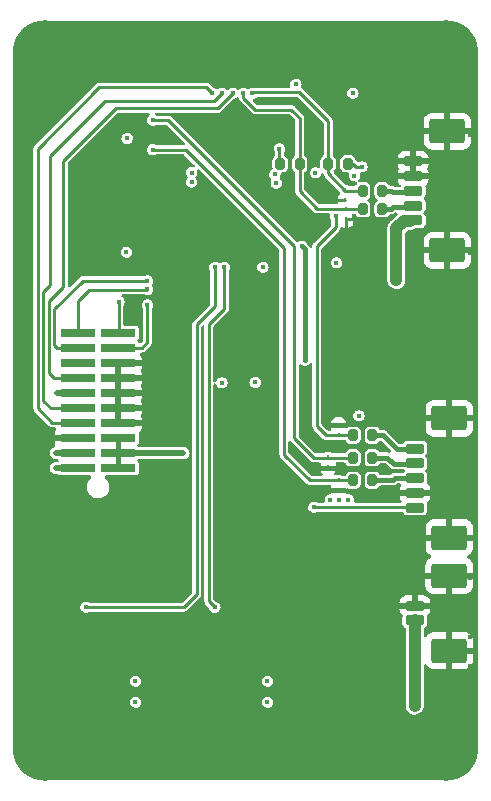
<source format=gtl>
%TF.GenerationSoftware,KiCad,Pcbnew,(6.0.6)*%
%TF.CreationDate,2022-07-08T14:59:32+02:00*%
%TF.ProjectId,XCOMMS_Interface,58434f4d-4d53-45f4-996e-746572666163,rev?*%
%TF.SameCoordinates,Original*%
%TF.FileFunction,Copper,L1,Top*%
%TF.FilePolarity,Positive*%
%FSLAX46Y46*%
G04 Gerber Fmt 4.6, Leading zero omitted, Abs format (unit mm)*
G04 Created by KiCad (PCBNEW (6.0.6)) date 2022-07-08 14:59:32*
%MOMM*%
%LPD*%
G01*
G04 APERTURE LIST*
G04 Aperture macros list*
%AMRoundRect*
0 Rectangle with rounded corners*
0 $1 Rounding radius*
0 $2 $3 $4 $5 $6 $7 $8 $9 X,Y pos of 4 corners*
0 Add a 4 corners polygon primitive as box body*
4,1,4,$2,$3,$4,$5,$6,$7,$8,$9,$2,$3,0*
0 Add four circle primitives for the rounded corners*
1,1,$1+$1,$2,$3*
1,1,$1+$1,$4,$5*
1,1,$1+$1,$6,$7*
1,1,$1+$1,$8,$9*
0 Add four rect primitives between the rounded corners*
20,1,$1+$1,$2,$3,$4,$5,0*
20,1,$1+$1,$4,$5,$6,$7,0*
20,1,$1+$1,$6,$7,$8,$9,0*
20,1,$1+$1,$8,$9,$2,$3,0*%
G04 Aperture macros list end*
%TA.AperFunction,SMDPad,CuDef*%
%ADD10R,2.920000X0.740000*%
%TD*%
%TA.AperFunction,SMDPad,CuDef*%
%ADD11R,0.250000X0.360000*%
%TD*%
%TA.AperFunction,ComponentPad*%
%ADD12C,5.400000*%
%TD*%
%TA.AperFunction,SMDPad,CuDef*%
%ADD13RoundRect,0.200000X-0.200000X-0.275000X0.200000X-0.275000X0.200000X0.275000X-0.200000X0.275000X0*%
%TD*%
%TA.AperFunction,SMDPad,CuDef*%
%ADD14RoundRect,0.200000X0.600000X-0.200000X0.600000X0.200000X-0.600000X0.200000X-0.600000X-0.200000X0*%
%TD*%
%TA.AperFunction,SMDPad,CuDef*%
%ADD15RoundRect,0.250001X1.249999X-0.799999X1.249999X0.799999X-1.249999X0.799999X-1.249999X-0.799999X0*%
%TD*%
%TA.AperFunction,SMDPad,CuDef*%
%ADD16RoundRect,0.200000X0.200000X0.275000X-0.200000X0.275000X-0.200000X-0.275000X0.200000X-0.275000X0*%
%TD*%
%TA.AperFunction,ViaPad*%
%ADD17C,0.450000*%
%TD*%
%TA.AperFunction,Conductor*%
%ADD18C,0.381000*%
%TD*%
%TA.AperFunction,Conductor*%
%ADD19C,0.254000*%
%TD*%
%TA.AperFunction,Conductor*%
%ADD20C,1.016000*%
%TD*%
%TA.AperFunction,Conductor*%
%ADD21C,0.508000*%
%TD*%
%TA.AperFunction,Conductor*%
%ADD22C,0.250000*%
%TD*%
G04 APERTURE END LIST*
D10*
%TO.P,J1,20*%
%TO.N,/SDO*%
X133797200Y-98784989D03*
%TO.P,J1,19*%
%TO.N,/SDI*%
X137227200Y-98784989D03*
%TO.P,J1,18*%
%TO.N,/SCK*%
X133797200Y-100054989D03*
%TO.P,J1,17*%
%TO.N,/Pout_PA*%
X137227200Y-100054989D03*
%TO.P,J1,16*%
%TO.N,unconnected-(J1-Pad16)*%
X133797200Y-101324989D03*
%TO.P,J1,15*%
%TO.N,GND*%
X137227200Y-101324989D03*
%TO.P,J1,14*%
%TO.N,/PLL_CSB*%
X133797200Y-102594989D03*
%TO.P,J1,13*%
%TO.N,GND*%
X137227200Y-102594989D03*
%TO.P,J1,12*%
%TO.N,+3V3*%
X133797200Y-103864989D03*
%TO.P,J1,11*%
%TO.N,GND*%
X137227200Y-103864989D03*
%TO.P,J1,10*%
%TO.N,/PLL_CE*%
X133797200Y-105134989D03*
%TO.P,J1,09*%
%TO.N,GND*%
X137227200Y-105134989D03*
%TO.P,J1,08*%
%TO.N,/T_CSB*%
X133797200Y-106404989D03*
%TO.P,J1,07*%
%TO.N,GND*%
X137227200Y-106404989D03*
%TO.P,J1,06*%
X133797200Y-107674989D03*
%TO.P,J1,05*%
%TO.N,/Vg_PA*%
X137227200Y-107674989D03*
%TO.P,J1,04*%
%TO.N,+5V*%
X133797200Y-108944989D03*
%TO.P,J1,03*%
%TO.N,/Vg_PA*%
X137227200Y-108944989D03*
%TO.P,J1,02*%
%TO.N,/Vd_PA*%
X133797200Y-110214989D03*
%TO.P,J1,01*%
%TO.N,/Vg_PA*%
X137227200Y-110214989D03*
%TD*%
D11*
%TO.P,D2,1,A1*%
%TO.N,GND*%
X154990800Y-110148000D03*
%TO.P,D2,2,A2*%
%TO.N,/SCK{slash}SWCLK*%
X154990800Y-109308000D03*
%TD*%
%TO.P,D5,1,A1*%
%TO.N,GND*%
X156464000Y-87542000D03*
%TO.P,D5,2,A2*%
%TO.N,/I2C1_SDA*%
X156464000Y-86702000D03*
%TD*%
D12*
%TO.P,SCRW4,1,1*%
%TO.N,GND*%
X165000000Y-75000000D03*
%TD*%
D13*
%TO.P,R28,1*%
%TO.N,/I2C1_SCL*%
X157925000Y-88274000D03*
%TO.P,R28,2*%
%TO.N,Net-(J3-Pad2)*%
X159575000Y-88274000D03*
%TD*%
D11*
%TO.P,D4,1,A1*%
%TO.N,GND*%
X156500000Y-89170000D03*
%TO.P,D4,2,A2*%
%TO.N,/I2C1_SCL*%
X156500000Y-88330000D03*
%TD*%
D14*
%TO.P,J4,1,Pin_1*%
%TO.N,+12V*%
X162339600Y-123125000D03*
%TO.P,J4,2,Pin_2*%
%TO.N,GND*%
X162339600Y-121875000D03*
D15*
%TO.P,J4,MP,MountPin*%
X165239600Y-125675000D03*
X165239600Y-119325000D03*
%TD*%
D13*
%TO.P,R23,1*%
%TO.N,+3V3*%
X150940000Y-84455000D03*
%TO.P,R23,2*%
%TO.N,/I2C1_SCL*%
X152590000Y-84455000D03*
%TD*%
%TO.P,R27,1*%
%TO.N,/NRST*%
X157091000Y-107442000D03*
%TO.P,R27,2*%
%TO.N,Net-(J2-Pad5)*%
X158741000Y-107442000D03*
%TD*%
%TO.P,R25,1*%
%TO.N,/TMS{slash}SWDIO*%
X157091000Y-111252000D03*
%TO.P,R25,2*%
%TO.N,Net-(J2-Pad3)*%
X158741000Y-111252000D03*
%TD*%
D11*
%TO.P,D1,1,A1*%
%TO.N,GND*%
X155874600Y-112103800D03*
%TO.P,D1,2,A2*%
%TO.N,/TMS{slash}SWDIO*%
X155874600Y-111263800D03*
%TD*%
D12*
%TO.P,SCRW2,1,1*%
%TO.N,GND*%
X165000000Y-134000000D03*
%TD*%
D16*
%TO.P,R24,1*%
%TO.N,+3V3*%
X156654000Y-84453000D03*
%TO.P,R24,2*%
%TO.N,/I2C1_SDA*%
X155004000Y-84453000D03*
%TD*%
D11*
%TO.P,D3,1,A1*%
%TO.N,GND*%
X155874600Y-106590200D03*
%TO.P,D3,2,A2*%
%TO.N,/NRST*%
X155874600Y-107430200D03*
%TD*%
D14*
%TO.P,J3,1,Pin_1*%
%TO.N,+12V*%
X162192000Y-89250000D03*
%TO.P,J3,2,Pin_2*%
%TO.N,Net-(J3-Pad2)*%
X162192000Y-88000000D03*
%TO.P,J3,3,Pin_3*%
%TO.N,Net-(J3-Pad3)*%
X162192000Y-86750000D03*
%TO.P,J3,4,Pin_4*%
%TO.N,GND*%
X162192000Y-85500000D03*
%TO.P,J3,5,Pin_5*%
X162192000Y-84250000D03*
D15*
%TO.P,J3,MP,MountPin*%
X165092000Y-81700000D03*
X165092000Y-91800000D03*
%TD*%
D13*
%TO.P,R29,1*%
%TO.N,/I2C1_SDA*%
X157925000Y-86750000D03*
%TO.P,R29,2*%
%TO.N,Net-(J3-Pad3)*%
X159575000Y-86750000D03*
%TD*%
D14*
%TO.P,J2,1,Pin_1*%
%TO.N,+3V3*%
X162350000Y-113566800D03*
%TO.P,J2,2,Pin_2*%
%TO.N,GND*%
X162350000Y-112316800D03*
%TO.P,J2,3,Pin_3*%
%TO.N,Net-(J2-Pad3)*%
X162350000Y-111066800D03*
%TO.P,J2,4,Pin_4*%
%TO.N,Net-(J2-Pad4)*%
X162350000Y-109816800D03*
%TO.P,J2,5,Pin_5*%
%TO.N,Net-(J2-Pad5)*%
X162350000Y-108566800D03*
D15*
%TO.P,J2,MP,MountPin*%
%TO.N,GND*%
X165250000Y-106016800D03*
X165250000Y-116116800D03*
%TD*%
D12*
%TO.P,SCRW1,1,1*%
%TO.N,GND*%
X131000000Y-134000000D03*
%TD*%
D13*
%TO.P,R26,1*%
%TO.N,/SCK{slash}SWCLK*%
X157091000Y-109349800D03*
%TO.P,R26,2*%
%TO.N,Net-(J2-Pad4)*%
X158741000Y-109349800D03*
%TD*%
D12*
%TO.P,SCRW3,1,1*%
%TO.N,GND*%
X131000000Y-75000000D03*
%TD*%
D17*
%TO.N,GND*%
X129000002Y-104500133D03*
X135388898Y-118700135D03*
X164338000Y-123317000D03*
X137922000Y-83947000D03*
X129000002Y-87000135D03*
X167000002Y-104500133D03*
X167000002Y-119500135D03*
X158115000Y-123190000D03*
X129000002Y-117000135D03*
X167000002Y-87000135D03*
X167000002Y-97000135D03*
X148000002Y-136000135D03*
X138000002Y-73000135D03*
X142494222Y-82600000D03*
X158000002Y-73000135D03*
X167000002Y-102000133D03*
X136271000Y-126619000D03*
X140500002Y-73000135D03*
X157226000Y-92837000D03*
X167000002Y-127000135D03*
X141351000Y-110617000D03*
X129000002Y-84500135D03*
X138000002Y-136000135D03*
X155500002Y-136000135D03*
X158000002Y-136000135D03*
X151400000Y-75600000D03*
X140500002Y-136000135D03*
X157988000Y-119634000D03*
X155500002Y-73000135D03*
X164465000Y-126492000D03*
X143000002Y-73000135D03*
X167000002Y-109500133D03*
X167000002Y-114500133D03*
X167000002Y-122000135D03*
X136398000Y-103886000D03*
X129000002Y-114500133D03*
X135500000Y-73000135D03*
X167000002Y-89500135D03*
X129000002Y-122000135D03*
X129000002Y-102000133D03*
X167000002Y-92000135D03*
X167005000Y-82042000D03*
X129000002Y-109500133D03*
X147447000Y-124968000D03*
X142875000Y-120650000D03*
X157861000Y-83820000D03*
X167000002Y-124500135D03*
X129000002Y-107000133D03*
X154432000Y-122301000D03*
X129000002Y-94500135D03*
X129000002Y-127000135D03*
X160500002Y-136000135D03*
X147447000Y-126619000D03*
X135388898Y-119638535D03*
X167000002Y-129500135D03*
X146431000Y-119634000D03*
X149700000Y-75600000D03*
X157988000Y-118745000D03*
X150194079Y-79028030D03*
X167000002Y-112000133D03*
X151200000Y-87757000D03*
X148000002Y-73000135D03*
X142748000Y-103192905D03*
X157607000Y-104267000D03*
X129000002Y-97000135D03*
X129000002Y-99500133D03*
X153000002Y-136000135D03*
X145500002Y-136000135D03*
X136271000Y-123317000D03*
X155702000Y-78486000D03*
X163830000Y-109982000D03*
X132080000Y-120650000D03*
X129000002Y-129500135D03*
X167005000Y-84582000D03*
X164465000Y-124968000D03*
X157180244Y-88877500D03*
X147447000Y-123317000D03*
X143000002Y-136000135D03*
X167000002Y-99500133D03*
X129000002Y-89500135D03*
X142240000Y-98700000D03*
X129000002Y-124500135D03*
X136271000Y-124968000D03*
X145500002Y-73000135D03*
X163000002Y-136000135D03*
X153000002Y-73000135D03*
X129000002Y-119384535D03*
X163830000Y-108204000D03*
X146431000Y-118734002D03*
X150500002Y-136000135D03*
X154432000Y-120650000D03*
X135500000Y-136000135D03*
X138176000Y-97790000D03*
X146431000Y-110617000D03*
X129000002Y-92000135D03*
X160500002Y-73000135D03*
X129000002Y-79500135D03*
X129000002Y-82000135D03*
X129000002Y-112000133D03*
X167000002Y-94500135D03*
X137922000Y-90297000D03*
X150500002Y-73000135D03*
X167000002Y-79500135D03*
X150368000Y-93218000D03*
%TO.N,+12V*%
X138684000Y-128270000D03*
X138684000Y-130048000D03*
X160782000Y-93563500D03*
X160782000Y-94297500D03*
X162306000Y-128270000D03*
X149860000Y-128270000D03*
X160782000Y-92763500D03*
X162306000Y-130048000D03*
X149860000Y-130048000D03*
%TO.N,+3V3*%
X156718000Y-112903000D03*
X157861000Y-84709000D03*
X152273000Y-77724000D03*
X150600000Y-86106000D03*
X150876000Y-83185000D03*
X137967756Y-82318500D03*
X137922000Y-91948000D03*
X155956000Y-112897223D03*
X157226000Y-85471000D03*
X157099000Y-78486000D03*
X155194000Y-112903000D03*
X132000000Y-103900000D03*
X155702000Y-92837000D03*
X149479000Y-93218000D03*
X153797000Y-113538000D03*
%TO.N,+5V*%
X131953000Y-108966000D03*
X134493000Y-108966000D03*
X157607000Y-105791000D03*
%TO.N,/Vg_PA*%
X142748000Y-108966000D03*
%TO.N,/SDI*%
X137287000Y-96139000D03*
%TO.N,/SDO*%
X139700000Y-95103300D03*
%TO.N,/SCK*%
X139700000Y-94361000D03*
%TO.N,/PLL_CSB*%
X146939000Y-78486000D03*
%TO.N,/T_CSB*%
X145200000Y-78486000D03*
%TO.N,/Pout_PA*%
X139700000Y-96400000D03*
%TO.N,/Vd_PA*%
X148821104Y-102963600D03*
X134493000Y-110236000D03*
X146000000Y-103000000D03*
X131953000Y-110236000D03*
%TO.N,/Id_PA*%
X153035000Y-101092000D03*
X152781000Y-91440000D03*
%TO.N,/NRST*%
X150495000Y-85344000D03*
X155651200Y-88900000D03*
X153924000Y-85217000D03*
%TO.N,/SCK{slash}SWCLK*%
X140126756Y-80772000D03*
%TO.N,/TMS{slash}SWDIO*%
X140126756Y-83258300D03*
%TO.N,/I2C1_SDA*%
X148590000Y-78486000D03*
X143434961Y-86000000D03*
%TO.N,/I2C1_SCL*%
X143428756Y-85200000D03*
X147828000Y-78486000D03*
%TO.N,/PLL_CE*%
X146000000Y-78486000D03*
%TO.N,/EN_6V*%
X145400000Y-122000000D03*
X146217449Y-93218000D03*
%TO.N,/EN_5V*%
X145415000Y-93218000D03*
X134500000Y-122000000D03*
%TD*%
D18*
%TO.N,GND*%
X155874600Y-106590200D02*
X155263600Y-106590200D01*
X155874600Y-106590200D02*
X156546800Y-106590200D01*
D19*
X156500000Y-90007000D02*
X156464000Y-90043000D01*
X156500000Y-89170000D02*
X156500000Y-90007000D01*
X156464000Y-87542000D02*
X155360000Y-87542000D01*
D18*
X154178000Y-110236000D02*
X155702000Y-110236000D01*
D19*
X156500000Y-89170000D02*
X157464000Y-89170000D01*
D18*
X155874600Y-112103800D02*
X156333200Y-112103800D01*
X155874600Y-112103800D02*
X155321000Y-112103800D01*
D19*
X155360000Y-87542000D02*
X155321000Y-87503000D01*
X157464000Y-89170000D02*
X157480000Y-89154000D01*
D20*
%TO.N,+12V*%
X160782000Y-94297500D02*
X160782000Y-89916000D01*
X161384500Y-89313500D02*
X161938000Y-89313500D01*
X160782000Y-89916000D02*
X161384500Y-89313500D01*
X162339600Y-123125000D02*
X162339600Y-130335600D01*
D19*
%TO.N,+3V3*%
X150876000Y-84391000D02*
X150940000Y-84455000D01*
D21*
X132000000Y-103900000D02*
X133762200Y-103900000D01*
X133762200Y-103900000D02*
X133797200Y-103865000D01*
D19*
X156718000Y-84545500D02*
X156789000Y-84616500D01*
X150876000Y-83185000D02*
X150876000Y-84391000D01*
X162321200Y-113538000D02*
X162350000Y-113566800D01*
X157861000Y-84709000D02*
X157353000Y-84709000D01*
X157097000Y-84453000D02*
X156654000Y-84453000D01*
X157353000Y-84709000D02*
X157097000Y-84453000D01*
X153797000Y-113538000D02*
X162321200Y-113538000D01*
D21*
%TO.N,+5V*%
X133776200Y-108966000D02*
X133797200Y-108945000D01*
X131953000Y-108966000D02*
X133776200Y-108966000D01*
%TO.N,/Vg_PA*%
X142748000Y-108966000D02*
X142727000Y-108945000D01*
X142727000Y-108945000D02*
X137227200Y-108945000D01*
D18*
X137227200Y-110215000D02*
X137227200Y-107675000D01*
D21*
X137248200Y-107696000D02*
X137227200Y-107675000D01*
%TO.N,/SDI*%
X137160000Y-98717800D02*
X137227200Y-98785000D01*
D19*
X137287000Y-98725200D02*
X137227200Y-98785000D01*
X137287000Y-96139000D02*
X137287000Y-98725200D01*
%TO.N,/SDO*%
X134747000Y-95123000D02*
X133797200Y-96072800D01*
X139680300Y-95123000D02*
X134747000Y-95123000D01*
X139700000Y-95103300D02*
X139680300Y-95123000D01*
D21*
X133776200Y-98806000D02*
X133797200Y-98785000D01*
D19*
X133797200Y-96072800D02*
X133797200Y-98785000D01*
D22*
%TO.N,/SCK*%
X131826000Y-96774000D02*
X131826000Y-99822000D01*
X139700000Y-94361000D02*
X134239000Y-94361000D01*
D21*
X133776200Y-100076000D02*
X133797200Y-100055000D01*
D22*
X131826000Y-99822000D02*
X132059000Y-100055000D01*
X132059000Y-100055000D02*
X133797200Y-100055000D01*
X134239000Y-94361000D02*
X131826000Y-96774000D01*
%TO.N,/PLL_CSB*%
X132588000Y-84201000D02*
X132588000Y-94869000D01*
X145669000Y-79756000D02*
X137033000Y-79756000D01*
X132588000Y-94869000D02*
X131374480Y-96082520D01*
X131374480Y-96082520D02*
X131374480Y-102152440D01*
X131374480Y-102152440D02*
X131817040Y-102595000D01*
X131817040Y-102595000D02*
X133797200Y-102595000D01*
X137033000Y-79756000D02*
X132588000Y-84201000D01*
X146939000Y-78486000D02*
X145669000Y-79756000D01*
D19*
%TO.N,/T_CSB*%
X131655000Y-106405000D02*
X133797200Y-106405000D01*
D21*
X133776200Y-106426000D02*
X133797200Y-106405000D01*
D19*
X130429000Y-105179000D02*
X131655000Y-106405000D01*
X135636000Y-77978000D02*
X130429000Y-83185000D01*
X145200000Y-78486000D02*
X144692000Y-77978000D01*
X130429000Y-83185000D02*
X130429000Y-105179000D01*
X144692000Y-77978000D02*
X135636000Y-77978000D01*
D22*
%TO.N,/Pout_PA*%
X139700000Y-96400000D02*
X139700000Y-99568000D01*
X139700000Y-99568000D02*
X139213000Y-100055000D01*
X139213000Y-100055000D02*
X137227200Y-100055000D01*
D21*
%TO.N,/Vd_PA*%
X131953000Y-110236000D02*
X134493000Y-110236000D01*
D18*
%TO.N,/Id_PA*%
X152781000Y-91440000D02*
X153035000Y-91694000D01*
X153035000Y-91694000D02*
X153035000Y-101092000D01*
D19*
%TO.N,/NRST*%
X155579200Y-107430200D02*
X157079200Y-107430200D01*
X155874600Y-107430200D02*
X154822000Y-107430200D01*
X154051000Y-106680000D02*
X154051000Y-91440000D01*
X154051000Y-91440000D02*
X155651200Y-89839800D01*
X154813000Y-107442000D02*
X154051000Y-106680000D01*
X157079200Y-107430200D02*
X157091000Y-107442000D01*
X155651200Y-89839800D02*
X155651200Y-88900000D01*
%TO.N,/SCK{slash}SWCLK*%
X153799800Y-109349800D02*
X157091000Y-109349800D01*
X141478000Y-80772000D02*
X152146000Y-91440000D01*
X152146000Y-91440000D02*
X152146000Y-107696000D01*
X140126756Y-80772000D02*
X141478000Y-80772000D01*
X153670000Y-109220000D02*
X153799800Y-109349800D01*
X152146000Y-107696000D02*
X153797000Y-109347000D01*
%TO.N,/TMS{slash}SWDIO*%
X157079200Y-111263800D02*
X157091000Y-111252000D01*
X151257000Y-109093000D02*
X153427800Y-111263800D01*
X140126756Y-83258300D02*
X142948300Y-83258300D01*
X151257000Y-91567000D02*
X151257000Y-109093000D01*
X153427800Y-111263800D02*
X155874600Y-111263800D01*
X142948300Y-83258300D02*
X151257000Y-91567000D01*
X155579200Y-111263800D02*
X157079200Y-111263800D01*
D22*
%TO.N,/I2C1_SDA*%
X152568000Y-78400000D02*
X154377000Y-80209000D01*
D19*
X157913200Y-86738200D02*
X157925000Y-86750000D01*
X156464000Y-86738200D02*
X155004000Y-85278200D01*
X156464000Y-86738200D02*
X157913200Y-86738200D01*
X155004000Y-80836000D02*
X154377000Y-80209000D01*
D22*
X148590000Y-78486000D02*
X148676000Y-78400000D01*
D19*
X155004000Y-85278200D02*
X155004000Y-84453000D01*
D22*
X148676000Y-78400000D02*
X152568000Y-78400000D01*
D19*
X155004000Y-84453000D02*
X155004000Y-80836000D01*
%TO.N,/I2C1_SCL*%
X151892000Y-79883000D02*
X152590000Y-80581000D01*
X157925000Y-88274000D02*
X157913200Y-88285800D01*
X147828000Y-78867000D02*
X148844000Y-79883000D01*
X152590000Y-86804000D02*
X152590000Y-84455000D01*
X154060000Y-88274000D02*
X152590000Y-86804000D01*
X157925000Y-88274000D02*
X154060000Y-88274000D01*
X148844000Y-79883000D02*
X151892000Y-79883000D01*
X152590000Y-80581000D02*
X152590000Y-84455000D01*
X147828000Y-78486000D02*
X147828000Y-78867000D01*
D22*
%TO.N,/PLL_CE*%
X130880520Y-104521000D02*
X131494520Y-105135000D01*
X145365000Y-79121000D02*
X136144000Y-79121000D01*
X131445000Y-83820000D02*
X131445000Y-94742000D01*
X130880520Y-95306480D02*
X130880520Y-104521000D01*
X131445000Y-94742000D02*
X130880520Y-95306480D01*
X131494520Y-105135000D02*
X133797200Y-105135000D01*
X146000000Y-78486000D02*
X145365000Y-79121000D01*
X136144000Y-79121000D02*
X131445000Y-83820000D01*
D18*
%TO.N,Net-(J2-Pad3)*%
X160644000Y-111066800D02*
X162350000Y-111066800D01*
X158741000Y-111252000D02*
X160458800Y-111252000D01*
X160458800Y-111252000D02*
X160644000Y-111066800D01*
%TO.N,Net-(J2-Pad4)*%
X160530800Y-109857800D02*
X162309000Y-109857800D01*
X160020000Y-109347000D02*
X158743800Y-109347000D01*
X162309000Y-109857800D02*
X162350000Y-109816800D01*
X158743800Y-109347000D02*
X158741000Y-109349800D01*
X160020000Y-109347000D02*
X160530800Y-109857800D01*
%TO.N,Net-(J2-Pad5)*%
X160784800Y-108587800D02*
X159639000Y-107442000D01*
X162350000Y-108566800D02*
X162329000Y-108587800D01*
X159639000Y-107442000D02*
X158741000Y-107442000D01*
X162329000Y-108587800D02*
X160784800Y-108587800D01*
%TO.N,Net-(J3-Pad2)*%
X160337000Y-88274000D02*
X160486000Y-88125000D01*
X160486000Y-88125000D02*
X161850000Y-88125000D01*
X159575000Y-88274000D02*
X160337000Y-88274000D01*
%TO.N,Net-(J3-Pad3)*%
X160464000Y-86877000D02*
X161848000Y-86877000D01*
X160337000Y-86750000D02*
X160464000Y-86877000D01*
X159575000Y-86750000D02*
X160337000Y-86750000D01*
X161848000Y-86877000D02*
X161850000Y-86875000D01*
D22*
%TO.N,/EN_6V*%
X146217449Y-96733551D02*
X144907000Y-98044000D01*
X146217449Y-93218000D02*
X146217449Y-96733551D01*
X144907000Y-98044000D02*
X144907000Y-121507000D01*
X144907000Y-121507000D02*
X145400000Y-122000000D01*
%TO.N,/EN_5V*%
X145415000Y-93218000D02*
X145415000Y-96520000D01*
X142795000Y-122000000D02*
X134500000Y-122000000D01*
X143891000Y-120904000D02*
X142795000Y-122000000D01*
X145415000Y-96520000D02*
X143891000Y-98044000D01*
X143891000Y-98044000D02*
X143891000Y-120904000D01*
%TD*%
%TA.AperFunction,Conductor*%
%TO.N,GND*%
G36*
X164982028Y-72331414D02*
G01*
X165000000Y-72334583D01*
X165010855Y-72332669D01*
X165017499Y-72332669D01*
X165036431Y-72331546D01*
X165291940Y-72345895D01*
X165305972Y-72347476D01*
X165446622Y-72371374D01*
X165587266Y-72395270D01*
X165601041Y-72398414D01*
X165685447Y-72422731D01*
X165875220Y-72477404D01*
X165888541Y-72482065D01*
X166130172Y-72582152D01*
X166152154Y-72591257D01*
X166164878Y-72597385D01*
X166414597Y-72735399D01*
X166426556Y-72742913D01*
X166659261Y-72908026D01*
X166670308Y-72916836D01*
X166883053Y-73106956D01*
X166893044Y-73116947D01*
X167083164Y-73329692D01*
X167091974Y-73340739D01*
X167257087Y-73573444D01*
X167264601Y-73585403D01*
X167402615Y-73835122D01*
X167408743Y-73847846D01*
X167517935Y-74111459D01*
X167522596Y-74124780D01*
X167575038Y-74306808D01*
X167601586Y-74398959D01*
X167604730Y-74412734D01*
X167652523Y-74694023D01*
X167654105Y-74708064D01*
X167668454Y-74963566D01*
X167667331Y-74982501D01*
X167667331Y-74989145D01*
X167665417Y-75000000D01*
X167667331Y-75010855D01*
X167668586Y-75017972D01*
X167670500Y-75039852D01*
X167670500Y-133960148D01*
X167668586Y-133982028D01*
X167665417Y-134000000D01*
X167667331Y-134010855D01*
X167667331Y-134017499D01*
X167668454Y-134036434D01*
X167654105Y-134291936D01*
X167652523Y-134305977D01*
X167604730Y-134587266D01*
X167601586Y-134601041D01*
X167522596Y-134875220D01*
X167517935Y-134888541D01*
X167459223Y-135030284D01*
X167408743Y-135152154D01*
X167402615Y-135164878D01*
X167296938Y-135356088D01*
X167264604Y-135414592D01*
X167257087Y-135426556D01*
X167091974Y-135659261D01*
X167083164Y-135670308D01*
X166893044Y-135883053D01*
X166883053Y-135893044D01*
X166670308Y-136083164D01*
X166659261Y-136091974D01*
X166426556Y-136257087D01*
X166414597Y-136264601D01*
X166164878Y-136402615D01*
X166152153Y-136408743D01*
X165888541Y-136517935D01*
X165875220Y-136522596D01*
X165685447Y-136577269D01*
X165601041Y-136601586D01*
X165587266Y-136604730D01*
X165446621Y-136628627D01*
X165305972Y-136652524D01*
X165291940Y-136654105D01*
X165036431Y-136668454D01*
X165017499Y-136667331D01*
X165010855Y-136667331D01*
X165000000Y-136665417D01*
X164982777Y-136668454D01*
X164982028Y-136668586D01*
X164960148Y-136670500D01*
X131039852Y-136670500D01*
X131017972Y-136668586D01*
X131017224Y-136668454D01*
X131000000Y-136665417D01*
X130989145Y-136667331D01*
X130982501Y-136667331D01*
X130963569Y-136668454D01*
X130708060Y-136654105D01*
X130694028Y-136652524D01*
X130553379Y-136628627D01*
X130412734Y-136604730D01*
X130398959Y-136601586D01*
X130314553Y-136577269D01*
X130124780Y-136522596D01*
X130111459Y-136517935D01*
X129847847Y-136408743D01*
X129835122Y-136402615D01*
X129585403Y-136264601D01*
X129573444Y-136257087D01*
X129340739Y-136091974D01*
X129329692Y-136083164D01*
X129116947Y-135893044D01*
X129106956Y-135883053D01*
X128916836Y-135670308D01*
X128908026Y-135659261D01*
X128742913Y-135426556D01*
X128735396Y-135414592D01*
X128703062Y-135356088D01*
X128597385Y-135164878D01*
X128591257Y-135152154D01*
X128540777Y-135030284D01*
X128482065Y-134888541D01*
X128477404Y-134875220D01*
X128398414Y-134601041D01*
X128395270Y-134587266D01*
X128347477Y-134305977D01*
X128345895Y-134291936D01*
X128331546Y-134036434D01*
X128332669Y-134017499D01*
X128332669Y-134010855D01*
X128334583Y-134000000D01*
X128331414Y-133982028D01*
X128329500Y-133960148D01*
X128329500Y-130042082D01*
X138199605Y-130042082D01*
X138200769Y-130050984D01*
X138200769Y-130050987D01*
X138202554Y-130064633D01*
X138217414Y-130178273D01*
X138272732Y-130303992D01*
X138361111Y-130409132D01*
X138475447Y-130485240D01*
X138606549Y-130526199D01*
X138743876Y-130528716D01*
X138753109Y-130526199D01*
X138867727Y-130494951D01*
X138876391Y-130492589D01*
X138993439Y-130420721D01*
X139030185Y-130380125D01*
X139079584Y-130325550D01*
X139079585Y-130325549D01*
X139085612Y-130318890D01*
X139145499Y-130195283D01*
X139168286Y-130059836D01*
X139168431Y-130048000D01*
X139167584Y-130042082D01*
X149375605Y-130042082D01*
X149376769Y-130050984D01*
X149376769Y-130050987D01*
X149378554Y-130064633D01*
X149393414Y-130178273D01*
X149448732Y-130303992D01*
X149537111Y-130409132D01*
X149651447Y-130485240D01*
X149782549Y-130526199D01*
X149919876Y-130528716D01*
X149929109Y-130526199D01*
X150043727Y-130494951D01*
X150052391Y-130492589D01*
X150169439Y-130420721D01*
X150206185Y-130380125D01*
X150255584Y-130325550D01*
X150255585Y-130325549D01*
X150261612Y-130318890D01*
X150321499Y-130195283D01*
X150344286Y-130059836D01*
X150344431Y-130048000D01*
X150343584Y-130042082D01*
X150326232Y-129920923D01*
X150326232Y-129920921D01*
X150324959Y-129912036D01*
X150268110Y-129787003D01*
X150178453Y-129682951D01*
X150063196Y-129608244D01*
X149931603Y-129568890D01*
X149922627Y-129568835D01*
X149922626Y-129568835D01*
X149865080Y-129568484D01*
X149794255Y-129568051D01*
X149662192Y-129605795D01*
X149654605Y-129610582D01*
X149654603Y-129610583D01*
X149592850Y-129649546D01*
X149546031Y-129679087D01*
X149455109Y-129782036D01*
X149396736Y-129906366D01*
X149387027Y-129968724D01*
X149376986Y-130033209D01*
X149376986Y-130033213D01*
X149375605Y-130042082D01*
X139167584Y-130042082D01*
X139150232Y-129920923D01*
X139150232Y-129920921D01*
X139148959Y-129912036D01*
X139092110Y-129787003D01*
X139002453Y-129682951D01*
X138887196Y-129608244D01*
X138755603Y-129568890D01*
X138746627Y-129568835D01*
X138746626Y-129568835D01*
X138689080Y-129568484D01*
X138618255Y-129568051D01*
X138486192Y-129605795D01*
X138478605Y-129610582D01*
X138478603Y-129610583D01*
X138416850Y-129649546D01*
X138370031Y-129679087D01*
X138279109Y-129782036D01*
X138220736Y-129906366D01*
X138211027Y-129968724D01*
X138200986Y-130033209D01*
X138200986Y-130033213D01*
X138199605Y-130042082D01*
X128329500Y-130042082D01*
X128329500Y-128264082D01*
X138199605Y-128264082D01*
X138200769Y-128272984D01*
X138200769Y-128272987D01*
X138202554Y-128286633D01*
X138217414Y-128400273D01*
X138272732Y-128525992D01*
X138361111Y-128631132D01*
X138475447Y-128707240D01*
X138606549Y-128748199D01*
X138743876Y-128750716D01*
X138753109Y-128748199D01*
X138867727Y-128716951D01*
X138876391Y-128714589D01*
X138993439Y-128642721D01*
X139085612Y-128540890D01*
X139145499Y-128417283D01*
X139168286Y-128281836D01*
X139168431Y-128270000D01*
X139167584Y-128264082D01*
X149375605Y-128264082D01*
X149376769Y-128272984D01*
X149376769Y-128272987D01*
X149378554Y-128286633D01*
X149393414Y-128400273D01*
X149448732Y-128525992D01*
X149537111Y-128631132D01*
X149651447Y-128707240D01*
X149782549Y-128748199D01*
X149919876Y-128750716D01*
X149929109Y-128748199D01*
X150043727Y-128716951D01*
X150052391Y-128714589D01*
X150169439Y-128642721D01*
X150261612Y-128540890D01*
X150321499Y-128417283D01*
X150344286Y-128281836D01*
X150344431Y-128270000D01*
X150343584Y-128264082D01*
X150326232Y-128142923D01*
X150326232Y-128142921D01*
X150324959Y-128134036D01*
X150268110Y-128009003D01*
X150178453Y-127904951D01*
X150063196Y-127830244D01*
X149931603Y-127790890D01*
X149922627Y-127790835D01*
X149922626Y-127790835D01*
X149865080Y-127790484D01*
X149794255Y-127790051D01*
X149662192Y-127827795D01*
X149654605Y-127832582D01*
X149654603Y-127832583D01*
X149592850Y-127871546D01*
X149546031Y-127901087D01*
X149455109Y-128004036D01*
X149396736Y-128128366D01*
X149387027Y-128190724D01*
X149376986Y-128255209D01*
X149376986Y-128255213D01*
X149375605Y-128264082D01*
X139167584Y-128264082D01*
X139150232Y-128142923D01*
X139150232Y-128142921D01*
X139148959Y-128134036D01*
X139092110Y-128009003D01*
X139002453Y-127904951D01*
X138887196Y-127830244D01*
X138755603Y-127790890D01*
X138746627Y-127790835D01*
X138746626Y-127790835D01*
X138689080Y-127790484D01*
X138618255Y-127790051D01*
X138486192Y-127827795D01*
X138478605Y-127832582D01*
X138478603Y-127832583D01*
X138416850Y-127871546D01*
X138370031Y-127901087D01*
X138279109Y-128004036D01*
X138220736Y-128128366D01*
X138211027Y-128190724D01*
X138200986Y-128255209D01*
X138200986Y-128255213D01*
X138199605Y-128264082D01*
X128329500Y-128264082D01*
X128329500Y-121994082D01*
X134015605Y-121994082D01*
X134016769Y-122002984D01*
X134016769Y-122002987D01*
X134024363Y-122061057D01*
X134033414Y-122130273D01*
X134088732Y-122255992D01*
X134094510Y-122262865D01*
X134094510Y-122262866D01*
X134132089Y-122307572D01*
X134177111Y-122361132D01*
X134291447Y-122437240D01*
X134358405Y-122458159D01*
X134407531Y-122473507D01*
X134422549Y-122478199D01*
X134559876Y-122480716D01*
X134569109Y-122478199D01*
X134683727Y-122446951D01*
X134692391Y-122444589D01*
X134768065Y-122398125D01*
X134833993Y-122379500D01*
X142741080Y-122379500D01*
X142765028Y-122382049D01*
X142766693Y-122382128D01*
X142776876Y-122384320D01*
X142787217Y-122383096D01*
X142810223Y-122380373D01*
X142816154Y-122380023D01*
X142816146Y-122379928D01*
X142821324Y-122379500D01*
X142826524Y-122379500D01*
X142831653Y-122378646D01*
X142831656Y-122378646D01*
X142845565Y-122376331D01*
X142851443Y-122375494D01*
X142892001Y-122370694D01*
X142892002Y-122370694D01*
X142902341Y-122369470D01*
X142910593Y-122365507D01*
X142919626Y-122364004D01*
X142928795Y-122359057D01*
X142928797Y-122359056D01*
X142964732Y-122339666D01*
X142970025Y-122336969D01*
X143009082Y-122318215D01*
X143009086Y-122318212D01*
X143016232Y-122314781D01*
X143020508Y-122311186D01*
X143022431Y-122309263D01*
X143024363Y-122307491D01*
X143024442Y-122307448D01*
X143024555Y-122307572D01*
X143025095Y-122307096D01*
X143030814Y-122304010D01*
X143067417Y-122264413D01*
X143070846Y-122260848D01*
X144121216Y-121210478D01*
X144139964Y-121195336D01*
X144141189Y-121194221D01*
X144149940Y-121188571D01*
X144156387Y-121180393D01*
X144156389Y-121180391D01*
X144170729Y-121162200D01*
X144174675Y-121157759D01*
X144174602Y-121157697D01*
X144177961Y-121153733D01*
X144181638Y-121150056D01*
X144192892Y-121134308D01*
X144196398Y-121129638D01*
X144228156Y-121089353D01*
X144231188Y-121080719D01*
X144236514Y-121073266D01*
X144251203Y-121024150D01*
X144253036Y-121018508D01*
X144267390Y-120977633D01*
X144267390Y-120977632D01*
X144270018Y-120970149D01*
X144270500Y-120964584D01*
X144270500Y-120961876D01*
X144270614Y-120959242D01*
X144270643Y-120959144D01*
X144270807Y-120959151D01*
X144270851Y-120958447D01*
X144272713Y-120952222D01*
X144270597Y-120898365D01*
X144270500Y-120893418D01*
X144270500Y-98253384D01*
X144290502Y-98185263D01*
X144307405Y-98164289D01*
X144312405Y-98159289D01*
X144374717Y-98125263D01*
X144445532Y-98130328D01*
X144502368Y-98172875D01*
X144527179Y-98239395D01*
X144527500Y-98248384D01*
X144527500Y-121453080D01*
X144524951Y-121477028D01*
X144524872Y-121478693D01*
X144522680Y-121488876D01*
X144523904Y-121499217D01*
X144526627Y-121522223D01*
X144526977Y-121528154D01*
X144527072Y-121528146D01*
X144527500Y-121533324D01*
X144527500Y-121538524D01*
X144528354Y-121543653D01*
X144528354Y-121543656D01*
X144530669Y-121557565D01*
X144531506Y-121563443D01*
X144537530Y-121614341D01*
X144541493Y-121622593D01*
X144542996Y-121631626D01*
X144547943Y-121640795D01*
X144547944Y-121640797D01*
X144567334Y-121676732D01*
X144570031Y-121682025D01*
X144588785Y-121721082D01*
X144588788Y-121721086D01*
X144592219Y-121728232D01*
X144595814Y-121732508D01*
X144597737Y-121734431D01*
X144599509Y-121736363D01*
X144599552Y-121736442D01*
X144599428Y-121736555D01*
X144599904Y-121737095D01*
X144602990Y-121742814D01*
X144610635Y-121749881D01*
X144642586Y-121779416D01*
X144646152Y-121782846D01*
X144894076Y-122030770D01*
X144928102Y-122093082D01*
X144929913Y-122103502D01*
X144933414Y-122130273D01*
X144988732Y-122255992D01*
X144994510Y-122262865D01*
X144994510Y-122262866D01*
X145032089Y-122307572D01*
X145077111Y-122361132D01*
X145191447Y-122437240D01*
X145258405Y-122458159D01*
X145307531Y-122473507D01*
X145322549Y-122478199D01*
X145459876Y-122480716D01*
X145469109Y-122478199D01*
X145583727Y-122446951D01*
X145592391Y-122444589D01*
X145674214Y-122394349D01*
X145701791Y-122377417D01*
X145709439Y-122372721D01*
X145718839Y-122362336D01*
X145795584Y-122277550D01*
X145795585Y-122277549D01*
X145801612Y-122270890D01*
X145805622Y-122262615D01*
X145857585Y-122155362D01*
X145857585Y-122155361D01*
X145861499Y-122147283D01*
X145862843Y-122139294D01*
X161032309Y-122139294D01*
X161037732Y-122198315D01*
X161040343Y-122211351D01*
X161087315Y-122361243D01*
X161093521Y-122374988D01*
X161174424Y-122508574D01*
X161183731Y-122520443D01*
X161287688Y-122624400D01*
X161321714Y-122686712D01*
X161317476Y-122755243D01*
X161288107Y-122838873D01*
X161285100Y-122870685D01*
X161285101Y-123379314D01*
X161288107Y-123411127D01*
X161333391Y-123540076D01*
X161414590Y-123650010D01*
X161422161Y-123655602D01*
X161524524Y-123731209D01*
X161522438Y-123734034D01*
X161560892Y-123771499D01*
X161577100Y-123833320D01*
X161577100Y-130380125D01*
X161592499Y-130512207D01*
X161594995Y-130519084D01*
X161594996Y-130519087D01*
X161627892Y-130609713D01*
X161653166Y-130679341D01*
X161750654Y-130828035D01*
X161879735Y-130950314D01*
X162033484Y-131039619D01*
X162203654Y-131091158D01*
X162381116Y-131102168D01*
X162388332Y-131100928D01*
X162388334Y-131100928D01*
X162549135Y-131073297D01*
X162556351Y-131072057D01*
X162719959Y-131002441D01*
X162863164Y-130897054D01*
X162921800Y-130828035D01*
X162973545Y-130767128D01*
X162973548Y-130767124D01*
X162978284Y-130761549D01*
X163059143Y-130603196D01*
X163101404Y-130430488D01*
X163102100Y-130419270D01*
X163102100Y-126924402D01*
X163122102Y-126856281D01*
X163175758Y-126809788D01*
X163246032Y-126799684D01*
X163310612Y-126829178D01*
X163335244Y-126858099D01*
X163387663Y-126942807D01*
X163396699Y-126954208D01*
X163511430Y-127068739D01*
X163522841Y-127077751D01*
X163660845Y-127162818D01*
X163674023Y-127168962D01*
X163828316Y-127220139D01*
X163841681Y-127223005D01*
X163936039Y-127232672D01*
X163942455Y-127233000D01*
X164967485Y-127233000D01*
X164982724Y-127228525D01*
X164983929Y-127227135D01*
X164985600Y-127219452D01*
X164985600Y-127214885D01*
X165493600Y-127214885D01*
X165498075Y-127230124D01*
X165499465Y-127231329D01*
X165507148Y-127233000D01*
X166536696Y-127233000D01*
X166543211Y-127232663D01*
X166638803Y-127222744D01*
X166652202Y-127219850D01*
X166806383Y-127168412D01*
X166819562Y-127162238D01*
X166957407Y-127076937D01*
X166968808Y-127067901D01*
X167083339Y-126953170D01*
X167092351Y-126941759D01*
X167177418Y-126803755D01*
X167183562Y-126790577D01*
X167234739Y-126636284D01*
X167237605Y-126622919D01*
X167247272Y-126528561D01*
X167247600Y-126522145D01*
X167247600Y-125947115D01*
X167243125Y-125931876D01*
X167241735Y-125930671D01*
X167234052Y-125929000D01*
X165511715Y-125929000D01*
X165496476Y-125933475D01*
X165495271Y-125934865D01*
X165493600Y-125942548D01*
X165493600Y-127214885D01*
X164985600Y-127214885D01*
X164985600Y-125402885D01*
X165493600Y-125402885D01*
X165498075Y-125418124D01*
X165499465Y-125419329D01*
X165507148Y-125421000D01*
X167229485Y-125421000D01*
X167244724Y-125416525D01*
X167245929Y-125415135D01*
X167247600Y-125407452D01*
X167247600Y-124827904D01*
X167247263Y-124821389D01*
X167237344Y-124725797D01*
X167234450Y-124712398D01*
X167183012Y-124558217D01*
X167176838Y-124545038D01*
X167091537Y-124407193D01*
X167082501Y-124395792D01*
X166967770Y-124281261D01*
X166956359Y-124272249D01*
X166818355Y-124187182D01*
X166805177Y-124181038D01*
X166650884Y-124129861D01*
X166637519Y-124126995D01*
X166543161Y-124117328D01*
X166536744Y-124117000D01*
X165511715Y-124117000D01*
X165496476Y-124121475D01*
X165495271Y-124122865D01*
X165493600Y-124130548D01*
X165493600Y-125402885D01*
X164985600Y-125402885D01*
X164985600Y-124135115D01*
X164981125Y-124119876D01*
X164979735Y-124118671D01*
X164972052Y-124117000D01*
X163942504Y-124117000D01*
X163935989Y-124117337D01*
X163840397Y-124127256D01*
X163826998Y-124130150D01*
X163672817Y-124181588D01*
X163659638Y-124187762D01*
X163521793Y-124273063D01*
X163510392Y-124282099D01*
X163395861Y-124396830D01*
X163386849Y-124408241D01*
X163335360Y-124491772D01*
X163282588Y-124539265D01*
X163212516Y-124550689D01*
X163147392Y-124522415D01*
X163107893Y-124463421D01*
X163102100Y-124425656D01*
X163102100Y-123833320D01*
X163122102Y-123765199D01*
X163156461Y-123733625D01*
X163154676Y-123731209D01*
X163257039Y-123655602D01*
X163264610Y-123650010D01*
X163345809Y-123540076D01*
X163391093Y-123411127D01*
X163394100Y-123379315D01*
X163394099Y-122870686D01*
X163391093Y-122838873D01*
X163361724Y-122755243D01*
X163358026Y-122684343D01*
X163391512Y-122624400D01*
X163495469Y-122520443D01*
X163504776Y-122508574D01*
X163585679Y-122374988D01*
X163591885Y-122361243D01*
X163638856Y-122211356D01*
X163641469Y-122198306D01*
X163646513Y-122143414D01*
X163643125Y-122131876D01*
X163641735Y-122130671D01*
X163634052Y-122129000D01*
X161049716Y-122129000D01*
X161034477Y-122133475D01*
X161033272Y-122134865D01*
X161032309Y-122139294D01*
X145862843Y-122139294D01*
X145884286Y-122011836D01*
X145884431Y-122000000D01*
X145883584Y-121994082D01*
X145866232Y-121872923D01*
X145866232Y-121872921D01*
X145864959Y-121864036D01*
X145808110Y-121739003D01*
X145718453Y-121634951D01*
X145674692Y-121606586D01*
X161032687Y-121606586D01*
X161036075Y-121618124D01*
X161037465Y-121619329D01*
X161045148Y-121621000D01*
X162067485Y-121621000D01*
X162082724Y-121616525D01*
X162083929Y-121615135D01*
X162085600Y-121607452D01*
X162085600Y-121602885D01*
X162593600Y-121602885D01*
X162598075Y-121618124D01*
X162599465Y-121619329D01*
X162607148Y-121621000D01*
X163629484Y-121621000D01*
X163644723Y-121616525D01*
X163645928Y-121615135D01*
X163646891Y-121610706D01*
X163641468Y-121551685D01*
X163638857Y-121538649D01*
X163591885Y-121388757D01*
X163585679Y-121375012D01*
X163504776Y-121241426D01*
X163495469Y-121229557D01*
X163385043Y-121119131D01*
X163373174Y-121109824D01*
X163239588Y-121028921D01*
X163225843Y-121022715D01*
X163075956Y-120975744D01*
X163062906Y-120973131D01*
X162999079Y-120967266D01*
X162993291Y-120967000D01*
X162611715Y-120967000D01*
X162596476Y-120971475D01*
X162595271Y-120972865D01*
X162593600Y-120980548D01*
X162593600Y-121602885D01*
X162085600Y-121602885D01*
X162085600Y-120985116D01*
X162081125Y-120969877D01*
X162079735Y-120968672D01*
X162072052Y-120967001D01*
X161685895Y-120967001D01*
X161680146Y-120967264D01*
X161616285Y-120973132D01*
X161603249Y-120975743D01*
X161453357Y-121022715D01*
X161439612Y-121028921D01*
X161306026Y-121109824D01*
X161294157Y-121119131D01*
X161183731Y-121229557D01*
X161174424Y-121241426D01*
X161093521Y-121375012D01*
X161087315Y-121388757D01*
X161040344Y-121538644D01*
X161037731Y-121551694D01*
X161032687Y-121606586D01*
X145674692Y-121606586D01*
X145603196Y-121560244D01*
X145586761Y-121555329D01*
X145482093Y-121524027D01*
X145429099Y-121492405D01*
X145323405Y-121386711D01*
X145289379Y-121324399D01*
X145286500Y-121297616D01*
X145286500Y-120172096D01*
X163231600Y-120172096D01*
X163231937Y-120178611D01*
X163241856Y-120274203D01*
X163244750Y-120287602D01*
X163296188Y-120441783D01*
X163302362Y-120454962D01*
X163387663Y-120592807D01*
X163396699Y-120604208D01*
X163511430Y-120718739D01*
X163522841Y-120727751D01*
X163660845Y-120812818D01*
X163674023Y-120818962D01*
X163828316Y-120870139D01*
X163841681Y-120873005D01*
X163936039Y-120882672D01*
X163942455Y-120883000D01*
X164967485Y-120883000D01*
X164982724Y-120878525D01*
X164983929Y-120877135D01*
X164985600Y-120869452D01*
X164985600Y-120864885D01*
X165493600Y-120864885D01*
X165498075Y-120880124D01*
X165499465Y-120881329D01*
X165507148Y-120883000D01*
X166536696Y-120883000D01*
X166543211Y-120882663D01*
X166638803Y-120872744D01*
X166652202Y-120869850D01*
X166806383Y-120818412D01*
X166819562Y-120812238D01*
X166957407Y-120726937D01*
X166968808Y-120717901D01*
X167083339Y-120603170D01*
X167092351Y-120591759D01*
X167177418Y-120453755D01*
X167183562Y-120440577D01*
X167234739Y-120286284D01*
X167237605Y-120272919D01*
X167247272Y-120178561D01*
X167247600Y-120172145D01*
X167247600Y-119597115D01*
X167243125Y-119581876D01*
X167241735Y-119580671D01*
X167234052Y-119579000D01*
X165511715Y-119579000D01*
X165496476Y-119583475D01*
X165495271Y-119584865D01*
X165493600Y-119592548D01*
X165493600Y-120864885D01*
X164985600Y-120864885D01*
X164985600Y-119597115D01*
X164981125Y-119581876D01*
X164979735Y-119580671D01*
X164972052Y-119579000D01*
X163249715Y-119579000D01*
X163234476Y-119583475D01*
X163233271Y-119584865D01*
X163231600Y-119592548D01*
X163231600Y-120172096D01*
X145286500Y-120172096D01*
X145286500Y-119052885D01*
X163231600Y-119052885D01*
X163236075Y-119068124D01*
X163237465Y-119069329D01*
X163245148Y-119071000D01*
X167229485Y-119071000D01*
X167244724Y-119066525D01*
X167245929Y-119065135D01*
X167247600Y-119057452D01*
X167247600Y-118477904D01*
X167247263Y-118471389D01*
X167237344Y-118375797D01*
X167234450Y-118362398D01*
X167183012Y-118208217D01*
X167176838Y-118195038D01*
X167091537Y-118057193D01*
X167082501Y-118045792D01*
X166967770Y-117931261D01*
X166956359Y-117922249D01*
X166812125Y-117833342D01*
X166812904Y-117832078D01*
X166765806Y-117790615D01*
X166746340Y-117722339D01*
X166766877Y-117654378D01*
X166818883Y-117609229D01*
X166829958Y-117604041D01*
X166967807Y-117518737D01*
X166979208Y-117509701D01*
X167093739Y-117394970D01*
X167102751Y-117383559D01*
X167187818Y-117245555D01*
X167193962Y-117232377D01*
X167245139Y-117078084D01*
X167248005Y-117064719D01*
X167257672Y-116970361D01*
X167258000Y-116963945D01*
X167258000Y-116388915D01*
X167253525Y-116373676D01*
X167252135Y-116372471D01*
X167244452Y-116370800D01*
X163260115Y-116370800D01*
X163244876Y-116375275D01*
X163243671Y-116376665D01*
X163242000Y-116384348D01*
X163242000Y-116963896D01*
X163242337Y-116970411D01*
X163252256Y-117066003D01*
X163255150Y-117079402D01*
X163306588Y-117233583D01*
X163312762Y-117246762D01*
X163398063Y-117384607D01*
X163407099Y-117396008D01*
X163521830Y-117510539D01*
X163533241Y-117519551D01*
X163677475Y-117608458D01*
X163676696Y-117609722D01*
X163723794Y-117651185D01*
X163743260Y-117719461D01*
X163722723Y-117787422D01*
X163670717Y-117832571D01*
X163659642Y-117837759D01*
X163521793Y-117923063D01*
X163510392Y-117932099D01*
X163395861Y-118046830D01*
X163386849Y-118058241D01*
X163301782Y-118196245D01*
X163295638Y-118209423D01*
X163244461Y-118363716D01*
X163241595Y-118377081D01*
X163231928Y-118471439D01*
X163231600Y-118477856D01*
X163231600Y-119052885D01*
X145286500Y-119052885D01*
X145286500Y-115844685D01*
X163242000Y-115844685D01*
X163246475Y-115859924D01*
X163247865Y-115861129D01*
X163255548Y-115862800D01*
X164977885Y-115862800D01*
X164993124Y-115858325D01*
X164994329Y-115856935D01*
X164996000Y-115849252D01*
X164996000Y-115844685D01*
X165504000Y-115844685D01*
X165508475Y-115859924D01*
X165509865Y-115861129D01*
X165517548Y-115862800D01*
X167239885Y-115862800D01*
X167255124Y-115858325D01*
X167256329Y-115856935D01*
X167258000Y-115849252D01*
X167258000Y-115269704D01*
X167257663Y-115263189D01*
X167247744Y-115167597D01*
X167244850Y-115154198D01*
X167193412Y-115000017D01*
X167187238Y-114986838D01*
X167101937Y-114848993D01*
X167092901Y-114837592D01*
X166978170Y-114723061D01*
X166966759Y-114714049D01*
X166828755Y-114628982D01*
X166815577Y-114622838D01*
X166661284Y-114571661D01*
X166647919Y-114568795D01*
X166553561Y-114559128D01*
X166547144Y-114558800D01*
X165522115Y-114558800D01*
X165506876Y-114563275D01*
X165505671Y-114564665D01*
X165504000Y-114572348D01*
X165504000Y-115844685D01*
X164996000Y-115844685D01*
X164996000Y-114576915D01*
X164991525Y-114561676D01*
X164990135Y-114560471D01*
X164982452Y-114558800D01*
X163952904Y-114558800D01*
X163946389Y-114559137D01*
X163850797Y-114569056D01*
X163837398Y-114571950D01*
X163683217Y-114623388D01*
X163670038Y-114629562D01*
X163532193Y-114714863D01*
X163520792Y-114723899D01*
X163406261Y-114838630D01*
X163397249Y-114850041D01*
X163312182Y-114988045D01*
X163306038Y-115001223D01*
X163254861Y-115155516D01*
X163251995Y-115168881D01*
X163242328Y-115263239D01*
X163242000Y-115269656D01*
X163242000Y-115844685D01*
X145286500Y-115844685D01*
X145286500Y-103161015D01*
X145306502Y-103092894D01*
X145360158Y-103046401D01*
X145430432Y-103036297D01*
X145495012Y-103065791D01*
X145532781Y-103125429D01*
X145533414Y-103130273D01*
X145546941Y-103161015D01*
X145572716Y-103219592D01*
X145588732Y-103255992D01*
X145677111Y-103361132D01*
X145791447Y-103437240D01*
X145833314Y-103450320D01*
X145906126Y-103473068D01*
X145922549Y-103478199D01*
X146059876Y-103480716D01*
X146069109Y-103478199D01*
X146126134Y-103462652D01*
X146192391Y-103444589D01*
X146309439Y-103372721D01*
X146355508Y-103321825D01*
X146395584Y-103277550D01*
X146395585Y-103277549D01*
X146401612Y-103270890D01*
X146423136Y-103226466D01*
X146457585Y-103155362D01*
X146457585Y-103155361D01*
X146461499Y-103147283D01*
X146484286Y-103011836D01*
X146484431Y-103000000D01*
X146483584Y-102994082D01*
X146478371Y-102957682D01*
X148336709Y-102957682D01*
X148337873Y-102966584D01*
X148337873Y-102966587D01*
X148343506Y-103009661D01*
X148354518Y-103093873D01*
X148409836Y-103219592D01*
X148415614Y-103226465D01*
X148415614Y-103226466D01*
X148492435Y-103317856D01*
X148498215Y-103324732D01*
X148612551Y-103400840D01*
X148708734Y-103430890D01*
X148729061Y-103437240D01*
X148743653Y-103441799D01*
X148880980Y-103444316D01*
X148890213Y-103441799D01*
X149004831Y-103410551D01*
X149013495Y-103408189D01*
X149130543Y-103336321D01*
X149147257Y-103317856D01*
X149216688Y-103241150D01*
X149216689Y-103241149D01*
X149222716Y-103234490D01*
X149229985Y-103219488D01*
X149278689Y-103118962D01*
X149278689Y-103118961D01*
X149282603Y-103110883D01*
X149305390Y-102975436D01*
X149305535Y-102963600D01*
X149304688Y-102957682D01*
X149287336Y-102836523D01*
X149287336Y-102836521D01*
X149286063Y-102827636D01*
X149229214Y-102702603D01*
X149139557Y-102598551D01*
X149024300Y-102523844D01*
X148892707Y-102484490D01*
X148883731Y-102484435D01*
X148883730Y-102484435D01*
X148826184Y-102484084D01*
X148755359Y-102483651D01*
X148623296Y-102521395D01*
X148615709Y-102526182D01*
X148615707Y-102526183D01*
X148569514Y-102555329D01*
X148507135Y-102594687D01*
X148501192Y-102601416D01*
X148465567Y-102641753D01*
X148416213Y-102697636D01*
X148412399Y-102705759D01*
X148412398Y-102705761D01*
X148384938Y-102764250D01*
X148357840Y-102821966D01*
X148349010Y-102878678D01*
X148338090Y-102948809D01*
X148338090Y-102948813D01*
X148336709Y-102957682D01*
X146478371Y-102957682D01*
X146466232Y-102872923D01*
X146466232Y-102872921D01*
X146464959Y-102864036D01*
X146408110Y-102739003D01*
X146318453Y-102634951D01*
X146203196Y-102560244D01*
X146071603Y-102520890D01*
X146062627Y-102520835D01*
X146062626Y-102520835D01*
X146005080Y-102520484D01*
X145934255Y-102520051D01*
X145802192Y-102557795D01*
X145794605Y-102562582D01*
X145794603Y-102562583D01*
X145733057Y-102601416D01*
X145686031Y-102631087D01*
X145595109Y-102734036D01*
X145591295Y-102742159D01*
X145591294Y-102742161D01*
X145540549Y-102850244D01*
X145536736Y-102858366D01*
X145535356Y-102867231D01*
X145532994Y-102874956D01*
X145493949Y-102934252D01*
X145429045Y-102963026D01*
X145358887Y-102952142D01*
X145305752Y-102905056D01*
X145286500Y-102838117D01*
X145286500Y-98253384D01*
X145306502Y-98185263D01*
X145323405Y-98164289D01*
X146447665Y-97040029D01*
X146466413Y-97024887D01*
X146467638Y-97023772D01*
X146476389Y-97018122D01*
X146482836Y-97009944D01*
X146482838Y-97009942D01*
X146497178Y-96991751D01*
X146501124Y-96987310D01*
X146501051Y-96987248D01*
X146504410Y-96983284D01*
X146508087Y-96979607D01*
X146519341Y-96963859D01*
X146522847Y-96959189D01*
X146554605Y-96918904D01*
X146557637Y-96910270D01*
X146562963Y-96902817D01*
X146577652Y-96853701D01*
X146579485Y-96848059D01*
X146593839Y-96807184D01*
X146593839Y-96807183D01*
X146596467Y-96799700D01*
X146596949Y-96794135D01*
X146596949Y-96791427D01*
X146597063Y-96788793D01*
X146597092Y-96788695D01*
X146597256Y-96788702D01*
X146597300Y-96787998D01*
X146599162Y-96781773D01*
X146597046Y-96727916D01*
X146596949Y-96722969D01*
X146596949Y-93557918D01*
X146617540Y-93490571D01*
X146619061Y-93488890D01*
X146678948Y-93365283D01*
X146701735Y-93229836D01*
X146701880Y-93218000D01*
X146701033Y-93212082D01*
X148994605Y-93212082D01*
X148995769Y-93220984D01*
X148995769Y-93220987D01*
X149002733Y-93274240D01*
X149012414Y-93348273D01*
X149067732Y-93473992D01*
X149073510Y-93480865D01*
X149073510Y-93480866D01*
X149124605Y-93541651D01*
X149156111Y-93579132D01*
X149270447Y-93655240D01*
X149401549Y-93696199D01*
X149538876Y-93698716D01*
X149548109Y-93696199D01*
X149662727Y-93664951D01*
X149671391Y-93662589D01*
X149788439Y-93590721D01*
X149858500Y-93513319D01*
X149874584Y-93495550D01*
X149874585Y-93495549D01*
X149880612Y-93488890D01*
X149940499Y-93365283D01*
X149963286Y-93229836D01*
X149963431Y-93218000D01*
X149962584Y-93212082D01*
X149945232Y-93090923D01*
X149945232Y-93090921D01*
X149943959Y-93082036D01*
X149937490Y-93067807D01*
X149930201Y-93051776D01*
X149887110Y-92957003D01*
X149797453Y-92852951D01*
X149682196Y-92778244D01*
X149550603Y-92738890D01*
X149541627Y-92738835D01*
X149541626Y-92738835D01*
X149484080Y-92738484D01*
X149413255Y-92738051D01*
X149281192Y-92775795D01*
X149273605Y-92780582D01*
X149273603Y-92780583D01*
X149211850Y-92819546D01*
X149165031Y-92849087D01*
X149159088Y-92855816D01*
X149133779Y-92884473D01*
X149074109Y-92952036D01*
X149070295Y-92960159D01*
X149070294Y-92960161D01*
X149063096Y-92975493D01*
X149015736Y-93076366D01*
X149012077Y-93099866D01*
X148995986Y-93203209D01*
X148995986Y-93203213D01*
X148994605Y-93212082D01*
X146701033Y-93212082D01*
X146683681Y-93090923D01*
X146683681Y-93090921D01*
X146682408Y-93082036D01*
X146675939Y-93067807D01*
X146668650Y-93051776D01*
X146625559Y-92957003D01*
X146535902Y-92852951D01*
X146420645Y-92778244D01*
X146289052Y-92738890D01*
X146280076Y-92738835D01*
X146280075Y-92738835D01*
X146222529Y-92738484D01*
X146151704Y-92738051D01*
X146019641Y-92775795D01*
X146012054Y-92780582D01*
X146012052Y-92780583D01*
X145911068Y-92844299D01*
X145911066Y-92844300D01*
X145903480Y-92849087D01*
X145897718Y-92855611D01*
X145833000Y-92884473D01*
X145762819Y-92873744D01*
X145736724Y-92856748D01*
X145733453Y-92852951D01*
X145618196Y-92778244D01*
X145486603Y-92738890D01*
X145477627Y-92738835D01*
X145477626Y-92738835D01*
X145420080Y-92738484D01*
X145349255Y-92738051D01*
X145217192Y-92775795D01*
X145209605Y-92780582D01*
X145209603Y-92780583D01*
X145147850Y-92819546D01*
X145101031Y-92849087D01*
X145095088Y-92855816D01*
X145069779Y-92884473D01*
X145010109Y-92952036D01*
X145006295Y-92960159D01*
X145006294Y-92960161D01*
X144999096Y-92975493D01*
X144951736Y-93076366D01*
X144948077Y-93099866D01*
X144931986Y-93203209D01*
X144931986Y-93203213D01*
X144930605Y-93212082D01*
X144931769Y-93220984D01*
X144931769Y-93220987D01*
X144938733Y-93274240D01*
X144948414Y-93348273D01*
X145003732Y-93473992D01*
X145009510Y-93480866D01*
X145014252Y-93488484D01*
X145011816Y-93490000D01*
X145034473Y-93541651D01*
X145035500Y-93557707D01*
X145035500Y-96310616D01*
X145015498Y-96378737D01*
X144998595Y-96399711D01*
X143660784Y-97737522D01*
X143642036Y-97752664D01*
X143640811Y-97753779D01*
X143632060Y-97759429D01*
X143625613Y-97767607D01*
X143625611Y-97767609D01*
X143611271Y-97785800D01*
X143607325Y-97790241D01*
X143607398Y-97790303D01*
X143604039Y-97794267D01*
X143600362Y-97797944D01*
X143589108Y-97813692D01*
X143585602Y-97818362D01*
X143553844Y-97858647D01*
X143550812Y-97867281D01*
X143545486Y-97874734D01*
X143542501Y-97884715D01*
X143530799Y-97923844D01*
X143528964Y-97929492D01*
X143511982Y-97977851D01*
X143511500Y-97983416D01*
X143511500Y-97986124D01*
X143511386Y-97988758D01*
X143511357Y-97988856D01*
X143511193Y-97988849D01*
X143511149Y-97989553D01*
X143509287Y-97995778D01*
X143510808Y-98034489D01*
X143511403Y-98049635D01*
X143511500Y-98054582D01*
X143511500Y-108994046D01*
X143510777Y-108996508D01*
X143511500Y-109003525D01*
X143511500Y-120694616D01*
X143491498Y-120762737D01*
X143474595Y-120783711D01*
X142674711Y-121583595D01*
X142612399Y-121617621D01*
X142585616Y-121620500D01*
X134833422Y-121620500D01*
X134764889Y-121600232D01*
X134748050Y-121589317D01*
X134703196Y-121560244D01*
X134571603Y-121520890D01*
X134562627Y-121520835D01*
X134562626Y-121520835D01*
X134505080Y-121520484D01*
X134434255Y-121520051D01*
X134302192Y-121557795D01*
X134294605Y-121562582D01*
X134294603Y-121562583D01*
X134261301Y-121583595D01*
X134186031Y-121631087D01*
X134095109Y-121734036D01*
X134091295Y-121742159D01*
X134091294Y-121742161D01*
X134073803Y-121779416D01*
X134036736Y-121858366D01*
X134027027Y-121920724D01*
X134016986Y-121985209D01*
X134016986Y-121985213D01*
X134015605Y-121994082D01*
X128329500Y-121994082D01*
X128329500Y-105160780D01*
X130042655Y-105160780D01*
X130043879Y-105171120D01*
X130046627Y-105194342D01*
X130046979Y-105200320D01*
X130047072Y-105200312D01*
X130047500Y-105205490D01*
X130047500Y-105210692D01*
X130048354Y-105215822D01*
X130050686Y-105229832D01*
X130051522Y-105235704D01*
X130057582Y-105286907D01*
X130061567Y-105295206D01*
X130063078Y-105304283D01*
X130087558Y-105349651D01*
X130090239Y-105354914D01*
X130109127Y-105394250D01*
X130109130Y-105394254D01*
X130112560Y-105401398D01*
X130116170Y-105405692D01*
X130118102Y-105407624D01*
X130119889Y-105409573D01*
X130119918Y-105409626D01*
X130119788Y-105409745D01*
X130120289Y-105410313D01*
X130123388Y-105416057D01*
X130131033Y-105423124D01*
X130163209Y-105452867D01*
X130166775Y-105456297D01*
X131346954Y-106636476D01*
X131362318Y-106655499D01*
X131363282Y-106656558D01*
X131368929Y-106665304D01*
X131377108Y-106671752D01*
X131377110Y-106671754D01*
X131395477Y-106686234D01*
X131399950Y-106690209D01*
X131400011Y-106690137D01*
X131403968Y-106693490D01*
X131407649Y-106697171D01*
X131411881Y-106700195D01*
X131423439Y-106708455D01*
X131428185Y-106712018D01*
X131468670Y-106743934D01*
X131477355Y-106746984D01*
X131484843Y-106752335D01*
X131534266Y-106767115D01*
X131539840Y-106768927D01*
X131588502Y-106786016D01*
X131594091Y-106786500D01*
X131596802Y-106786500D01*
X131599469Y-106786615D01*
X131599532Y-106786634D01*
X131599525Y-106786808D01*
X131600271Y-106786855D01*
X131606524Y-106788725D01*
X131660688Y-106786597D01*
X131665634Y-106786500D01*
X131839010Y-106786500D01*
X131907131Y-106806502D01*
X131953624Y-106860158D01*
X131963728Y-106930432D01*
X131939836Y-106988065D01*
X131892414Y-107051340D01*
X131883876Y-107066935D01*
X131838722Y-107187383D01*
X131835095Y-107202638D01*
X131829569Y-107253503D01*
X131829200Y-107260317D01*
X131829200Y-107402874D01*
X131833675Y-107418113D01*
X131835065Y-107419318D01*
X131842748Y-107420989D01*
X133925200Y-107420989D01*
X133993321Y-107440991D01*
X134039814Y-107494647D01*
X134051200Y-107546989D01*
X134051200Y-107802989D01*
X134031198Y-107871110D01*
X133977542Y-107917603D01*
X133925200Y-107928989D01*
X131847316Y-107928989D01*
X131832077Y-107933464D01*
X131830872Y-107934854D01*
X131829201Y-107942537D01*
X131829201Y-108089658D01*
X131829571Y-108096479D01*
X131835095Y-108147341D01*
X131838721Y-108162593D01*
X131883877Y-108283047D01*
X131888494Y-108291479D01*
X131903663Y-108360836D01*
X131878927Y-108427384D01*
X131822139Y-108469994D01*
X131816773Y-108471780D01*
X131808813Y-108472920D01*
X131800638Y-108476637D01*
X131684390Y-108529492D01*
X131684388Y-108529493D01*
X131676218Y-108533208D01*
X131565873Y-108628287D01*
X131486648Y-108750515D01*
X131444914Y-108890066D01*
X131444859Y-108899042D01*
X131444859Y-108899043D01*
X131444591Y-108942864D01*
X131444024Y-109035721D01*
X131484051Y-109175771D01*
X131488838Y-109183358D01*
X131488839Y-109183360D01*
X131510545Y-109217761D01*
X131561776Y-109298958D01*
X131670951Y-109395378D01*
X131679074Y-109399192D01*
X131679076Y-109399193D01*
X131711232Y-109414290D01*
X131802800Y-109457281D01*
X131811665Y-109458661D01*
X131811667Y-109458662D01*
X131874274Y-109468410D01*
X131913386Y-109474500D01*
X132042939Y-109474500D01*
X132111060Y-109494502D01*
X132157553Y-109548158D01*
X132167657Y-109618432D01*
X132147713Y-109670489D01*
X132147045Y-109671489D01*
X132092573Y-109717023D01*
X132042271Y-109727500D01*
X131916487Y-109727500D01*
X131883012Y-109732294D01*
X131817706Y-109741646D01*
X131817703Y-109741647D01*
X131808813Y-109742920D01*
X131800637Y-109746637D01*
X131800635Y-109746638D01*
X131684390Y-109799492D01*
X131684388Y-109799493D01*
X131676218Y-109803208D01*
X131565873Y-109898287D01*
X131486648Y-110020515D01*
X131444914Y-110160066D01*
X131444859Y-110169042D01*
X131444859Y-110169043D01*
X131444756Y-110185855D01*
X131444024Y-110305721D01*
X131484051Y-110445771D01*
X131488838Y-110453358D01*
X131488839Y-110453360D01*
X131530648Y-110519623D01*
X131561776Y-110568958D01*
X131670951Y-110665378D01*
X131679074Y-110669192D01*
X131679076Y-110669193D01*
X131731760Y-110693928D01*
X131802800Y-110727281D01*
X131811665Y-110728661D01*
X131811667Y-110728662D01*
X131880746Y-110739418D01*
X131913386Y-110744500D01*
X132080976Y-110744500D01*
X132149097Y-110764502D01*
X132153356Y-110767934D01*
X132153716Y-110768473D01*
X132237899Y-110824723D01*
X132312133Y-110839489D01*
X132351024Y-110839489D01*
X134815950Y-110839488D01*
X134884070Y-110859490D01*
X134930563Y-110913146D01*
X134940667Y-110983420D01*
X134911173Y-111048000D01*
X134897947Y-111061156D01*
X134810134Y-111136421D01*
X134690039Y-111291246D01*
X134687222Y-111296970D01*
X134687220Y-111296974D01*
X134649033Y-111374580D01*
X134603529Y-111467057D01*
X134588283Y-111525588D01*
X134555838Y-111650148D01*
X134554138Y-111656673D01*
X134551831Y-111700697D01*
X134545503Y-111821446D01*
X134543883Y-111852348D01*
X134573184Y-112046087D01*
X134640843Y-112229978D01*
X134644201Y-112235394D01*
X134644203Y-112235398D01*
X134740733Y-112391086D01*
X134740736Y-112391090D01*
X134744096Y-112396509D01*
X134748482Y-112401147D01*
X134873233Y-112533067D01*
X134878726Y-112538876D01*
X135039233Y-112651264D01*
X135219060Y-112729083D01*
X135225313Y-112730389D01*
X135225312Y-112730389D01*
X135406126Y-112768163D01*
X135406131Y-112768164D01*
X135410862Y-112769152D01*
X135417292Y-112769489D01*
X135561169Y-112769489D01*
X135607403Y-112764793D01*
X135700792Y-112755307D01*
X135700794Y-112755307D01*
X135707140Y-112754662D01*
X135894116Y-112696067D01*
X136065492Y-112601072D01*
X136214266Y-112473557D01*
X136220452Y-112465583D01*
X136278237Y-112391086D01*
X136334361Y-112318732D01*
X136420871Y-112142921D01*
X136444533Y-112052080D01*
X136468652Y-111959487D01*
X136468652Y-111959484D01*
X136470262Y-111953305D01*
X136475887Y-111845967D01*
X136480183Y-111764011D01*
X136480183Y-111764007D01*
X136480517Y-111757630D01*
X136451216Y-111563891D01*
X136383557Y-111380000D01*
X136380199Y-111374584D01*
X136380197Y-111374580D01*
X136283667Y-111218892D01*
X136283664Y-111218888D01*
X136280304Y-111213469D01*
X136145674Y-111071102D01*
X136140444Y-111067440D01*
X136135612Y-111063269D01*
X136136803Y-111061889D01*
X136097921Y-111013252D01*
X136090607Y-110942633D01*
X136122634Y-110879271D01*
X136183833Y-110843282D01*
X136214517Y-110839489D01*
X138673856Y-110839488D01*
X138712266Y-110839488D01*
X138748018Y-110832377D01*
X138774326Y-110827145D01*
X138774328Y-110827144D01*
X138786501Y-110824723D01*
X138796821Y-110817828D01*
X138796822Y-110817827D01*
X138860368Y-110775366D01*
X138870684Y-110768473D01*
X138900756Y-110723467D01*
X138920039Y-110694609D01*
X138926934Y-110684290D01*
X138941700Y-110610056D01*
X138941699Y-109819923D01*
X138926934Y-109745688D01*
X138917985Y-109732294D01*
X138877577Y-109671821D01*
X138870684Y-109661505D01*
X138870697Y-109661496D01*
X138840814Y-109606772D01*
X138845879Y-109535957D01*
X138869431Y-109499310D01*
X138870684Y-109498473D01*
X138876503Y-109489764D01*
X138937641Y-109456379D01*
X138964424Y-109453500D01*
X142576848Y-109453500D01*
X142621074Y-109461518D01*
X142637684Y-109467744D01*
X142646637Y-109468409D01*
X142646640Y-109468410D01*
X142773990Y-109477874D01*
X142773991Y-109477874D01*
X142782941Y-109478539D01*
X142791715Y-109476666D01*
X142791716Y-109476666D01*
X142916611Y-109450005D01*
X142916612Y-109450005D01*
X142925389Y-109448131D01*
X142988107Y-109414290D01*
X143045677Y-109383227D01*
X143045679Y-109383226D01*
X143053577Y-109378964D01*
X143064140Y-109368530D01*
X143110005Y-109323222D01*
X143157200Y-109276600D01*
X143179845Y-109235832D01*
X143223569Y-109157112D01*
X143227927Y-109149266D01*
X143254281Y-109032800D01*
X143258093Y-109015955D01*
X143258093Y-109015954D01*
X143260074Y-109007200D01*
X143251055Y-108861822D01*
X143245360Y-108846045D01*
X143204643Y-108733262D01*
X143201595Y-108724819D01*
X143160518Y-108668591D01*
X143138447Y-108638378D01*
X143138445Y-108638376D01*
X143135575Y-108634447D01*
X143132126Y-108630998D01*
X143130717Y-108629353D01*
X143127023Y-108624344D01*
X143123014Y-108619633D01*
X143118224Y-108612042D01*
X143077876Y-108576408D01*
X143072189Y-108571062D01*
X143060745Y-108559618D01*
X143052370Y-108553341D01*
X143044541Y-108546967D01*
X143009049Y-108515622D01*
X143000926Y-108511808D01*
X142998438Y-108510174D01*
X142983477Y-108501186D01*
X142980892Y-108499771D01*
X142973705Y-108494384D01*
X142929357Y-108477759D01*
X142920040Y-108473832D01*
X142918098Y-108472920D01*
X142877200Y-108453719D01*
X142868331Y-108452338D01*
X142865498Y-108451472D01*
X142848611Y-108447042D01*
X142845726Y-108446408D01*
X142837316Y-108443255D01*
X142808158Y-108441088D01*
X142790094Y-108439746D01*
X142780048Y-108438592D01*
X142771425Y-108437249D01*
X142771422Y-108437249D01*
X142766614Y-108436500D01*
X142751094Y-108436500D01*
X142741757Y-108436154D01*
X142724854Y-108434898D01*
X142692059Y-108432461D01*
X142683280Y-108434335D01*
X142675022Y-108434898D01*
X142659839Y-108436500D01*
X138964446Y-108436500D01*
X138896325Y-108416498D01*
X138876951Y-108400885D01*
X138870779Y-108391648D01*
X138840814Y-108336772D01*
X138845879Y-108265957D01*
X138869431Y-108229310D01*
X138870684Y-108228473D01*
X138926934Y-108144290D01*
X138941700Y-108070056D01*
X138941699Y-107282165D01*
X138961701Y-107214044D01*
X138992134Y-107181339D01*
X139042924Y-107143274D01*
X139055485Y-107130713D01*
X139131986Y-107028638D01*
X139140524Y-107013043D01*
X139185678Y-106892595D01*
X139189305Y-106877340D01*
X139194831Y-106826475D01*
X139195200Y-106819661D01*
X139195200Y-106677104D01*
X139190725Y-106661865D01*
X139189335Y-106660660D01*
X139181652Y-106658989D01*
X137099200Y-106658989D01*
X137031079Y-106638987D01*
X136984586Y-106585331D01*
X136973200Y-106532989D01*
X136973200Y-106132874D01*
X137481200Y-106132874D01*
X137485675Y-106148113D01*
X137487065Y-106149318D01*
X137494748Y-106150989D01*
X139177084Y-106150989D01*
X139192323Y-106146514D01*
X139193528Y-106145124D01*
X139195199Y-106137441D01*
X139195199Y-105990320D01*
X139194829Y-105983499D01*
X139189305Y-105932637D01*
X139185678Y-105917383D01*
X139147004Y-105814218D01*
X139141821Y-105743411D01*
X139147004Y-105725760D01*
X139185678Y-105622598D01*
X139189305Y-105607340D01*
X139194831Y-105556475D01*
X139195200Y-105549661D01*
X139195200Y-105407104D01*
X139190725Y-105391865D01*
X139189335Y-105390660D01*
X139181652Y-105388989D01*
X137499315Y-105388989D01*
X137484076Y-105393464D01*
X137482871Y-105394854D01*
X137481200Y-105402537D01*
X137481200Y-106132874D01*
X136973200Y-106132874D01*
X136973200Y-104862874D01*
X137481200Y-104862874D01*
X137485675Y-104878113D01*
X137487065Y-104879318D01*
X137494748Y-104880989D01*
X139177084Y-104880989D01*
X139192323Y-104876514D01*
X139193528Y-104875124D01*
X139195199Y-104867441D01*
X139195199Y-104720320D01*
X139194829Y-104713499D01*
X139189305Y-104662637D01*
X139185678Y-104647383D01*
X139147004Y-104544218D01*
X139141821Y-104473411D01*
X139147004Y-104455760D01*
X139185678Y-104352598D01*
X139189305Y-104337340D01*
X139194831Y-104286475D01*
X139195200Y-104279661D01*
X139195200Y-104137104D01*
X139190725Y-104121865D01*
X139189335Y-104120660D01*
X139181652Y-104118989D01*
X137499315Y-104118989D01*
X137484076Y-104123464D01*
X137482871Y-104124854D01*
X137481200Y-104132537D01*
X137481200Y-104862874D01*
X136973200Y-104862874D01*
X136973200Y-103592874D01*
X137481200Y-103592874D01*
X137485675Y-103608113D01*
X137487065Y-103609318D01*
X137494748Y-103610989D01*
X139177084Y-103610989D01*
X139192323Y-103606514D01*
X139193528Y-103605124D01*
X139195199Y-103597441D01*
X139195199Y-103450320D01*
X139194829Y-103443499D01*
X139189305Y-103392637D01*
X139185678Y-103377383D01*
X139147004Y-103274218D01*
X139141821Y-103203411D01*
X139147004Y-103185760D01*
X139185678Y-103082598D01*
X139189305Y-103067340D01*
X139194831Y-103016475D01*
X139195200Y-103009661D01*
X139195200Y-102867104D01*
X139190725Y-102851865D01*
X139189335Y-102850660D01*
X139181652Y-102848989D01*
X137499315Y-102848989D01*
X137484076Y-102853464D01*
X137482871Y-102854854D01*
X137481200Y-102862537D01*
X137481200Y-103592874D01*
X136973200Y-103592874D01*
X136973200Y-102322874D01*
X137481200Y-102322874D01*
X137485675Y-102338113D01*
X137487065Y-102339318D01*
X137494748Y-102340989D01*
X139177084Y-102340989D01*
X139192323Y-102336514D01*
X139193528Y-102335124D01*
X139195199Y-102327441D01*
X139195199Y-102180320D01*
X139194829Y-102173499D01*
X139189305Y-102122637D01*
X139185678Y-102107383D01*
X139147004Y-102004218D01*
X139141821Y-101933411D01*
X139147004Y-101915760D01*
X139185678Y-101812598D01*
X139189305Y-101797340D01*
X139194831Y-101746475D01*
X139195200Y-101739661D01*
X139195200Y-101597104D01*
X139190725Y-101581865D01*
X139189335Y-101580660D01*
X139181652Y-101578989D01*
X137499315Y-101578989D01*
X137484076Y-101583464D01*
X137482871Y-101584854D01*
X137481200Y-101592537D01*
X137481200Y-102322874D01*
X136973200Y-102322874D01*
X136973200Y-101196989D01*
X136993202Y-101128868D01*
X137046858Y-101082375D01*
X137099200Y-101070989D01*
X139177084Y-101070989D01*
X139192323Y-101066514D01*
X139193528Y-101065124D01*
X139195199Y-101057441D01*
X139195199Y-100910320D01*
X139194829Y-100903499D01*
X139189305Y-100852637D01*
X139185679Y-100837385D01*
X139140524Y-100716935D01*
X139131986Y-100701340D01*
X139085186Y-100638895D01*
X139060338Y-100572388D01*
X139075391Y-100503006D01*
X139125565Y-100452776D01*
X139189214Y-100438101D01*
X139194876Y-100439320D01*
X139205217Y-100438096D01*
X139228223Y-100435373D01*
X139234154Y-100435023D01*
X139234146Y-100434928D01*
X139239324Y-100434500D01*
X139244524Y-100434500D01*
X139249653Y-100433646D01*
X139249656Y-100433646D01*
X139263565Y-100431331D01*
X139269443Y-100430494D01*
X139310001Y-100425694D01*
X139310002Y-100425694D01*
X139320341Y-100424470D01*
X139328593Y-100420507D01*
X139337626Y-100419004D01*
X139346795Y-100414057D01*
X139346797Y-100414056D01*
X139382732Y-100394666D01*
X139388025Y-100391969D01*
X139427082Y-100373215D01*
X139427086Y-100373212D01*
X139434232Y-100369781D01*
X139438508Y-100366186D01*
X139440431Y-100364263D01*
X139442363Y-100362491D01*
X139442442Y-100362448D01*
X139442555Y-100362572D01*
X139443095Y-100362096D01*
X139448814Y-100359010D01*
X139485417Y-100319413D01*
X139488846Y-100315848D01*
X139930216Y-99874478D01*
X139948964Y-99859336D01*
X139950189Y-99858221D01*
X139958940Y-99852571D01*
X139965387Y-99844393D01*
X139965389Y-99844391D01*
X139979729Y-99826200D01*
X139983675Y-99821759D01*
X139983602Y-99821697D01*
X139986961Y-99817733D01*
X139990638Y-99814056D01*
X140001892Y-99798308D01*
X140005398Y-99793638D01*
X140037156Y-99753353D01*
X140040188Y-99744719D01*
X140045514Y-99737266D01*
X140060203Y-99688150D01*
X140062036Y-99682508D01*
X140076390Y-99641633D01*
X140076390Y-99641632D01*
X140079018Y-99634149D01*
X140079500Y-99628584D01*
X140079500Y-99625876D01*
X140079614Y-99623242D01*
X140079643Y-99623144D01*
X140079807Y-99623151D01*
X140079851Y-99622447D01*
X140081713Y-99616222D01*
X140079597Y-99562365D01*
X140079500Y-99557418D01*
X140079500Y-96739918D01*
X140100091Y-96672571D01*
X140101612Y-96670890D01*
X140161499Y-96547283D01*
X140184286Y-96411836D01*
X140184431Y-96400000D01*
X140183584Y-96394082D01*
X140166232Y-96272923D01*
X140166232Y-96272921D01*
X140164959Y-96264036D01*
X140153901Y-96239714D01*
X140149706Y-96230489D01*
X140108110Y-96139003D01*
X140018453Y-96034951D01*
X139903196Y-95960244D01*
X139771603Y-95920890D01*
X139762627Y-95920835D01*
X139762626Y-95920835D01*
X139705080Y-95920484D01*
X139634255Y-95920051D01*
X139502192Y-95957795D01*
X139494605Y-95962582D01*
X139494603Y-95962583D01*
X139452350Y-95989243D01*
X139386031Y-96031087D01*
X139295109Y-96134036D01*
X139291295Y-96142159D01*
X139291294Y-96142161D01*
X139288939Y-96147177D01*
X139236736Y-96258366D01*
X139229942Y-96302000D01*
X139216986Y-96385209D01*
X139216986Y-96385213D01*
X139215605Y-96394082D01*
X139216769Y-96402984D01*
X139216769Y-96402987D01*
X139223890Y-96457440D01*
X139233414Y-96530273D01*
X139258000Y-96586149D01*
X139280513Y-96637312D01*
X139288732Y-96655992D01*
X139294510Y-96662866D01*
X139299252Y-96670484D01*
X139296816Y-96672000D01*
X139319473Y-96723651D01*
X139320500Y-96739707D01*
X139320500Y-99358616D01*
X139300498Y-99426737D01*
X139283595Y-99447711D01*
X139122473Y-99608833D01*
X139060161Y-99642859D01*
X138989346Y-99637794D01*
X138932510Y-99595247D01*
X138927029Y-99585624D01*
X138926934Y-99585688D01*
X138877577Y-99511821D01*
X138870684Y-99501505D01*
X138870697Y-99501496D01*
X138840814Y-99446772D01*
X138845879Y-99375957D01*
X138869431Y-99339310D01*
X138870684Y-99338473D01*
X138926934Y-99254290D01*
X138941700Y-99180056D01*
X138941699Y-98389923D01*
X138926934Y-98315688D01*
X138870684Y-98231505D01*
X138786501Y-98175255D01*
X138712267Y-98160489D01*
X137794500Y-98160489D01*
X137726379Y-98140487D01*
X137679886Y-98086831D01*
X137668500Y-98034489D01*
X137668500Y-96475953D01*
X137688687Y-96409926D01*
X137688612Y-96409890D01*
X137688845Y-96409409D01*
X137737335Y-96309326D01*
X137744585Y-96294362D01*
X137744585Y-96294361D01*
X137748499Y-96286283D01*
X137771286Y-96150836D01*
X137771431Y-96139000D01*
X137770721Y-96134036D01*
X137753232Y-96011923D01*
X137753232Y-96011921D01*
X137751959Y-96003036D01*
X137695110Y-95878003D01*
X137605453Y-95773951D01*
X137592102Y-95765297D01*
X137547261Y-95736232D01*
X137500977Y-95682395D01*
X137491147Y-95612082D01*
X137520892Y-95547617D01*
X137580767Y-95509466D01*
X137615794Y-95504500D01*
X139399204Y-95504500D01*
X139469021Y-95525612D01*
X139491447Y-95540540D01*
X139622549Y-95581499D01*
X139759876Y-95584016D01*
X139769109Y-95581499D01*
X139883727Y-95550251D01*
X139892391Y-95547889D01*
X140009439Y-95476021D01*
X140101612Y-95374190D01*
X140161499Y-95250583D01*
X140184286Y-95115136D01*
X140184431Y-95103300D01*
X140178813Y-95064068D01*
X140166232Y-94976223D01*
X140166232Y-94976221D01*
X140164959Y-94967336D01*
X140108110Y-94842303D01*
X140084696Y-94815129D01*
X140055382Y-94750468D01*
X140065681Y-94680222D01*
X140086734Y-94648327D01*
X140095584Y-94638550D01*
X140095585Y-94638549D01*
X140101612Y-94631890D01*
X140116706Y-94600737D01*
X140157585Y-94516362D01*
X140157585Y-94516361D01*
X140161499Y-94508283D01*
X140184286Y-94372836D01*
X140184431Y-94361000D01*
X140164959Y-94225036D01*
X140108110Y-94100003D01*
X140018453Y-93995951D01*
X139903196Y-93921244D01*
X139771603Y-93881890D01*
X139762627Y-93881835D01*
X139762626Y-93881835D01*
X139705080Y-93881484D01*
X139634255Y-93881051D01*
X139502192Y-93918795D01*
X139494604Y-93923582D01*
X139494603Y-93923583D01*
X139433618Y-93962062D01*
X139366383Y-93981500D01*
X134292920Y-93981500D01*
X134268973Y-93978951D01*
X134267307Y-93978872D01*
X134257124Y-93976680D01*
X134246782Y-93977904D01*
X134246779Y-93977904D01*
X134223787Y-93980626D01*
X134217846Y-93980977D01*
X134217854Y-93981072D01*
X134212674Y-93981500D01*
X134207476Y-93981500D01*
X134202354Y-93982353D01*
X134202349Y-93982353D01*
X134188427Y-93984671D01*
X134182550Y-93985508D01*
X134176049Y-93986277D01*
X134141997Y-93990307D01*
X134141995Y-93990308D01*
X134131659Y-93991531D01*
X134123410Y-93995492D01*
X134114374Y-93996996D01*
X134105205Y-94001943D01*
X134105203Y-94001944D01*
X134069240Y-94021348D01*
X134063951Y-94024043D01*
X134024915Y-94042788D01*
X134017768Y-94046220D01*
X134013492Y-94049814D01*
X134011552Y-94051754D01*
X134009641Y-94053507D01*
X134009551Y-94053556D01*
X134009439Y-94053433D01*
X134008904Y-94053905D01*
X134003186Y-94056990D01*
X133996119Y-94064635D01*
X133966584Y-94096586D01*
X133963154Y-94100152D01*
X133182595Y-94880711D01*
X133120283Y-94914737D01*
X133049468Y-94909672D01*
X132992632Y-94867125D01*
X132967821Y-94800605D01*
X132967500Y-94791616D01*
X132967500Y-91942082D01*
X137437605Y-91942082D01*
X137438769Y-91950984D01*
X137438769Y-91950987D01*
X137440554Y-91964633D01*
X137455414Y-92078273D01*
X137510732Y-92203992D01*
X137599111Y-92309132D01*
X137713447Y-92385240D01*
X137844549Y-92426199D01*
X137981876Y-92428716D01*
X137991109Y-92426199D01*
X138105727Y-92394951D01*
X138114391Y-92392589D01*
X138231439Y-92320721D01*
X138323612Y-92218890D01*
X138383499Y-92095283D01*
X138406286Y-91959836D01*
X138406431Y-91948000D01*
X138405584Y-91942082D01*
X138388232Y-91820923D01*
X138388232Y-91820921D01*
X138386959Y-91812036D01*
X138330110Y-91687003D01*
X138240453Y-91582951D01*
X138125196Y-91508244D01*
X137993603Y-91468890D01*
X137984627Y-91468835D01*
X137984626Y-91468835D01*
X137927080Y-91468484D01*
X137856255Y-91468051D01*
X137724192Y-91505795D01*
X137716605Y-91510582D01*
X137716603Y-91510583D01*
X137669766Y-91540135D01*
X137608031Y-91579087D01*
X137517109Y-91682036D01*
X137513295Y-91690159D01*
X137513294Y-91690161D01*
X137485136Y-91750136D01*
X137458736Y-91806366D01*
X137452359Y-91847321D01*
X137438986Y-91933209D01*
X137438986Y-91933213D01*
X137437605Y-91942082D01*
X132967500Y-91942082D01*
X132967500Y-84410384D01*
X132987502Y-84342263D01*
X133004405Y-84321289D01*
X135013112Y-82312582D01*
X137483361Y-82312582D01*
X137484525Y-82321484D01*
X137484525Y-82321487D01*
X137486310Y-82335133D01*
X137501170Y-82448773D01*
X137556488Y-82574492D01*
X137562266Y-82581365D01*
X137562266Y-82581366D01*
X137619289Y-82649203D01*
X137644867Y-82679632D01*
X137759203Y-82755740D01*
X137890305Y-82796699D01*
X138027632Y-82799216D01*
X138036865Y-82796699D01*
X138151483Y-82765451D01*
X138160147Y-82763089D01*
X138277195Y-82691221D01*
X138369368Y-82589390D01*
X138389860Y-82547096D01*
X138425341Y-82473862D01*
X138425341Y-82473861D01*
X138429255Y-82465783D01*
X138452042Y-82330336D01*
X138452187Y-82318500D01*
X138451340Y-82312582D01*
X138433988Y-82191423D01*
X138433988Y-82191421D01*
X138432715Y-82182536D01*
X138375866Y-82057503D01*
X138286209Y-81953451D01*
X138170952Y-81878744D01*
X138039359Y-81839390D01*
X138030383Y-81839335D01*
X138030382Y-81839335D01*
X137972836Y-81838984D01*
X137902011Y-81838551D01*
X137769948Y-81876295D01*
X137762361Y-81881082D01*
X137762359Y-81881083D01*
X137700606Y-81920046D01*
X137653787Y-81949587D01*
X137647844Y-81956316D01*
X137645937Y-81958475D01*
X137562865Y-82052536D01*
X137504492Y-82176866D01*
X137494783Y-82239224D01*
X137484742Y-82303709D01*
X137484742Y-82303713D01*
X137483361Y-82312582D01*
X135013112Y-82312582D01*
X137153289Y-80172405D01*
X137215601Y-80138379D01*
X137242384Y-80135500D01*
X139801063Y-80135500D01*
X139869184Y-80155502D01*
X139915677Y-80209158D01*
X139925781Y-80279432D01*
X139896287Y-80344012D01*
X139868301Y-80368060D01*
X139812787Y-80403087D01*
X139806844Y-80409816D01*
X139790999Y-80427757D01*
X139721865Y-80506036D01*
X139663492Y-80630366D01*
X139662112Y-80639232D01*
X139643742Y-80757209D01*
X139643742Y-80757213D01*
X139642361Y-80766082D01*
X139643525Y-80774984D01*
X139643525Y-80774987D01*
X139648717Y-80814686D01*
X139660170Y-80902273D01*
X139715488Y-81027992D01*
X139803867Y-81133132D01*
X139918203Y-81209240D01*
X140049305Y-81250199D01*
X140186632Y-81252716D01*
X140195865Y-81250199D01*
X140310483Y-81218951D01*
X140319147Y-81216589D01*
X140391564Y-81172125D01*
X140457492Y-81153500D01*
X141267788Y-81153500D01*
X141335909Y-81173502D01*
X141356883Y-81190405D01*
X142828182Y-82661705D01*
X142862208Y-82724017D01*
X142857143Y-82794833D01*
X142814596Y-82851668D01*
X142748076Y-82876479D01*
X142739087Y-82876800D01*
X140457093Y-82876800D01*
X140388560Y-82856532D01*
X140337483Y-82823425D01*
X140337481Y-82823424D01*
X140329952Y-82818544D01*
X140198359Y-82779190D01*
X140189383Y-82779135D01*
X140189382Y-82779135D01*
X140131836Y-82778784D01*
X140061011Y-82778351D01*
X139928948Y-82816095D01*
X139921361Y-82820882D01*
X139921359Y-82820883D01*
X139912056Y-82826753D01*
X139812787Y-82889387D01*
X139806844Y-82896116D01*
X139754079Y-82955861D01*
X139721865Y-82992336D01*
X139718051Y-83000459D01*
X139718050Y-83000461D01*
X139713558Y-83010029D01*
X139663492Y-83116666D01*
X139658780Y-83146928D01*
X139643742Y-83243509D01*
X139643742Y-83243513D01*
X139642361Y-83252382D01*
X139660170Y-83388573D01*
X139715488Y-83514292D01*
X139721266Y-83521165D01*
X139721266Y-83521166D01*
X139769181Y-83578168D01*
X139803867Y-83619432D01*
X139918203Y-83695540D01*
X140007698Y-83723500D01*
X140029153Y-83730203D01*
X140049305Y-83736499D01*
X140186632Y-83739016D01*
X140195865Y-83736499D01*
X140310483Y-83705251D01*
X140319147Y-83702889D01*
X140391564Y-83658425D01*
X140457492Y-83639800D01*
X142738088Y-83639800D01*
X142806209Y-83659802D01*
X142827183Y-83676705D01*
X143676915Y-84526437D01*
X143710941Y-84588749D01*
X143705876Y-84659564D01*
X143663329Y-84716400D01*
X143596809Y-84741211D01*
X143551721Y-84736250D01*
X143500359Y-84720890D01*
X143491383Y-84720835D01*
X143491382Y-84720835D01*
X143433836Y-84720484D01*
X143363011Y-84720051D01*
X143230948Y-84757795D01*
X143223361Y-84762582D01*
X143223359Y-84762583D01*
X143187401Y-84785271D01*
X143114787Y-84831087D01*
X143108844Y-84837816D01*
X143085399Y-84864362D01*
X143023865Y-84934036D01*
X143020051Y-84942159D01*
X143020050Y-84942161D01*
X143001432Y-84981816D01*
X142965492Y-85058366D01*
X142960489Y-85090500D01*
X142945742Y-85185209D01*
X142945742Y-85185213D01*
X142944361Y-85194082D01*
X142945525Y-85202984D01*
X142945525Y-85202987D01*
X142951150Y-85246000D01*
X142962170Y-85330273D01*
X143017488Y-85455992D01*
X143023266Y-85462865D01*
X143023266Y-85462866D01*
X143073512Y-85522641D01*
X143102033Y-85587657D01*
X143090877Y-85657771D01*
X143071506Y-85687119D01*
X143030070Y-85734036D01*
X143026256Y-85742159D01*
X143026255Y-85742161D01*
X142998097Y-85802136D01*
X142971697Y-85858366D01*
X142967858Y-85883023D01*
X142951947Y-85985209D01*
X142951947Y-85985213D01*
X142950566Y-85994082D01*
X142951730Y-86002984D01*
X142951730Y-86002987D01*
X142959471Y-86062178D01*
X142968375Y-86130273D01*
X142980382Y-86157561D01*
X143019956Y-86247498D01*
X143023693Y-86255992D01*
X143029471Y-86262865D01*
X143029471Y-86262866D01*
X143103635Y-86351095D01*
X143112072Y-86361132D01*
X143119549Y-86366109D01*
X143203431Y-86421945D01*
X143226408Y-86437240D01*
X143357510Y-86478199D01*
X143494837Y-86480716D01*
X143504070Y-86478199D01*
X143618688Y-86446951D01*
X143627352Y-86444589D01*
X143709175Y-86394349D01*
X143736752Y-86377417D01*
X143744400Y-86372721D01*
X143750424Y-86366066D01*
X143830545Y-86277550D01*
X143830546Y-86277549D01*
X143836573Y-86270890D01*
X143841190Y-86261362D01*
X143892546Y-86155362D01*
X143892546Y-86155361D01*
X143896460Y-86147283D01*
X143919247Y-86011836D01*
X143919392Y-86000000D01*
X143918545Y-85994082D01*
X143901193Y-85872923D01*
X143901193Y-85872921D01*
X143899920Y-85864036D01*
X143843071Y-85739003D01*
X143791159Y-85678757D01*
X143761846Y-85614096D01*
X143772145Y-85543850D01*
X143793198Y-85511955D01*
X143824340Y-85477550D01*
X143824341Y-85477549D01*
X143830368Y-85470890D01*
X143863027Y-85403483D01*
X143886341Y-85355362D01*
X143886341Y-85355361D01*
X143890255Y-85347283D01*
X143913042Y-85211836D01*
X143913187Y-85200000D01*
X143912340Y-85194082D01*
X143893715Y-85064036D01*
X143897580Y-85063483D01*
X143897451Y-85010945D01*
X143935688Y-84951125D01*
X144000196Y-84921473D01*
X144070495Y-84931404D01*
X144107528Y-84957051D01*
X150838595Y-91688118D01*
X150872621Y-91750430D01*
X150875500Y-91777213D01*
X150875500Y-109038865D01*
X150872914Y-109063164D01*
X150872846Y-109064602D01*
X150870655Y-109074780D01*
X150873960Y-109102705D01*
X150874627Y-109108342D01*
X150874979Y-109114320D01*
X150875072Y-109114312D01*
X150875500Y-109119490D01*
X150875500Y-109124692D01*
X150876354Y-109129822D01*
X150878686Y-109143832D01*
X150879522Y-109149704D01*
X150885582Y-109200907D01*
X150889567Y-109209206D01*
X150891078Y-109218283D01*
X150915558Y-109263651D01*
X150918239Y-109268914D01*
X150937127Y-109308250D01*
X150937130Y-109308254D01*
X150940560Y-109315398D01*
X150944170Y-109319692D01*
X150946102Y-109321624D01*
X150947889Y-109323573D01*
X150947918Y-109323626D01*
X150947788Y-109323745D01*
X150948289Y-109324313D01*
X150951388Y-109330057D01*
X150959033Y-109337124D01*
X150991209Y-109366867D01*
X150994775Y-109370297D01*
X153119754Y-111495276D01*
X153135118Y-111514299D01*
X153136082Y-111515358D01*
X153141729Y-111524104D01*
X153149908Y-111530552D01*
X153149910Y-111530554D01*
X153168277Y-111545034D01*
X153172750Y-111549009D01*
X153172811Y-111548937D01*
X153176768Y-111552290D01*
X153180449Y-111555971D01*
X153184681Y-111558995D01*
X153196239Y-111567255D01*
X153200985Y-111570818D01*
X153241470Y-111602734D01*
X153250155Y-111605784D01*
X153257643Y-111611135D01*
X153307066Y-111625915D01*
X153312640Y-111627727D01*
X153361302Y-111644816D01*
X153366891Y-111645300D01*
X153369602Y-111645300D01*
X153372269Y-111645415D01*
X153372332Y-111645434D01*
X153372325Y-111645608D01*
X153373071Y-111645655D01*
X153379324Y-111647525D01*
X153433488Y-111645397D01*
X153438434Y-111645300D01*
X155129905Y-111645300D01*
X155198026Y-111665302D01*
X155244519Y-111718958D01*
X155254623Y-111789232D01*
X155252488Y-111800445D01*
X155247495Y-111821446D01*
X155241969Y-111872314D01*
X155241600Y-111879127D01*
X155241601Y-112298892D01*
X155221599Y-112367012D01*
X155167944Y-112413506D01*
X155134891Y-112423092D01*
X155128255Y-112423051D01*
X154996192Y-112460795D01*
X154988605Y-112465582D01*
X154988603Y-112465583D01*
X154983958Y-112468514D01*
X154880031Y-112534087D01*
X154874088Y-112540816D01*
X154818140Y-112604165D01*
X154789109Y-112637036D01*
X154785295Y-112645159D01*
X154785294Y-112645161D01*
X154762848Y-112692969D01*
X154730736Y-112761366D01*
X154724247Y-112803043D01*
X154710986Y-112888209D01*
X154710986Y-112888213D01*
X154709605Y-112897082D01*
X154710769Y-112905984D01*
X154710769Y-112905987D01*
X154724915Y-113014163D01*
X154713915Y-113084302D01*
X154666740Y-113137359D01*
X154599979Y-113156500D01*
X154127337Y-113156500D01*
X154058804Y-113136232D01*
X154007727Y-113103125D01*
X154007725Y-113103124D01*
X154000196Y-113098244D01*
X153868603Y-113058890D01*
X153859627Y-113058835D01*
X153859626Y-113058835D01*
X153802080Y-113058484D01*
X153731255Y-113058051D01*
X153599192Y-113095795D01*
X153591605Y-113100582D01*
X153591603Y-113100583D01*
X153533317Y-113137359D01*
X153483031Y-113169087D01*
X153392109Y-113272036D01*
X153388295Y-113280159D01*
X153388294Y-113280161D01*
X153374506Y-113309529D01*
X153333736Y-113396366D01*
X153332356Y-113405232D01*
X153313986Y-113523209D01*
X153313986Y-113523213D01*
X153312605Y-113532082D01*
X153330414Y-113668273D01*
X153385732Y-113793992D01*
X153391510Y-113800865D01*
X153391510Y-113800866D01*
X153468331Y-113892256D01*
X153474111Y-113899132D01*
X153588447Y-113975240D01*
X153719549Y-114016199D01*
X153856876Y-114018716D01*
X153866109Y-114016199D01*
X153980727Y-113984951D01*
X153989391Y-113982589D01*
X154061808Y-113938125D01*
X154127736Y-113919500D01*
X161236491Y-113919500D01*
X161304612Y-113939502D01*
X161343652Y-113981979D01*
X161343791Y-113981876D01*
X161424990Y-114091810D01*
X161534924Y-114173009D01*
X161663873Y-114218293D01*
X161671515Y-114219015D01*
X161671518Y-114219016D01*
X161686421Y-114220424D01*
X161695685Y-114221300D01*
X162349669Y-114221300D01*
X163004314Y-114221299D01*
X163007262Y-114221020D01*
X163007271Y-114221020D01*
X163028478Y-114219016D01*
X163028480Y-114219016D01*
X163036127Y-114218293D01*
X163165076Y-114173009D01*
X163275010Y-114091810D01*
X163356209Y-113981876D01*
X163401493Y-113852927D01*
X163404500Y-113821115D01*
X163404499Y-113312486D01*
X163401493Y-113280673D01*
X163372124Y-113197043D01*
X163368426Y-113126143D01*
X163401912Y-113066200D01*
X163505869Y-112962243D01*
X163515176Y-112950374D01*
X163596079Y-112816788D01*
X163602285Y-112803043D01*
X163649256Y-112653156D01*
X163651869Y-112640106D01*
X163656913Y-112585214D01*
X163653525Y-112573676D01*
X163652135Y-112572471D01*
X163644452Y-112570800D01*
X161060116Y-112570800D01*
X161044877Y-112575275D01*
X161043672Y-112576665D01*
X161042709Y-112581094D01*
X161048132Y-112640115D01*
X161050743Y-112653151D01*
X161097715Y-112803043D01*
X161103921Y-112816788D01*
X161184824Y-112950374D01*
X161186687Y-112952750D01*
X161187504Y-112954800D01*
X161188758Y-112956870D01*
X161188413Y-112957079D01*
X161212982Y-113018698D01*
X161199449Y-113088392D01*
X161150384Y-113139707D01*
X161087536Y-113156500D01*
X157310598Y-113156500D01*
X157242477Y-113136498D01*
X157195984Y-113082842D01*
X157186344Y-113009596D01*
X157201479Y-112919633D01*
X157202286Y-112914836D01*
X157202431Y-112903000D01*
X157201584Y-112897082D01*
X157184232Y-112775923D01*
X157184232Y-112775921D01*
X157182959Y-112767036D01*
X157126110Y-112642003D01*
X157036453Y-112537951D01*
X156921196Y-112463244D01*
X156789603Y-112423890D01*
X156780627Y-112423835D01*
X156780626Y-112423835D01*
X156724098Y-112423490D01*
X156652255Y-112423051D01*
X156648288Y-112424185D01*
X156580496Y-112413977D01*
X156527151Y-112367127D01*
X156507600Y-112299715D01*
X156507599Y-112051787D01*
X156527601Y-111983666D01*
X156581256Y-111937173D01*
X156651530Y-111927068D01*
X156675355Y-111934828D01*
X156675924Y-111933209D01*
X156804873Y-111978493D01*
X156812515Y-111979215D01*
X156812518Y-111979216D01*
X156825513Y-111980444D01*
X156836685Y-111981500D01*
X157090828Y-111981500D01*
X157345314Y-111981499D01*
X157348262Y-111981220D01*
X157348271Y-111981220D01*
X157369478Y-111979216D01*
X157369480Y-111979216D01*
X157377127Y-111978493D01*
X157506076Y-111933209D01*
X157616010Y-111852010D01*
X157697209Y-111742076D01*
X157742493Y-111613127D01*
X157743476Y-111602734D01*
X157745108Y-111585458D01*
X157745500Y-111581315D01*
X157745499Y-110922686D01*
X157745499Y-110922685D01*
X158086500Y-110922685D01*
X158086501Y-111581314D01*
X158086780Y-111584262D01*
X158086780Y-111584271D01*
X158088784Y-111605478D01*
X158089507Y-111613127D01*
X158134791Y-111742076D01*
X158215990Y-111852010D01*
X158325924Y-111933209D01*
X158454873Y-111978493D01*
X158462515Y-111979215D01*
X158462518Y-111979216D01*
X158475513Y-111980444D01*
X158486685Y-111981500D01*
X158740828Y-111981500D01*
X158995314Y-111981499D01*
X158998262Y-111981220D01*
X158998271Y-111981220D01*
X159019478Y-111979216D01*
X159019480Y-111979216D01*
X159027127Y-111978493D01*
X159156076Y-111933209D01*
X159266010Y-111852010D01*
X159342730Y-111748140D01*
X159399291Y-111705230D01*
X159444081Y-111697000D01*
X160424913Y-111697000D01*
X160439723Y-111697873D01*
X160472936Y-111701804D01*
X160529941Y-111691393D01*
X160533834Y-111690745D01*
X160550042Y-111688308D01*
X160591126Y-111682132D01*
X160597557Y-111679044D01*
X160604571Y-111677763D01*
X160655985Y-111651056D01*
X160659525Y-111649287D01*
X160703256Y-111628288D01*
X160703257Y-111628287D01*
X160711752Y-111624208D01*
X160716990Y-111619366D01*
X160723318Y-111616079D01*
X160728309Y-111611816D01*
X160765088Y-111575037D01*
X160768627Y-111571633D01*
X160797142Y-111545274D01*
X160860741Y-111513723D01*
X160882669Y-111511800D01*
X161065029Y-111511800D01*
X161133150Y-111531802D01*
X161179643Y-111585458D01*
X161189747Y-111655732D01*
X161172805Y-111703072D01*
X161103921Y-111816812D01*
X161097715Y-111830557D01*
X161050744Y-111980444D01*
X161048131Y-111993494D01*
X161043087Y-112048386D01*
X161046475Y-112059924D01*
X161047865Y-112061129D01*
X161055548Y-112062800D01*
X163639884Y-112062800D01*
X163655123Y-112058325D01*
X163656328Y-112056935D01*
X163657291Y-112052506D01*
X163651868Y-111993485D01*
X163649257Y-111980449D01*
X163602285Y-111830557D01*
X163596079Y-111816812D01*
X163515176Y-111683226D01*
X163505869Y-111671357D01*
X163401912Y-111567400D01*
X163367886Y-111505088D01*
X163372124Y-111436557D01*
X163389883Y-111385986D01*
X163401493Y-111352927D01*
X163404500Y-111321115D01*
X163404499Y-110812486D01*
X163401493Y-110780673D01*
X163356209Y-110651724D01*
X163275010Y-110541790D01*
X163267439Y-110536198D01*
X163262136Y-110530895D01*
X163228110Y-110468583D01*
X163233175Y-110397768D01*
X163262136Y-110352705D01*
X163267439Y-110347402D01*
X163275010Y-110341810D01*
X163356209Y-110231876D01*
X163401493Y-110102927D01*
X163404500Y-110071115D01*
X163404499Y-109562486D01*
X163403766Y-109554723D01*
X163402216Y-109538322D01*
X163402216Y-109538320D01*
X163401493Y-109530673D01*
X163356209Y-109401724D01*
X163275010Y-109291790D01*
X163267439Y-109286198D01*
X163262136Y-109280895D01*
X163228110Y-109218583D01*
X163233175Y-109147768D01*
X163262136Y-109102705D01*
X163267439Y-109097402D01*
X163275010Y-109091810D01*
X163356209Y-108981876D01*
X163401493Y-108852927D01*
X163404500Y-108821115D01*
X163404499Y-108312486D01*
X163401493Y-108280673D01*
X163356209Y-108151724D01*
X163275010Y-108041790D01*
X163165076Y-107960591D01*
X163036127Y-107915307D01*
X163028485Y-107914585D01*
X163028482Y-107914584D01*
X163013579Y-107913176D01*
X163004315Y-107912300D01*
X162350331Y-107912300D01*
X161695686Y-107912301D01*
X161692738Y-107912580D01*
X161692729Y-107912580D01*
X161671522Y-107914584D01*
X161671520Y-107914584D01*
X161663873Y-107915307D01*
X161534924Y-107960591D01*
X161424990Y-108041790D01*
X161419398Y-108049361D01*
X161388155Y-108091660D01*
X161331594Y-108134571D01*
X161286804Y-108142800D01*
X161021315Y-108142800D01*
X160953194Y-108122798D01*
X160932220Y-108105895D01*
X159977627Y-107151302D01*
X159967772Y-107140213D01*
X159962545Y-107133583D01*
X159947064Y-107113945D01*
X159939317Y-107108590D01*
X159939315Y-107108589D01*
X159899419Y-107081016D01*
X159896196Y-107078713D01*
X159857160Y-107049880D01*
X159849581Y-107044282D01*
X159842850Y-107041918D01*
X159836984Y-107037864D01*
X159781766Y-107020401D01*
X159778025Y-107019153D01*
X159732214Y-107003065D01*
X159732209Y-107003064D01*
X159723327Y-106999945D01*
X159716198Y-106999665D01*
X159709400Y-106997515D01*
X159702857Y-106997000D01*
X159650841Y-106997000D01*
X159645895Y-106996903D01*
X159645633Y-106996893D01*
X159589616Y-106994692D01*
X159582581Y-106996557D01*
X159574535Y-106997000D01*
X159444081Y-106997000D01*
X159375960Y-106976998D01*
X159342730Y-106945860D01*
X159321456Y-106917057D01*
X159282190Y-106863896D01*
X163242000Y-106863896D01*
X163242337Y-106870411D01*
X163252256Y-106966003D01*
X163255150Y-106979402D01*
X163306588Y-107133583D01*
X163312762Y-107146762D01*
X163398063Y-107284607D01*
X163407099Y-107296008D01*
X163521830Y-107410539D01*
X163533241Y-107419551D01*
X163671245Y-107504618D01*
X163684423Y-107510762D01*
X163838716Y-107561939D01*
X163852081Y-107564805D01*
X163946439Y-107574472D01*
X163952855Y-107574800D01*
X164977885Y-107574800D01*
X164993124Y-107570325D01*
X164994329Y-107568935D01*
X164996000Y-107561252D01*
X164996000Y-107556685D01*
X165504000Y-107556685D01*
X165508475Y-107571924D01*
X165509865Y-107573129D01*
X165517548Y-107574800D01*
X166547096Y-107574800D01*
X166553611Y-107574463D01*
X166649203Y-107564544D01*
X166662602Y-107561650D01*
X166816783Y-107510212D01*
X166829962Y-107504038D01*
X166967807Y-107418737D01*
X166979208Y-107409701D01*
X167093739Y-107294970D01*
X167102751Y-107283559D01*
X167187818Y-107145555D01*
X167193962Y-107132377D01*
X167245139Y-106978084D01*
X167248005Y-106964719D01*
X167257672Y-106870361D01*
X167258000Y-106863945D01*
X167258000Y-106288915D01*
X167253525Y-106273676D01*
X167252135Y-106272471D01*
X167244452Y-106270800D01*
X165522115Y-106270800D01*
X165506876Y-106275275D01*
X165505671Y-106276665D01*
X165504000Y-106284348D01*
X165504000Y-107556685D01*
X164996000Y-107556685D01*
X164996000Y-106288915D01*
X164991525Y-106273676D01*
X164990135Y-106272471D01*
X164982452Y-106270800D01*
X163260115Y-106270800D01*
X163244876Y-106275275D01*
X163243671Y-106276665D01*
X163242000Y-106284348D01*
X163242000Y-106863896D01*
X159282190Y-106863896D01*
X159266010Y-106841990D01*
X159156076Y-106760791D01*
X159027127Y-106715507D01*
X159019485Y-106714785D01*
X159019482Y-106714784D01*
X159004579Y-106713376D01*
X158995315Y-106712500D01*
X158741172Y-106712500D01*
X158486686Y-106712501D01*
X158483738Y-106712780D01*
X158483729Y-106712780D01*
X158462522Y-106714784D01*
X158462520Y-106714784D01*
X158454873Y-106715507D01*
X158325924Y-106760791D01*
X158215990Y-106841990D01*
X158134791Y-106951924D01*
X158089507Y-107080873D01*
X158086500Y-107112685D01*
X158086501Y-107771314D01*
X158086780Y-107774262D01*
X158086780Y-107774271D01*
X158088784Y-107795478D01*
X158089507Y-107803127D01*
X158134791Y-107932076D01*
X158215990Y-108042010D01*
X158325924Y-108123209D01*
X158454873Y-108168493D01*
X158462515Y-108169215D01*
X158462518Y-108169216D01*
X158477421Y-108170624D01*
X158486685Y-108171500D01*
X158740828Y-108171500D01*
X158995314Y-108171499D01*
X158998262Y-108171220D01*
X158998271Y-108171220D01*
X159019478Y-108169216D01*
X159019480Y-108169216D01*
X159027127Y-108168493D01*
X159156076Y-108123209D01*
X159266010Y-108042010D01*
X159325059Y-107962065D01*
X159381620Y-107919154D01*
X159452402Y-107913635D01*
X159515505Y-107947830D01*
X160280593Y-108712918D01*
X160314619Y-108775230D01*
X160309554Y-108846045D01*
X160267007Y-108902881D01*
X160200487Y-108927692D01*
X160149750Y-108920896D01*
X160117497Y-108909570D01*
X160104327Y-108904945D01*
X160097198Y-108904665D01*
X160090400Y-108902515D01*
X160083857Y-108902000D01*
X160031841Y-108902000D01*
X160026895Y-108901903D01*
X160026633Y-108901893D01*
X159970616Y-108899692D01*
X159963581Y-108901557D01*
X159955535Y-108902000D01*
X159442013Y-108902000D01*
X159373892Y-108881998D01*
X159340662Y-108850860D01*
X159271602Y-108757361D01*
X159266010Y-108749790D01*
X159156076Y-108668591D01*
X159027127Y-108623307D01*
X159019485Y-108622585D01*
X159019482Y-108622584D01*
X159004579Y-108621176D01*
X158995315Y-108620300D01*
X158741172Y-108620300D01*
X158486686Y-108620301D01*
X158483738Y-108620580D01*
X158483729Y-108620580D01*
X158462522Y-108622584D01*
X158462520Y-108622584D01*
X158454873Y-108623307D01*
X158325924Y-108668591D01*
X158215990Y-108749790D01*
X158134791Y-108859724D01*
X158089507Y-108988673D01*
X158088785Y-108996315D01*
X158088784Y-108996318D01*
X158088103Y-109003525D01*
X158086500Y-109020485D01*
X158086501Y-109679114D01*
X158086780Y-109682062D01*
X158086780Y-109682071D01*
X158088784Y-109703278D01*
X158089507Y-109710927D01*
X158134791Y-109839876D01*
X158215990Y-109949810D01*
X158325924Y-110031009D01*
X158454873Y-110076293D01*
X158462515Y-110077015D01*
X158462518Y-110077016D01*
X158477421Y-110078424D01*
X158486685Y-110079300D01*
X158740828Y-110079300D01*
X158995314Y-110079299D01*
X158998262Y-110079020D01*
X158998271Y-110079020D01*
X159019478Y-110077016D01*
X159019480Y-110077016D01*
X159027127Y-110076293D01*
X159156076Y-110031009D01*
X159266010Y-109949810D01*
X159271602Y-109942239D01*
X159271605Y-109942236D01*
X159344798Y-109843141D01*
X159401359Y-109800230D01*
X159446149Y-109792000D01*
X159783485Y-109792000D01*
X159851606Y-109812002D01*
X159872580Y-109828905D01*
X160192173Y-110148498D01*
X160202028Y-110159587D01*
X160222736Y-110185855D01*
X160230483Y-110191210D01*
X160230485Y-110191211D01*
X160270381Y-110218784D01*
X160273604Y-110221087D01*
X160320219Y-110255518D01*
X160326950Y-110257882D01*
X160332816Y-110261936D01*
X160388034Y-110279399D01*
X160391775Y-110280647D01*
X160437586Y-110296735D01*
X160437591Y-110296736D01*
X160446473Y-110299855D01*
X160453602Y-110300135D01*
X160460400Y-110302285D01*
X160466943Y-110302800D01*
X160518958Y-110302800D01*
X160523904Y-110302897D01*
X160580183Y-110305108D01*
X160587218Y-110303243D01*
X160595264Y-110302800D01*
X161335769Y-110302800D01*
X161403890Y-110322802D01*
X161421334Y-110336860D01*
X161424990Y-110341810D01*
X161432561Y-110347402D01*
X161437864Y-110352705D01*
X161471890Y-110415017D01*
X161466825Y-110485832D01*
X161437864Y-110530895D01*
X161432561Y-110536198D01*
X161424990Y-110541790D01*
X161419398Y-110549361D01*
X161403666Y-110570660D01*
X161347104Y-110613571D01*
X161302315Y-110621800D01*
X160677887Y-110621800D01*
X160663077Y-110620927D01*
X160639217Y-110618103D01*
X160629864Y-110616996D01*
X160620600Y-110618688D01*
X160620599Y-110618688D01*
X160572874Y-110627404D01*
X160568970Y-110628054D01*
X160520985Y-110635268D01*
X160520984Y-110635268D01*
X160511674Y-110636668D01*
X160505244Y-110639756D01*
X160498228Y-110641037D01*
X160489871Y-110645378D01*
X160489866Y-110645380D01*
X160446807Y-110667748D01*
X160443330Y-110669486D01*
X160391048Y-110694592D01*
X160385808Y-110699436D01*
X160379482Y-110702722D01*
X160374491Y-110706984D01*
X160337712Y-110743763D01*
X160334173Y-110747167D01*
X160305658Y-110773526D01*
X160242059Y-110805077D01*
X160220131Y-110807000D01*
X159444081Y-110807000D01*
X159375960Y-110786998D01*
X159342730Y-110755860D01*
X159341613Y-110754348D01*
X159266010Y-110651990D01*
X159156076Y-110570791D01*
X159027127Y-110525507D01*
X159019485Y-110524785D01*
X159019482Y-110524784D01*
X159004579Y-110523376D01*
X158995315Y-110522500D01*
X158741172Y-110522500D01*
X158486686Y-110522501D01*
X158483738Y-110522780D01*
X158483729Y-110522780D01*
X158462522Y-110524784D01*
X158462520Y-110524784D01*
X158454873Y-110525507D01*
X158325924Y-110570791D01*
X158215990Y-110651990D01*
X158134791Y-110761924D01*
X158089507Y-110890873D01*
X158086500Y-110922685D01*
X157745499Y-110922685D01*
X157742493Y-110890873D01*
X157697209Y-110761924D01*
X157616010Y-110651990D01*
X157506076Y-110570791D01*
X157377127Y-110525507D01*
X157369485Y-110524785D01*
X157369482Y-110524784D01*
X157354579Y-110523376D01*
X157345315Y-110522500D01*
X157091172Y-110522500D01*
X156836686Y-110522501D01*
X156833738Y-110522780D01*
X156833729Y-110522780D01*
X156812522Y-110524784D01*
X156812520Y-110524784D01*
X156804873Y-110525507D01*
X156675924Y-110570791D01*
X156565990Y-110651990D01*
X156484791Y-110761924D01*
X156481671Y-110770808D01*
X156481669Y-110770812D01*
X156472105Y-110798048D01*
X156430662Y-110855694D01*
X156364632Y-110881782D01*
X156353222Y-110882300D01*
X156194343Y-110882300D01*
X156124341Y-110861065D01*
X156109218Y-110850960D01*
X156109219Y-110850960D01*
X156098901Y-110844066D01*
X156086732Y-110841645D01*
X156086731Y-110841645D01*
X156030735Y-110830507D01*
X156024667Y-110829300D01*
X155874625Y-110829300D01*
X155724534Y-110829301D01*
X155688782Y-110836412D01*
X155662474Y-110841644D01*
X155662472Y-110841645D01*
X155650299Y-110844066D01*
X155649249Y-110844767D01*
X155586337Y-110851530D01*
X155522851Y-110819749D01*
X155486624Y-110758690D01*
X155489160Y-110687739D01*
X155507885Y-110651967D01*
X155560586Y-110581648D01*
X155569124Y-110566054D01*
X155614278Y-110445606D01*
X155617905Y-110430351D01*
X155623431Y-110379486D01*
X155623800Y-110372673D01*
X155623799Y-109923332D01*
X155623430Y-109916512D01*
X155618476Y-109870906D01*
X155631005Y-109801023D01*
X155679327Y-109749009D01*
X155743739Y-109731300D01*
X156357366Y-109731300D01*
X156425487Y-109751302D01*
X156471980Y-109804958D01*
X156476247Y-109815545D01*
X156484791Y-109839876D01*
X156490383Y-109847446D01*
X156490384Y-109847449D01*
X156546429Y-109923327D01*
X156565990Y-109949810D01*
X156675924Y-110031009D01*
X156804873Y-110076293D01*
X156812515Y-110077015D01*
X156812518Y-110077016D01*
X156827421Y-110078424D01*
X156836685Y-110079300D01*
X157090828Y-110079300D01*
X157345314Y-110079299D01*
X157348262Y-110079020D01*
X157348271Y-110079020D01*
X157369478Y-110077016D01*
X157369480Y-110077016D01*
X157377127Y-110076293D01*
X157506076Y-110031009D01*
X157616010Y-109949810D01*
X157697209Y-109839876D01*
X157742493Y-109710927D01*
X157743941Y-109695614D01*
X157745200Y-109682288D01*
X157745500Y-109679115D01*
X157745499Y-109020486D01*
X157743897Y-109003525D01*
X157743216Y-108996322D01*
X157743215Y-108996318D01*
X157742493Y-108988673D01*
X157697209Y-108859724D01*
X157616010Y-108749790D01*
X157506076Y-108668591D01*
X157377127Y-108623307D01*
X157369485Y-108622585D01*
X157369482Y-108622584D01*
X157354579Y-108621176D01*
X157345315Y-108620300D01*
X157091172Y-108620300D01*
X156836686Y-108620301D01*
X156833738Y-108620580D01*
X156833729Y-108620580D01*
X156812522Y-108622584D01*
X156812520Y-108622584D01*
X156804873Y-108623307D01*
X156675924Y-108668591D01*
X156565990Y-108749790D01*
X156560398Y-108757361D01*
X156490384Y-108852151D01*
X156490383Y-108852154D01*
X156484791Y-108859724D01*
X156476249Y-108884049D01*
X156434805Y-108941694D01*
X156368776Y-108967782D01*
X156357366Y-108968300D01*
X155371835Y-108968300D01*
X155303714Y-108948298D01*
X155299590Y-108944974D01*
X155299284Y-108944516D01*
X155294804Y-108941522D01*
X155225420Y-108895161D01*
X155215101Y-108888266D01*
X155140867Y-108873500D01*
X154990825Y-108873500D01*
X154840734Y-108873501D01*
X154804982Y-108880612D01*
X154778674Y-108885844D01*
X154778672Y-108885845D01*
X154766499Y-108888266D01*
X154756179Y-108895161D01*
X154756178Y-108895162D01*
X154682316Y-108944516D01*
X154680315Y-108941522D01*
X154636548Y-108965421D01*
X154609765Y-108968300D01*
X154010013Y-108968300D01*
X153941892Y-108948298D01*
X153920918Y-108931395D01*
X152564405Y-107574882D01*
X152530379Y-107512570D01*
X152527500Y-107485787D01*
X152527500Y-101565480D01*
X152547502Y-101497359D01*
X152601158Y-101450866D01*
X152671432Y-101440762D01*
X152723318Y-101460592D01*
X152826447Y-101529240D01*
X152957549Y-101570199D01*
X153094876Y-101572716D01*
X153104109Y-101570199D01*
X153218727Y-101538951D01*
X153227391Y-101536589D01*
X153344439Y-101464721D01*
X153436612Y-101362890D01*
X153439741Y-101356432D01*
X153493718Y-101311722D01*
X153564199Y-101303183D01*
X153628108Y-101334104D01*
X153665155Y-101394668D01*
X153669500Y-101427471D01*
X153669500Y-106625865D01*
X153666914Y-106650164D01*
X153666846Y-106651602D01*
X153664655Y-106661780D01*
X153665879Y-106672120D01*
X153668627Y-106695342D01*
X153668979Y-106701320D01*
X153669072Y-106701312D01*
X153669500Y-106706490D01*
X153669500Y-106711692D01*
X153670354Y-106716822D01*
X153672686Y-106730832D01*
X153673523Y-106736711D01*
X153677337Y-106768935D01*
X153679582Y-106787907D01*
X153683567Y-106796206D01*
X153685078Y-106805283D01*
X153709558Y-106850651D01*
X153712239Y-106855914D01*
X153731127Y-106895250D01*
X153731130Y-106895254D01*
X153734560Y-106902398D01*
X153738170Y-106906692D01*
X153740102Y-106908624D01*
X153741889Y-106910573D01*
X153741918Y-106910626D01*
X153741788Y-106910745D01*
X153742289Y-106911313D01*
X153745388Y-106917057D01*
X153753033Y-106924124D01*
X153785209Y-106953867D01*
X153788775Y-106957297D01*
X154565649Y-107734171D01*
X154569881Y-107737195D01*
X154634368Y-107783279D01*
X154634370Y-107783280D01*
X154642843Y-107789335D01*
X154764524Y-107825725D01*
X154827978Y-107823232D01*
X154881029Y-107821148D01*
X154881030Y-107821148D01*
X154891433Y-107820739D01*
X154901143Y-107816983D01*
X154911344Y-107814870D01*
X154911716Y-107816667D01*
X154938321Y-107811700D01*
X155554857Y-107811700D01*
X155624859Y-107832935D01*
X155650299Y-107849934D01*
X155662468Y-107852355D01*
X155662469Y-107852355D01*
X155717414Y-107863284D01*
X155724533Y-107864700D01*
X155874575Y-107864700D01*
X156024666Y-107864699D01*
X156060418Y-107857588D01*
X156086726Y-107852356D01*
X156086728Y-107852355D01*
X156098901Y-107849934D01*
X156124341Y-107832935D01*
X156194343Y-107811700D01*
X156353222Y-107811700D01*
X156421343Y-107831702D01*
X156467836Y-107885358D01*
X156472105Y-107895952D01*
X156481669Y-107923188D01*
X156481671Y-107923192D01*
X156484791Y-107932076D01*
X156565990Y-108042010D01*
X156675924Y-108123209D01*
X156804873Y-108168493D01*
X156812515Y-108169215D01*
X156812518Y-108169216D01*
X156827421Y-108170624D01*
X156836685Y-108171500D01*
X157090828Y-108171500D01*
X157345314Y-108171499D01*
X157348262Y-108171220D01*
X157348271Y-108171220D01*
X157369478Y-108169216D01*
X157369480Y-108169216D01*
X157377127Y-108168493D01*
X157506076Y-108123209D01*
X157616010Y-108042010D01*
X157697209Y-107932076D01*
X157742493Y-107803127D01*
X157745500Y-107771315D01*
X157745499Y-107112686D01*
X157742493Y-107080873D01*
X157697209Y-106951924D01*
X157616010Y-106841990D01*
X157506076Y-106760791D01*
X157377127Y-106715507D01*
X157369485Y-106714785D01*
X157369482Y-106714784D01*
X157354579Y-106713376D01*
X157345315Y-106712500D01*
X157091172Y-106712500D01*
X156836686Y-106712501D01*
X156833738Y-106712780D01*
X156833729Y-106712780D01*
X156812522Y-106714784D01*
X156812520Y-106714784D01*
X156804873Y-106715507D01*
X156675924Y-106760791D01*
X156674666Y-106757208D01*
X156623091Y-106767775D01*
X156556876Y-106742161D01*
X156515020Y-106684815D01*
X156507600Y-106642214D01*
X156507599Y-106365532D01*
X156507229Y-106358710D01*
X156501705Y-106307848D01*
X156498079Y-106292596D01*
X156452924Y-106172146D01*
X156444386Y-106156551D01*
X156367885Y-106054476D01*
X156355324Y-106041915D01*
X156253249Y-105965414D01*
X156237654Y-105956876D01*
X156117206Y-105911722D01*
X156101951Y-105908095D01*
X156051086Y-105902569D01*
X156044273Y-105902200D01*
X155704932Y-105902201D01*
X155698110Y-105902571D01*
X155647248Y-105908095D01*
X155631996Y-105911721D01*
X155511546Y-105956876D01*
X155495951Y-105965414D01*
X155393876Y-106041915D01*
X155381315Y-106054476D01*
X155304814Y-106156551D01*
X155296276Y-106172146D01*
X155251122Y-106292594D01*
X155247495Y-106307849D01*
X155241969Y-106358714D01*
X155241600Y-106365527D01*
X155241601Y-106814868D01*
X155241971Y-106821690D01*
X155247494Y-106872549D01*
X155252489Y-106893558D01*
X155248784Y-106964458D01*
X155207336Y-107022100D01*
X155141305Y-107048183D01*
X155129905Y-107048700D01*
X155011413Y-107048700D01*
X154943292Y-107028698D01*
X154922318Y-107011795D01*
X154469405Y-106558882D01*
X154435379Y-106496570D01*
X154432500Y-106469787D01*
X154432500Y-105785082D01*
X157122605Y-105785082D01*
X157123769Y-105793984D01*
X157123769Y-105793987D01*
X157125554Y-105807633D01*
X157140414Y-105921273D01*
X157195732Y-106046992D01*
X157284111Y-106152132D01*
X157398447Y-106228240D01*
X157529549Y-106269199D01*
X157666876Y-106271716D01*
X157676109Y-106269199D01*
X157790727Y-106237951D01*
X157799391Y-106235589D01*
X157916439Y-106163721D01*
X157926929Y-106152132D01*
X158002584Y-106068550D01*
X158002585Y-106068549D01*
X158008612Y-106061890D01*
X158033791Y-106009922D01*
X158064585Y-105946362D01*
X158064585Y-105946361D01*
X158068499Y-105938283D01*
X158091286Y-105802836D01*
X158091431Y-105791000D01*
X158090584Y-105785082D01*
X158084798Y-105744685D01*
X163242000Y-105744685D01*
X163246475Y-105759924D01*
X163247865Y-105761129D01*
X163255548Y-105762800D01*
X164977885Y-105762800D01*
X164993124Y-105758325D01*
X164994329Y-105756935D01*
X164996000Y-105749252D01*
X164996000Y-105744685D01*
X165504000Y-105744685D01*
X165508475Y-105759924D01*
X165509865Y-105761129D01*
X165517548Y-105762800D01*
X167239885Y-105762800D01*
X167255124Y-105758325D01*
X167256329Y-105756935D01*
X167258000Y-105749252D01*
X167258000Y-105169704D01*
X167257663Y-105163189D01*
X167247744Y-105067597D01*
X167244850Y-105054198D01*
X167193412Y-104900017D01*
X167187238Y-104886838D01*
X167101937Y-104748993D01*
X167092901Y-104737592D01*
X166978170Y-104623061D01*
X166966759Y-104614049D01*
X166828755Y-104528982D01*
X166815577Y-104522838D01*
X166661284Y-104471661D01*
X166647919Y-104468795D01*
X166553561Y-104459128D01*
X166547144Y-104458800D01*
X165522115Y-104458800D01*
X165506876Y-104463275D01*
X165505671Y-104464665D01*
X165504000Y-104472348D01*
X165504000Y-105744685D01*
X164996000Y-105744685D01*
X164996000Y-104476915D01*
X164991525Y-104461676D01*
X164990135Y-104460471D01*
X164982452Y-104458800D01*
X163952904Y-104458800D01*
X163946389Y-104459137D01*
X163850797Y-104469056D01*
X163837398Y-104471950D01*
X163683217Y-104523388D01*
X163670038Y-104529562D01*
X163532193Y-104614863D01*
X163520792Y-104623899D01*
X163406261Y-104738630D01*
X163397249Y-104750041D01*
X163312182Y-104888045D01*
X163306038Y-104901223D01*
X163254861Y-105055516D01*
X163251995Y-105068881D01*
X163242328Y-105163239D01*
X163242000Y-105169656D01*
X163242000Y-105744685D01*
X158084798Y-105744685D01*
X158073232Y-105663923D01*
X158073232Y-105663921D01*
X158071959Y-105655036D01*
X158015110Y-105530003D01*
X157925453Y-105425951D01*
X157810196Y-105351244D01*
X157678603Y-105311890D01*
X157669627Y-105311835D01*
X157669626Y-105311835D01*
X157612080Y-105311484D01*
X157541255Y-105311051D01*
X157409192Y-105348795D01*
X157401605Y-105353582D01*
X157401603Y-105353583D01*
X157368135Y-105374700D01*
X157293031Y-105422087D01*
X157287088Y-105428816D01*
X157248811Y-105472156D01*
X157202109Y-105525036D01*
X157198295Y-105533159D01*
X157198294Y-105533161D01*
X157187348Y-105556475D01*
X157143736Y-105649366D01*
X157138827Y-105680894D01*
X157123986Y-105776209D01*
X157123986Y-105776213D01*
X157122605Y-105785082D01*
X154432500Y-105785082D01*
X154432500Y-92831082D01*
X155217605Y-92831082D01*
X155218769Y-92839984D01*
X155218769Y-92839987D01*
X155224587Y-92884473D01*
X155235414Y-92967273D01*
X155290732Y-93092992D01*
X155379111Y-93198132D01*
X155493447Y-93274240D01*
X155624549Y-93315199D01*
X155761876Y-93317716D01*
X155771109Y-93315199D01*
X155885727Y-93283951D01*
X155894391Y-93281589D01*
X155993091Y-93220987D01*
X156003791Y-93214417D01*
X156011439Y-93209721D01*
X156103612Y-93107890D01*
X156111833Y-93090923D01*
X156159585Y-92992362D01*
X156159585Y-92992361D01*
X156163499Y-92984283D01*
X156186286Y-92848836D01*
X156186431Y-92837000D01*
X156185584Y-92831082D01*
X156168232Y-92709923D01*
X156168232Y-92709921D01*
X156166959Y-92701036D01*
X156110110Y-92576003D01*
X156020453Y-92471951D01*
X155905196Y-92397244D01*
X155773603Y-92357890D01*
X155764627Y-92357835D01*
X155764626Y-92357835D01*
X155707080Y-92357484D01*
X155636255Y-92357051D01*
X155504192Y-92394795D01*
X155496605Y-92399582D01*
X155496603Y-92399583D01*
X155454174Y-92426354D01*
X155388031Y-92468087D01*
X155297109Y-92571036D01*
X155238736Y-92695366D01*
X155230354Y-92749203D01*
X155218986Y-92822209D01*
X155218986Y-92822213D01*
X155217605Y-92831082D01*
X154432500Y-92831082D01*
X154432500Y-91650212D01*
X154452502Y-91582091D01*
X154469405Y-91561117D01*
X155882676Y-90147846D01*
X155901699Y-90132482D01*
X155902758Y-90131518D01*
X155911504Y-90125871D01*
X155917952Y-90117692D01*
X155917954Y-90117690D01*
X155932434Y-90099323D01*
X155936409Y-90094850D01*
X155936337Y-90094789D01*
X155939690Y-90090832D01*
X155943371Y-90087151D01*
X155954655Y-90071360D01*
X155958219Y-90066614D01*
X155983687Y-90034308D01*
X155990134Y-90026130D01*
X155993184Y-90017445D01*
X155998535Y-90009957D01*
X156013310Y-89960550D01*
X156015126Y-89954963D01*
X156032216Y-89906298D01*
X156032216Y-89906297D01*
X156034320Y-89907036D01*
X156062777Y-89854653D01*
X156125015Y-89820493D01*
X156196295Y-89825573D01*
X156257394Y-89848478D01*
X156272649Y-89852105D01*
X156323514Y-89857631D01*
X156330327Y-89858000D01*
X156669668Y-89857999D01*
X156676490Y-89857629D01*
X156727352Y-89852105D01*
X156742604Y-89848479D01*
X156863054Y-89803324D01*
X156878649Y-89794786D01*
X156980724Y-89718285D01*
X156993285Y-89705724D01*
X157069786Y-89603649D01*
X157078324Y-89588054D01*
X157123478Y-89467606D01*
X157127105Y-89452351D01*
X157132631Y-89401486D01*
X157133000Y-89394673D01*
X157132999Y-88945332D01*
X157132630Y-88938514D01*
X157128656Y-88901932D01*
X157141185Y-88832049D01*
X157189506Y-88780034D01*
X157258278Y-88762400D01*
X157325666Y-88784747D01*
X157355270Y-88813465D01*
X157368997Y-88832049D01*
X157399990Y-88874010D01*
X157509924Y-88955209D01*
X157638873Y-89000493D01*
X157646515Y-89001215D01*
X157646518Y-89001216D01*
X157661421Y-89002624D01*
X157670685Y-89003500D01*
X157924828Y-89003500D01*
X158179314Y-89003499D01*
X158182262Y-89003220D01*
X158182271Y-89003220D01*
X158203478Y-89001216D01*
X158203480Y-89001216D01*
X158211127Y-89000493D01*
X158340076Y-88955209D01*
X158450010Y-88874010D01*
X158531209Y-88764076D01*
X158576493Y-88635127D01*
X158577451Y-88625000D01*
X158579200Y-88606488D01*
X158579500Y-88603315D01*
X158579499Y-87944686D01*
X158579499Y-87944685D01*
X158920500Y-87944685D01*
X158920501Y-88603314D01*
X158920780Y-88606262D01*
X158920780Y-88606271D01*
X158922550Y-88625000D01*
X158923507Y-88635127D01*
X158968791Y-88764076D01*
X159049990Y-88874010D01*
X159159924Y-88955209D01*
X159288873Y-89000493D01*
X159296515Y-89001215D01*
X159296518Y-89001216D01*
X159311421Y-89002624D01*
X159320685Y-89003500D01*
X159574828Y-89003500D01*
X159829314Y-89003499D01*
X159832262Y-89003220D01*
X159832271Y-89003220D01*
X159853478Y-89001216D01*
X159853480Y-89001216D01*
X159861127Y-89000493D01*
X159990076Y-88955209D01*
X160100010Y-88874010D01*
X160176730Y-88770140D01*
X160233291Y-88727230D01*
X160278081Y-88719000D01*
X160303113Y-88719000D01*
X160317923Y-88719873D01*
X160351136Y-88723804D01*
X160408141Y-88713393D01*
X160412034Y-88712745D01*
X160445412Y-88707727D01*
X160469326Y-88704132D01*
X160475757Y-88701044D01*
X160482771Y-88699763D01*
X160534185Y-88673056D01*
X160537725Y-88671287D01*
X160581456Y-88650288D01*
X160581457Y-88650287D01*
X160589952Y-88646208D01*
X160595190Y-88641366D01*
X160601518Y-88638079D01*
X160606509Y-88633816D01*
X160633420Y-88606905D01*
X160695732Y-88572879D01*
X160722515Y-88570000D01*
X160745472Y-88570000D01*
X160813593Y-88590002D01*
X160860086Y-88643658D01*
X160870190Y-88713932D01*
X160840696Y-88778512D01*
X160834567Y-88785095D01*
X160290472Y-89329190D01*
X160276059Y-89341577D01*
X160258436Y-89354546D01*
X160253692Y-89360129D01*
X160253693Y-89360129D01*
X160224021Y-89395055D01*
X160217091Y-89402571D01*
X160211347Y-89408315D01*
X160209073Y-89411189D01*
X160209067Y-89411196D01*
X160193628Y-89430711D01*
X160190837Y-89434115D01*
X160148055Y-89484472D01*
X160148052Y-89484476D01*
X160143316Y-89490051D01*
X160139988Y-89496568D01*
X160136611Y-89501632D01*
X160133384Y-89506856D01*
X160128840Y-89512600D01*
X160125741Y-89519231D01*
X160097768Y-89579082D01*
X160095837Y-89583033D01*
X160062457Y-89648404D01*
X160060716Y-89655519D01*
X160058579Y-89661265D01*
X160056655Y-89667048D01*
X160053556Y-89673679D01*
X160052066Y-89680843D01*
X160038608Y-89745547D01*
X160037639Y-89749829D01*
X160020196Y-89821112D01*
X160019500Y-89832330D01*
X160019461Y-89832328D01*
X160019228Y-89836229D01*
X160018839Y-89840588D01*
X160017348Y-89847756D01*
X160017546Y-89855073D01*
X160019454Y-89925577D01*
X160019500Y-89928986D01*
X160019500Y-94342025D01*
X160034899Y-94474107D01*
X160037395Y-94480984D01*
X160037396Y-94480987D01*
X160070292Y-94571613D01*
X160095566Y-94641241D01*
X160193054Y-94789935D01*
X160322135Y-94912214D01*
X160475884Y-95001519D01*
X160646054Y-95053058D01*
X160823516Y-95064068D01*
X160830732Y-95062828D01*
X160830734Y-95062828D01*
X160991535Y-95035197D01*
X160998751Y-95033957D01*
X161162359Y-94964341D01*
X161305564Y-94858954D01*
X161356414Y-94799100D01*
X161415945Y-94729028D01*
X161415948Y-94729024D01*
X161420684Y-94723449D01*
X161501543Y-94565096D01*
X161543804Y-94392388D01*
X161544500Y-94381170D01*
X161544500Y-92647096D01*
X163084000Y-92647096D01*
X163084337Y-92653611D01*
X163094256Y-92749203D01*
X163097150Y-92762602D01*
X163148588Y-92916783D01*
X163154762Y-92929962D01*
X163240063Y-93067807D01*
X163249099Y-93079208D01*
X163363830Y-93193739D01*
X163375241Y-93202751D01*
X163513245Y-93287818D01*
X163526423Y-93293962D01*
X163680716Y-93345139D01*
X163694081Y-93348005D01*
X163788439Y-93357672D01*
X163794855Y-93358000D01*
X164819885Y-93358000D01*
X164835124Y-93353525D01*
X164836329Y-93352135D01*
X164838000Y-93344452D01*
X164838000Y-93339885D01*
X165346000Y-93339885D01*
X165350475Y-93355124D01*
X165351865Y-93356329D01*
X165359548Y-93358000D01*
X166389096Y-93358000D01*
X166395611Y-93357663D01*
X166491203Y-93347744D01*
X166504602Y-93344850D01*
X166658783Y-93293412D01*
X166671962Y-93287238D01*
X166809807Y-93201937D01*
X166821208Y-93192901D01*
X166935739Y-93078170D01*
X166944751Y-93066759D01*
X167029818Y-92928755D01*
X167035962Y-92915577D01*
X167087139Y-92761284D01*
X167090005Y-92747919D01*
X167099672Y-92653561D01*
X167100000Y-92647145D01*
X167100000Y-92072115D01*
X167095525Y-92056876D01*
X167094135Y-92055671D01*
X167086452Y-92054000D01*
X165364115Y-92054000D01*
X165348876Y-92058475D01*
X165347671Y-92059865D01*
X165346000Y-92067548D01*
X165346000Y-93339885D01*
X164838000Y-93339885D01*
X164838000Y-92072115D01*
X164833525Y-92056876D01*
X164832135Y-92055671D01*
X164824452Y-92054000D01*
X163102115Y-92054000D01*
X163086876Y-92058475D01*
X163085671Y-92059865D01*
X163084000Y-92067548D01*
X163084000Y-92647096D01*
X161544500Y-92647096D01*
X161544500Y-91527885D01*
X163084000Y-91527885D01*
X163088475Y-91543124D01*
X163089865Y-91544329D01*
X163097548Y-91546000D01*
X164819885Y-91546000D01*
X164835124Y-91541525D01*
X164836329Y-91540135D01*
X164838000Y-91532452D01*
X164838000Y-91527885D01*
X165346000Y-91527885D01*
X165350475Y-91543124D01*
X165351865Y-91544329D01*
X165359548Y-91546000D01*
X167081885Y-91546000D01*
X167097124Y-91541525D01*
X167098329Y-91540135D01*
X167100000Y-91532452D01*
X167100000Y-90952904D01*
X167099663Y-90946389D01*
X167089744Y-90850797D01*
X167086850Y-90837398D01*
X167035412Y-90683217D01*
X167029238Y-90670038D01*
X166943937Y-90532193D01*
X166934901Y-90520792D01*
X166820170Y-90406261D01*
X166808759Y-90397249D01*
X166670755Y-90312182D01*
X166657577Y-90306038D01*
X166503284Y-90254861D01*
X166489919Y-90251995D01*
X166395561Y-90242328D01*
X166389144Y-90242000D01*
X165364115Y-90242000D01*
X165348876Y-90246475D01*
X165347671Y-90247865D01*
X165346000Y-90255548D01*
X165346000Y-91527885D01*
X164838000Y-91527885D01*
X164838000Y-90260115D01*
X164833525Y-90244876D01*
X164832135Y-90243671D01*
X164824452Y-90242000D01*
X163794904Y-90242000D01*
X163788389Y-90242337D01*
X163692797Y-90252256D01*
X163679398Y-90255150D01*
X163525217Y-90306588D01*
X163512038Y-90312762D01*
X163374193Y-90398063D01*
X163362792Y-90407099D01*
X163248261Y-90521830D01*
X163239249Y-90533241D01*
X163154182Y-90671245D01*
X163148038Y-90684423D01*
X163096861Y-90838716D01*
X163093995Y-90852081D01*
X163084328Y-90946439D01*
X163084000Y-90952856D01*
X163084000Y-91527885D01*
X161544500Y-91527885D01*
X161544500Y-90284028D01*
X161564502Y-90215907D01*
X161581405Y-90194933D01*
X161663433Y-90112905D01*
X161725745Y-90078879D01*
X161752528Y-90076000D01*
X161982525Y-90076000D01*
X162075402Y-90065172D01*
X162107335Y-90061449D01*
X162107337Y-90061449D01*
X162114607Y-90060601D01*
X162121484Y-90058105D01*
X162121487Y-90058104D01*
X162274862Y-90002431D01*
X162281741Y-89999934D01*
X162395840Y-89925127D01*
X162464925Y-89904499D01*
X162846314Y-89904499D01*
X162849262Y-89904220D01*
X162849271Y-89904220D01*
X162870478Y-89902216D01*
X162870480Y-89902216D01*
X162878127Y-89901493D01*
X163007076Y-89856209D01*
X163117010Y-89775010D01*
X163198209Y-89665076D01*
X163243493Y-89536127D01*
X163246500Y-89504315D01*
X163246499Y-88995686D01*
X163243493Y-88963873D01*
X163198209Y-88834924D01*
X163117010Y-88724990D01*
X163109439Y-88719398D01*
X163104136Y-88714095D01*
X163070110Y-88651783D01*
X163075175Y-88580968D01*
X163104136Y-88535905D01*
X163109439Y-88530602D01*
X163117010Y-88525010D01*
X163198209Y-88415076D01*
X163243493Y-88286127D01*
X163246500Y-88254315D01*
X163246499Y-87745686D01*
X163244720Y-87726852D01*
X163244216Y-87721522D01*
X163244216Y-87721520D01*
X163243493Y-87713873D01*
X163198209Y-87584924D01*
X163117010Y-87474990D01*
X163109439Y-87469398D01*
X163104136Y-87464095D01*
X163070110Y-87401783D01*
X163075175Y-87330968D01*
X163104136Y-87285905D01*
X163109439Y-87280602D01*
X163117010Y-87275010D01*
X163198209Y-87165076D01*
X163243493Y-87036127D01*
X163246500Y-87004315D01*
X163246499Y-86495686D01*
X163245085Y-86480716D01*
X163244216Y-86471522D01*
X163244216Y-86471520D01*
X163243493Y-86463873D01*
X163214124Y-86380243D01*
X163210426Y-86309343D01*
X163243912Y-86249400D01*
X163347869Y-86145443D01*
X163357176Y-86133574D01*
X163438079Y-85999988D01*
X163444285Y-85986243D01*
X163491256Y-85836356D01*
X163493869Y-85823306D01*
X163498913Y-85768414D01*
X163495525Y-85756876D01*
X163494135Y-85755671D01*
X163486452Y-85754000D01*
X160902116Y-85754000D01*
X160886877Y-85758475D01*
X160885672Y-85759865D01*
X160884709Y-85764294D01*
X160890132Y-85823315D01*
X160892743Y-85836351D01*
X160939715Y-85986243D01*
X160945921Y-85999988D01*
X161026824Y-86133574D01*
X161036131Y-86145443D01*
X161107593Y-86216905D01*
X161141619Y-86279217D01*
X161136554Y-86350032D01*
X161094007Y-86406868D01*
X161027487Y-86431679D01*
X161018498Y-86432000D01*
X160698917Y-86432000D01*
X160627281Y-86409655D01*
X160597367Y-86388980D01*
X160594196Y-86386713D01*
X160555160Y-86357880D01*
X160547581Y-86352282D01*
X160540850Y-86349918D01*
X160534984Y-86345864D01*
X160479766Y-86328401D01*
X160476025Y-86327153D01*
X160430214Y-86311065D01*
X160430209Y-86311064D01*
X160421327Y-86307945D01*
X160414198Y-86307665D01*
X160407400Y-86305515D01*
X160400857Y-86305000D01*
X160348841Y-86305000D01*
X160343895Y-86304903D01*
X160343596Y-86304891D01*
X160287616Y-86302692D01*
X160286953Y-86302868D01*
X160221586Y-86291268D01*
X160176312Y-86253294D01*
X160105602Y-86157561D01*
X160100010Y-86149990D01*
X159990076Y-86068791D01*
X159861127Y-86023507D01*
X159853485Y-86022785D01*
X159853482Y-86022784D01*
X159838579Y-86021376D01*
X159829315Y-86020500D01*
X159575172Y-86020500D01*
X159320686Y-86020501D01*
X159317738Y-86020780D01*
X159317729Y-86020780D01*
X159296522Y-86022784D01*
X159296520Y-86022784D01*
X159288873Y-86023507D01*
X159159924Y-86068791D01*
X159049990Y-86149990D01*
X158968791Y-86259924D01*
X158923507Y-86388873D01*
X158920500Y-86420685D01*
X158920501Y-87079314D01*
X158923507Y-87111127D01*
X158968791Y-87240076D01*
X159049990Y-87350010D01*
X159057561Y-87355602D01*
X159132088Y-87410649D01*
X159174998Y-87467210D01*
X159180518Y-87537992D01*
X159146894Y-87600521D01*
X159132088Y-87613351D01*
X159049990Y-87673990D01*
X158968791Y-87783924D01*
X158923507Y-87912873D01*
X158920500Y-87944685D01*
X158579499Y-87944685D01*
X158576493Y-87912873D01*
X158531209Y-87783924D01*
X158450010Y-87673990D01*
X158367912Y-87613351D01*
X158325002Y-87556790D01*
X158319482Y-87486008D01*
X158353106Y-87423479D01*
X158367912Y-87410649D01*
X158442439Y-87355602D01*
X158450010Y-87350010D01*
X158531209Y-87240076D01*
X158576493Y-87111127D01*
X158579500Y-87079315D01*
X158579499Y-86420686D01*
X158578194Y-86406868D01*
X158577216Y-86396522D01*
X158577215Y-86396518D01*
X158576493Y-86388873D01*
X158531209Y-86259924D01*
X158450010Y-86149990D01*
X158340076Y-86068791D01*
X158211127Y-86023507D01*
X158203485Y-86022785D01*
X158203482Y-86022784D01*
X158188579Y-86021376D01*
X158179315Y-86020500D01*
X157925343Y-86020500D01*
X157670686Y-86020501D01*
X157667721Y-86020781D01*
X157664863Y-86020916D01*
X157595875Y-86004147D01*
X157546905Y-85952742D01*
X157533500Y-85883023D01*
X157559916Y-85817124D01*
X157565508Y-85810501D01*
X157627612Y-85741890D01*
X157632307Y-85732201D01*
X157683585Y-85626362D01*
X157683585Y-85626361D01*
X157687499Y-85618283D01*
X157710286Y-85482836D01*
X157710431Y-85471000D01*
X157709625Y-85465368D01*
X157690959Y-85335036D01*
X157693778Y-85334632D01*
X157693840Y-85278160D01*
X157732289Y-85218476D01*
X157796903Y-85189054D01*
X157817003Y-85187812D01*
X157920876Y-85189716D01*
X157930109Y-85187199D01*
X158044727Y-85155951D01*
X158053391Y-85153589D01*
X158170439Y-85081721D01*
X158176463Y-85075066D01*
X158256584Y-84986550D01*
X158256585Y-84986549D01*
X158262612Y-84979890D01*
X158273678Y-84957051D01*
X158318585Y-84864362D01*
X158318585Y-84864361D01*
X158322499Y-84856283D01*
X158345286Y-84720836D01*
X158345431Y-84709000D01*
X158342641Y-84689513D01*
X158327232Y-84581923D01*
X158327232Y-84581921D01*
X158325959Y-84573036D01*
X158299251Y-84514294D01*
X160884709Y-84514294D01*
X160890132Y-84573315D01*
X160892743Y-84586351D01*
X160939715Y-84736243D01*
X160945920Y-84749985D01*
X160982102Y-84809728D01*
X161000281Y-84878358D01*
X160982102Y-84940272D01*
X160945920Y-85000015D01*
X160939715Y-85013757D01*
X160892744Y-85163644D01*
X160890131Y-85176694D01*
X160885087Y-85231586D01*
X160888475Y-85243124D01*
X160889865Y-85244329D01*
X160897548Y-85246000D01*
X161919885Y-85246000D01*
X161935124Y-85241525D01*
X161936329Y-85240135D01*
X161938000Y-85232452D01*
X161938000Y-85227885D01*
X162446000Y-85227885D01*
X162450475Y-85243124D01*
X162451865Y-85244329D01*
X162459548Y-85246000D01*
X163481884Y-85246000D01*
X163497123Y-85241525D01*
X163498328Y-85240135D01*
X163499291Y-85235706D01*
X163493868Y-85176685D01*
X163491257Y-85163649D01*
X163444285Y-85013757D01*
X163438080Y-85000015D01*
X163401898Y-84940272D01*
X163383719Y-84871642D01*
X163401898Y-84809728D01*
X163438080Y-84749985D01*
X163444285Y-84736243D01*
X163491256Y-84586356D01*
X163493869Y-84573306D01*
X163498913Y-84518414D01*
X163495525Y-84506876D01*
X163494135Y-84505671D01*
X163486452Y-84504000D01*
X162464115Y-84504000D01*
X162448876Y-84508475D01*
X162447671Y-84509865D01*
X162446000Y-84517548D01*
X162446000Y-85227885D01*
X161938000Y-85227885D01*
X161938000Y-84522115D01*
X161933525Y-84506876D01*
X161932135Y-84505671D01*
X161924452Y-84504000D01*
X160902116Y-84504000D01*
X160886877Y-84508475D01*
X160885672Y-84509865D01*
X160884709Y-84514294D01*
X158299251Y-84514294D01*
X158269110Y-84448003D01*
X158179453Y-84343951D01*
X158064196Y-84269244D01*
X157932603Y-84229890D01*
X157923627Y-84229835D01*
X157923626Y-84229835D01*
X157866080Y-84229484D01*
X157795255Y-84229051D01*
X157663192Y-84266795D01*
X157655605Y-84271582D01*
X157655603Y-84271583D01*
X157617813Y-84295427D01*
X157549528Y-84314861D01*
X157481577Y-84294292D01*
X157461483Y-84277960D01*
X157405044Y-84221521D01*
X157389685Y-84202505D01*
X157388719Y-84201444D01*
X157383071Y-84192696D01*
X157356528Y-84171771D01*
X157352050Y-84167792D01*
X157351990Y-84167863D01*
X157348033Y-84164510D01*
X157346269Y-84162746D01*
X157346123Y-84162524D01*
X157345439Y-84161916D01*
X157344352Y-84160829D01*
X157344747Y-84160434D01*
X157307630Y-84104056D01*
X157306088Y-84098174D01*
X157305493Y-84091873D01*
X157302623Y-84083699D01*
X157284680Y-84032606D01*
X157266763Y-83981586D01*
X160885087Y-83981586D01*
X160888475Y-83993124D01*
X160889865Y-83994329D01*
X160897548Y-83996000D01*
X161919885Y-83996000D01*
X161935124Y-83991525D01*
X161936329Y-83990135D01*
X161938000Y-83982452D01*
X161938000Y-83977885D01*
X162446000Y-83977885D01*
X162450475Y-83993124D01*
X162451865Y-83994329D01*
X162459548Y-83996000D01*
X163481884Y-83996000D01*
X163497123Y-83991525D01*
X163498328Y-83990135D01*
X163499291Y-83985706D01*
X163493868Y-83926685D01*
X163491257Y-83913649D01*
X163444285Y-83763757D01*
X163438079Y-83750012D01*
X163357176Y-83616426D01*
X163347869Y-83604557D01*
X163237443Y-83494131D01*
X163225574Y-83484824D01*
X163091988Y-83403921D01*
X163078243Y-83397715D01*
X162928356Y-83350744D01*
X162915306Y-83348131D01*
X162851479Y-83342266D01*
X162845691Y-83342000D01*
X162464115Y-83342000D01*
X162448876Y-83346475D01*
X162447671Y-83347865D01*
X162446000Y-83355548D01*
X162446000Y-83977885D01*
X161938000Y-83977885D01*
X161938000Y-83360116D01*
X161933525Y-83344877D01*
X161932135Y-83343672D01*
X161924452Y-83342001D01*
X161538295Y-83342001D01*
X161532546Y-83342264D01*
X161468685Y-83348132D01*
X161455649Y-83350743D01*
X161305757Y-83397715D01*
X161292012Y-83403921D01*
X161158426Y-83484824D01*
X161146557Y-83494131D01*
X161036131Y-83604557D01*
X161026824Y-83616426D01*
X160945921Y-83750012D01*
X160939715Y-83763757D01*
X160892744Y-83913644D01*
X160890131Y-83926694D01*
X160885087Y-83981586D01*
X157266763Y-83981586D01*
X157260209Y-83962924D01*
X157179010Y-83852990D01*
X157069076Y-83771791D01*
X156940127Y-83726507D01*
X156932485Y-83725785D01*
X156932482Y-83725784D01*
X156917579Y-83724376D01*
X156908315Y-83723500D01*
X156654172Y-83723500D01*
X156399686Y-83723501D01*
X156396738Y-83723780D01*
X156396729Y-83723780D01*
X156375522Y-83725784D01*
X156375520Y-83725784D01*
X156367873Y-83726507D01*
X156238924Y-83771791D01*
X156128990Y-83852990D01*
X156047791Y-83962924D01*
X156002507Y-84091873D01*
X155999500Y-84123685D01*
X155999501Y-84782314D01*
X155999780Y-84785262D01*
X155999780Y-84785271D01*
X155999969Y-84787271D01*
X156002507Y-84814127D01*
X156047791Y-84943076D01*
X156128990Y-85053010D01*
X156238924Y-85134209D01*
X156367873Y-85179493D01*
X156375515Y-85180215D01*
X156375518Y-85180216D01*
X156390421Y-85181624D01*
X156399685Y-85182500D01*
X156406057Y-85182500D01*
X156638690Y-85182499D01*
X156706809Y-85202501D01*
X156753302Y-85256156D01*
X156763407Y-85326430D01*
X156762766Y-85329302D01*
X156762736Y-85329366D01*
X156757069Y-85365761D01*
X156742986Y-85456209D01*
X156742986Y-85456213D01*
X156741605Y-85465082D01*
X156742769Y-85473984D01*
X156742769Y-85473987D01*
X156745458Y-85494550D01*
X156759414Y-85601273D01*
X156814732Y-85726992D01*
X156820510Y-85733865D01*
X156820510Y-85733866D01*
X156897331Y-85825256D01*
X156903111Y-85832132D01*
X157017447Y-85908240D01*
X157148549Y-85949199D01*
X157220840Y-85950524D01*
X157276905Y-85951552D01*
X157276908Y-85951552D01*
X157285876Y-85951716D01*
X157286592Y-85951521D01*
X157352574Y-85962281D01*
X157405344Y-86009777D01*
X157424058Y-86078263D01*
X157399431Y-86150747D01*
X157318791Y-86259924D01*
X157315670Y-86268811D01*
X157314391Y-86272453D01*
X157311928Y-86275878D01*
X157311264Y-86277133D01*
X157311092Y-86277042D01*
X157272946Y-86330097D01*
X157206915Y-86356183D01*
X157195510Y-86356700D01*
X156837920Y-86356700D01*
X156767918Y-86335465D01*
X156698620Y-86289161D01*
X156688301Y-86282266D01*
X156614067Y-86267500D01*
X156585013Y-86267500D01*
X156516892Y-86247498D01*
X156495918Y-86230595D01*
X155511326Y-85246003D01*
X155477300Y-85183691D01*
X155482365Y-85112876D01*
X155516755Y-85067246D01*
X155514775Y-85065266D01*
X155521439Y-85058602D01*
X155529010Y-85053010D01*
X155610209Y-84943076D01*
X155655493Y-84814127D01*
X155656439Y-84804127D01*
X155657624Y-84791579D01*
X155658500Y-84782315D01*
X155658499Y-84123686D01*
X155656405Y-84101518D01*
X155656216Y-84099522D01*
X155656215Y-84099518D01*
X155655493Y-84091873D01*
X155652623Y-84083699D01*
X155634680Y-84032606D01*
X155610209Y-83962924D01*
X155529010Y-83852990D01*
X155436640Y-83784764D01*
X155393730Y-83728203D01*
X155385500Y-83683413D01*
X155385500Y-82547096D01*
X163084000Y-82547096D01*
X163084337Y-82553611D01*
X163094256Y-82649203D01*
X163097150Y-82662602D01*
X163148588Y-82816783D01*
X163154762Y-82829962D01*
X163240063Y-82967807D01*
X163249099Y-82979208D01*
X163363830Y-83093739D01*
X163375241Y-83102751D01*
X163513245Y-83187818D01*
X163526423Y-83193962D01*
X163680716Y-83245139D01*
X163694081Y-83248005D01*
X163788439Y-83257672D01*
X163794855Y-83258000D01*
X164819885Y-83258000D01*
X164835124Y-83253525D01*
X164836329Y-83252135D01*
X164838000Y-83244452D01*
X164838000Y-83239885D01*
X165346000Y-83239885D01*
X165350475Y-83255124D01*
X165351865Y-83256329D01*
X165359548Y-83258000D01*
X166389096Y-83258000D01*
X166395611Y-83257663D01*
X166491203Y-83247744D01*
X166504602Y-83244850D01*
X166658783Y-83193412D01*
X166671962Y-83187238D01*
X166809807Y-83101937D01*
X166821208Y-83092901D01*
X166935739Y-82978170D01*
X166944751Y-82966759D01*
X167029818Y-82828755D01*
X167035962Y-82815577D01*
X167087139Y-82661284D01*
X167090005Y-82647919D01*
X167099672Y-82553561D01*
X167100000Y-82547145D01*
X167100000Y-81972115D01*
X167095525Y-81956876D01*
X167094135Y-81955671D01*
X167086452Y-81954000D01*
X165364115Y-81954000D01*
X165348876Y-81958475D01*
X165347671Y-81959865D01*
X165346000Y-81967548D01*
X165346000Y-83239885D01*
X164838000Y-83239885D01*
X164838000Y-81972115D01*
X164833525Y-81956876D01*
X164832135Y-81955671D01*
X164824452Y-81954000D01*
X163102115Y-81954000D01*
X163086876Y-81958475D01*
X163085671Y-81959865D01*
X163084000Y-81967548D01*
X163084000Y-82547096D01*
X155385500Y-82547096D01*
X155385500Y-81427885D01*
X163084000Y-81427885D01*
X163088475Y-81443124D01*
X163089865Y-81444329D01*
X163097548Y-81446000D01*
X164819885Y-81446000D01*
X164835124Y-81441525D01*
X164836329Y-81440135D01*
X164838000Y-81432452D01*
X164838000Y-81427885D01*
X165346000Y-81427885D01*
X165350475Y-81443124D01*
X165351865Y-81444329D01*
X165359548Y-81446000D01*
X167081885Y-81446000D01*
X167097124Y-81441525D01*
X167098329Y-81440135D01*
X167100000Y-81432452D01*
X167100000Y-80852904D01*
X167099663Y-80846389D01*
X167089744Y-80750797D01*
X167086850Y-80737398D01*
X167035412Y-80583217D01*
X167029238Y-80570038D01*
X166943937Y-80432193D01*
X166934901Y-80420792D01*
X166820170Y-80306261D01*
X166808759Y-80297249D01*
X166670755Y-80212182D01*
X166657577Y-80206038D01*
X166503284Y-80154861D01*
X166489919Y-80151995D01*
X166395561Y-80142328D01*
X166389144Y-80142000D01*
X165364115Y-80142000D01*
X165348876Y-80146475D01*
X165347671Y-80147865D01*
X165346000Y-80155548D01*
X165346000Y-81427885D01*
X164838000Y-81427885D01*
X164838000Y-80160115D01*
X164833525Y-80144876D01*
X164832135Y-80143671D01*
X164824452Y-80142000D01*
X163794904Y-80142000D01*
X163788389Y-80142337D01*
X163692797Y-80152256D01*
X163679398Y-80155150D01*
X163525217Y-80206588D01*
X163512038Y-80212762D01*
X163374193Y-80298063D01*
X163362792Y-80307099D01*
X163248261Y-80421830D01*
X163239249Y-80433241D01*
X163154182Y-80571245D01*
X163148038Y-80584423D01*
X163096861Y-80738716D01*
X163093995Y-80752081D01*
X163084328Y-80846439D01*
X163084000Y-80852856D01*
X163084000Y-81427885D01*
X155385500Y-81427885D01*
X155385500Y-80890140D01*
X155388087Y-80865824D01*
X155388154Y-80864401D01*
X155390346Y-80854220D01*
X155386373Y-80820652D01*
X155386021Y-80814678D01*
X155385928Y-80814686D01*
X155385500Y-80809508D01*
X155385500Y-80804308D01*
X155384646Y-80799176D01*
X155382314Y-80785165D01*
X155381477Y-80779286D01*
X155376642Y-80738433D01*
X155376642Y-80738432D01*
X155375418Y-80728093D01*
X155371433Y-80719794D01*
X155369922Y-80710717D01*
X155345442Y-80665349D01*
X155342761Y-80660086D01*
X155323873Y-80620750D01*
X155323870Y-80620746D01*
X155320440Y-80613602D01*
X155316830Y-80609308D01*
X155314898Y-80607376D01*
X155313111Y-80605427D01*
X155313082Y-80605374D01*
X155313212Y-80605255D01*
X155312711Y-80604687D01*
X155309612Y-80598943D01*
X155269805Y-80562146D01*
X155266238Y-80558716D01*
X154628023Y-79920500D01*
X154624352Y-79916829D01*
X154620130Y-79913812D01*
X154616154Y-79910443D01*
X154616336Y-79910228D01*
X154607070Y-79902376D01*
X153184776Y-78480082D01*
X156614605Y-78480082D01*
X156615769Y-78488984D01*
X156615769Y-78488987D01*
X156617554Y-78502633D01*
X156632414Y-78616273D01*
X156687732Y-78741992D01*
X156693510Y-78748865D01*
X156693510Y-78748866D01*
X156757200Y-78824635D01*
X156776111Y-78847132D01*
X156890447Y-78923240D01*
X157021549Y-78964199D01*
X157158876Y-78966716D01*
X157168109Y-78964199D01*
X157282727Y-78932951D01*
X157291391Y-78930589D01*
X157408439Y-78858721D01*
X157451987Y-78810610D01*
X157494584Y-78763550D01*
X157494585Y-78763549D01*
X157500612Y-78756890D01*
X157506129Y-78745504D01*
X157556585Y-78641362D01*
X157556585Y-78641361D01*
X157560499Y-78633283D01*
X157583286Y-78497836D01*
X157583431Y-78486000D01*
X157582584Y-78480082D01*
X157565232Y-78358923D01*
X157565232Y-78358921D01*
X157563959Y-78350036D01*
X157507110Y-78225003D01*
X157417453Y-78120951D01*
X157302196Y-78046244D01*
X157170603Y-78006890D01*
X157161627Y-78006835D01*
X157161626Y-78006835D01*
X157104080Y-78006484D01*
X157033255Y-78006051D01*
X156901192Y-78043795D01*
X156893605Y-78048582D01*
X156893603Y-78048583D01*
X156871001Y-78062844D01*
X156785031Y-78117087D01*
X156779089Y-78123815D01*
X156779088Y-78123816D01*
X156763859Y-78141060D01*
X156694109Y-78220036D01*
X156635736Y-78344366D01*
X156629700Y-78383136D01*
X156615986Y-78471209D01*
X156615986Y-78471213D01*
X156614605Y-78480082D01*
X153184776Y-78480082D01*
X152874478Y-78169784D01*
X152859336Y-78151036D01*
X152858221Y-78149811D01*
X152852571Y-78141060D01*
X152844393Y-78134613D01*
X152844391Y-78134611D01*
X152826200Y-78120271D01*
X152821759Y-78116325D01*
X152821697Y-78116398D01*
X152817733Y-78113039D01*
X152814056Y-78109362D01*
X152798308Y-78098108D01*
X152793638Y-78094602D01*
X152753353Y-78062844D01*
X152753352Y-78062844D01*
X152753351Y-78062843D01*
X152755693Y-78059872D01*
X152719260Y-78023253D01*
X152704344Y-77953841D01*
X152716608Y-77908210D01*
X152730585Y-77879362D01*
X152730585Y-77879361D01*
X152734499Y-77871283D01*
X152757286Y-77735836D01*
X152757431Y-77724000D01*
X152756584Y-77718082D01*
X152739232Y-77596923D01*
X152739232Y-77596921D01*
X152737959Y-77588036D01*
X152681110Y-77463003D01*
X152591453Y-77358951D01*
X152476196Y-77284244D01*
X152344603Y-77244890D01*
X152335627Y-77244835D01*
X152335626Y-77244835D01*
X152278080Y-77244484D01*
X152207255Y-77244051D01*
X152075192Y-77281795D01*
X152067605Y-77286582D01*
X152067603Y-77286583D01*
X152005850Y-77325546D01*
X151959031Y-77355087D01*
X151868109Y-77458036D01*
X151809736Y-77582366D01*
X151801576Y-77634772D01*
X151789986Y-77709209D01*
X151789986Y-77709213D01*
X151788605Y-77718082D01*
X151789769Y-77726984D01*
X151789769Y-77726987D01*
X151797510Y-77786178D01*
X151806414Y-77854273D01*
X151809498Y-77861282D01*
X151808560Y-77931607D01*
X151769383Y-77990816D01*
X151704415Y-78019446D01*
X151688148Y-78020500D01*
X148729920Y-78020500D01*
X148703399Y-78017677D01*
X148694124Y-78015680D01*
X148694242Y-78015133D01*
X148682439Y-78013121D01*
X148670201Y-78009461D01*
X148670199Y-78009461D01*
X148661603Y-78006890D01*
X148652632Y-78006835D01*
X148652631Y-78006835D01*
X148589969Y-78006452D01*
X148524255Y-78006051D01*
X148392192Y-78043795D01*
X148384605Y-78048582D01*
X148384603Y-78048583D01*
X148306057Y-78098142D01*
X148276031Y-78117087D01*
X148274069Y-78113978D01*
X148225126Y-78135789D01*
X148154948Y-78125040D01*
X148139808Y-78116644D01*
X148031196Y-78046244D01*
X147899603Y-78006890D01*
X147890627Y-78006835D01*
X147890626Y-78006835D01*
X147833080Y-78006484D01*
X147762255Y-78006051D01*
X147630192Y-78043795D01*
X147622605Y-78048582D01*
X147622603Y-78048583D01*
X147600001Y-78062844D01*
X147514031Y-78117087D01*
X147508089Y-78123815D01*
X147478087Y-78157786D01*
X147418002Y-78195604D01*
X147347008Y-78194934D01*
X147288193Y-78156626D01*
X147263315Y-78127754D01*
X147263314Y-78127753D01*
X147257453Y-78120951D01*
X147142196Y-78046244D01*
X147010603Y-78006890D01*
X147001627Y-78006835D01*
X147001626Y-78006835D01*
X146944080Y-78006484D01*
X146873255Y-78006051D01*
X146741192Y-78043795D01*
X146733605Y-78048582D01*
X146733603Y-78048583D01*
X146711001Y-78062844D01*
X146625031Y-78117087D01*
X146619089Y-78123815D01*
X146619088Y-78123816D01*
X146563778Y-78186442D01*
X146503692Y-78224260D01*
X146432698Y-78223589D01*
X146373884Y-78185282D01*
X146349193Y-78156626D01*
X146318453Y-78120951D01*
X146203196Y-78046244D01*
X146071603Y-78006890D01*
X146062627Y-78006835D01*
X146062626Y-78006835D01*
X146005080Y-78006484D01*
X145934255Y-78006051D01*
X145802192Y-78043795D01*
X145794605Y-78048582D01*
X145794603Y-78048583D01*
X145772001Y-78062844D01*
X145686031Y-78117087D01*
X145681000Y-78122783D01*
X145616792Y-78151419D01*
X145546611Y-78140691D01*
X145521200Y-78124139D01*
X145518453Y-78120951D01*
X145403196Y-78046244D01*
X145386761Y-78041329D01*
X145286129Y-78011234D01*
X145233135Y-77979612D01*
X145000043Y-77746520D01*
X144984684Y-77727504D01*
X144983720Y-77726444D01*
X144978071Y-77717696D01*
X144969896Y-77711252D01*
X144969894Y-77711249D01*
X144951528Y-77696771D01*
X144947053Y-77692794D01*
X144946992Y-77692865D01*
X144943035Y-77689512D01*
X144939352Y-77685829D01*
X144923561Y-77674545D01*
X144918815Y-77670982D01*
X144886507Y-77645512D01*
X144886506Y-77645511D01*
X144878330Y-77639066D01*
X144869643Y-77636015D01*
X144862157Y-77630666D01*
X144852181Y-77627683D01*
X144852180Y-77627682D01*
X144820798Y-77618297D01*
X144812786Y-77615901D01*
X144807157Y-77614072D01*
X144758498Y-77596984D01*
X144752909Y-77596500D01*
X144750198Y-77596500D01*
X144747531Y-77596385D01*
X144747468Y-77596366D01*
X144747475Y-77596192D01*
X144746729Y-77596145D01*
X144740476Y-77594275D01*
X144694746Y-77596072D01*
X144686322Y-77596403D01*
X144681375Y-77596500D01*
X135690135Y-77596500D01*
X135665836Y-77593914D01*
X135664398Y-77593846D01*
X135654220Y-77591655D01*
X135624516Y-77595170D01*
X135620658Y-77595627D01*
X135614680Y-77595979D01*
X135614688Y-77596072D01*
X135609510Y-77596500D01*
X135604308Y-77596500D01*
X135585154Y-77599688D01*
X135579296Y-77600522D01*
X135562682Y-77602488D01*
X135538433Y-77605358D01*
X135538432Y-77605358D01*
X135528093Y-77606582D01*
X135519794Y-77610567D01*
X135510717Y-77612078D01*
X135465349Y-77636558D01*
X135460086Y-77639239D01*
X135420750Y-77658127D01*
X135420746Y-77658130D01*
X135413602Y-77661560D01*
X135409308Y-77665170D01*
X135407376Y-77667102D01*
X135405427Y-77668889D01*
X135405374Y-77668918D01*
X135405255Y-77668788D01*
X135404687Y-77669289D01*
X135398943Y-77672388D01*
X135391876Y-77680033D01*
X135362133Y-77712209D01*
X135358703Y-77715775D01*
X130197521Y-82876956D01*
X130178505Y-82892315D01*
X130177444Y-82893281D01*
X130168696Y-82898929D01*
X130162250Y-82907106D01*
X130147771Y-82925472D01*
X130143794Y-82929947D01*
X130143865Y-82930008D01*
X130140512Y-82933965D01*
X130136829Y-82937648D01*
X130133803Y-82941883D01*
X130133801Y-82941885D01*
X130125547Y-82953436D01*
X130121982Y-82958185D01*
X130114397Y-82967807D01*
X130090066Y-82998670D01*
X130087015Y-83007357D01*
X130081666Y-83014843D01*
X130078683Y-83024819D01*
X130078682Y-83024820D01*
X130066902Y-83064211D01*
X130065072Y-83069843D01*
X130047984Y-83118502D01*
X130047500Y-83124091D01*
X130047500Y-83126802D01*
X130047385Y-83129469D01*
X130047366Y-83129532D01*
X130047192Y-83129525D01*
X130047145Y-83130271D01*
X130045275Y-83136524D01*
X130045684Y-83146928D01*
X130047403Y-83190678D01*
X130047500Y-83195625D01*
X130047500Y-105124865D01*
X130044914Y-105149164D01*
X130044846Y-105150602D01*
X130042655Y-105160780D01*
X128329500Y-105160780D01*
X128329500Y-75039852D01*
X128331414Y-75017972D01*
X128332669Y-75010855D01*
X128334583Y-75000000D01*
X128332669Y-74989145D01*
X128332669Y-74982501D01*
X128331546Y-74963566D01*
X128345895Y-74708064D01*
X128347477Y-74694023D01*
X128395270Y-74412734D01*
X128398414Y-74398959D01*
X128424962Y-74306808D01*
X128477404Y-74124780D01*
X128482065Y-74111459D01*
X128591257Y-73847846D01*
X128597385Y-73835122D01*
X128735399Y-73585403D01*
X128742913Y-73573444D01*
X128908026Y-73340739D01*
X128916836Y-73329692D01*
X129106956Y-73116947D01*
X129116947Y-73106956D01*
X129329692Y-72916836D01*
X129340739Y-72908026D01*
X129573444Y-72742913D01*
X129585403Y-72735399D01*
X129835122Y-72597385D01*
X129847846Y-72591257D01*
X129869828Y-72582152D01*
X130111459Y-72482065D01*
X130124780Y-72477404D01*
X130314553Y-72422731D01*
X130398959Y-72398414D01*
X130412734Y-72395270D01*
X130553379Y-72371373D01*
X130694028Y-72347476D01*
X130708060Y-72345895D01*
X130963569Y-72331546D01*
X130982501Y-72332669D01*
X130989145Y-72332669D01*
X131000000Y-72334583D01*
X131017972Y-72331414D01*
X131039852Y-72329500D01*
X164960148Y-72329500D01*
X164982028Y-72331414D01*
G37*
%TD.AperFunction*%
%TA.AperFunction,Conductor*%
G36*
X151850029Y-107941969D02*
G01*
X151880209Y-107969867D01*
X151883775Y-107973297D01*
X153357170Y-109446692D01*
X153491757Y-109581280D01*
X153507116Y-109600296D01*
X153508080Y-109601356D01*
X153513729Y-109610104D01*
X153521904Y-109616548D01*
X153521906Y-109616551D01*
X153540272Y-109631029D01*
X153544747Y-109635006D01*
X153544808Y-109634935D01*
X153548765Y-109638288D01*
X153552448Y-109641971D01*
X153556683Y-109644997D01*
X153556685Y-109644999D01*
X153568236Y-109653253D01*
X153572985Y-109656818D01*
X153597509Y-109676151D01*
X153613470Y-109688734D01*
X153622157Y-109691785D01*
X153629643Y-109697134D01*
X153639619Y-109700117D01*
X153639620Y-109700118D01*
X153679011Y-109711898D01*
X153684643Y-109713728D01*
X153733302Y-109730816D01*
X153738891Y-109731300D01*
X153741602Y-109731300D01*
X153744269Y-109731415D01*
X153744332Y-109731434D01*
X153744325Y-109731608D01*
X153745071Y-109731655D01*
X153751324Y-109733525D01*
X153801183Y-109731566D01*
X153805478Y-109731397D01*
X153810425Y-109731300D01*
X154237860Y-109731300D01*
X154305981Y-109751302D01*
X154352474Y-109804958D01*
X154363123Y-109870907D01*
X154358169Y-109916512D01*
X154357800Y-109923327D01*
X154357801Y-110372668D01*
X154358171Y-110379490D01*
X154363695Y-110430352D01*
X154367321Y-110445604D01*
X154412476Y-110566054D01*
X154421014Y-110581649D01*
X154495275Y-110680735D01*
X154520123Y-110747242D01*
X154505070Y-110816624D01*
X154454896Y-110866854D01*
X154394449Y-110882300D01*
X153638013Y-110882300D01*
X153569892Y-110862298D01*
X153548918Y-110845395D01*
X151675405Y-108971882D01*
X151641379Y-108909570D01*
X151638500Y-108882787D01*
X151638500Y-108034494D01*
X151658502Y-107966373D01*
X151712158Y-107919880D01*
X151782432Y-107909776D01*
X151850029Y-107941969D01*
G37*
%TD.AperFunction*%
%TA.AperFunction,Conductor*%
G36*
X147382128Y-78841807D02*
G01*
X147434792Y-78889421D01*
X147452508Y-78940484D01*
X147455315Y-78964199D01*
X147456582Y-78974907D01*
X147460567Y-78983206D01*
X147462078Y-78992283D01*
X147486558Y-79037651D01*
X147489239Y-79042914D01*
X147508127Y-79082250D01*
X147508130Y-79082254D01*
X147511560Y-79089398D01*
X147515170Y-79093692D01*
X147517102Y-79095624D01*
X147518889Y-79097573D01*
X147518918Y-79097626D01*
X147518788Y-79097745D01*
X147519289Y-79098313D01*
X147522388Y-79104057D01*
X147530033Y-79111124D01*
X147562208Y-79140866D01*
X147565774Y-79144296D01*
X148535958Y-80114480D01*
X148551311Y-80133489D01*
X148552278Y-80134552D01*
X148557929Y-80143304D01*
X148583527Y-80163484D01*
X148584472Y-80164229D01*
X148588947Y-80168206D01*
X148589008Y-80168135D01*
X148592965Y-80171488D01*
X148596648Y-80175171D01*
X148600883Y-80178197D01*
X148600885Y-80178199D01*
X148612436Y-80186453D01*
X148617185Y-80190018D01*
X148645300Y-80212182D01*
X148657670Y-80221934D01*
X148666357Y-80224985D01*
X148673843Y-80230334D01*
X148683819Y-80233317D01*
X148683820Y-80233318D01*
X148723211Y-80245098D01*
X148728843Y-80246928D01*
X148777502Y-80264016D01*
X148783091Y-80264500D01*
X148785802Y-80264500D01*
X148788469Y-80264615D01*
X148788532Y-80264634D01*
X148788525Y-80264808D01*
X148789271Y-80264855D01*
X148795524Y-80266725D01*
X148845383Y-80264766D01*
X148849678Y-80264597D01*
X148854625Y-80264500D01*
X151681787Y-80264500D01*
X151749908Y-80284502D01*
X151770883Y-80301405D01*
X152171596Y-80702119D01*
X152205621Y-80764431D01*
X152208500Y-80791214D01*
X152208500Y-83685413D01*
X152188498Y-83753534D01*
X152157360Y-83786764D01*
X152138349Y-83800806D01*
X152064990Y-83854990D01*
X151983791Y-83964924D01*
X151938507Y-84093873D01*
X151935500Y-84125685D01*
X151935501Y-84784314D01*
X151935780Y-84787262D01*
X151935780Y-84787271D01*
X151937784Y-84808477D01*
X151938507Y-84816127D01*
X151983791Y-84945076D01*
X152064990Y-85055010D01*
X152092550Y-85075366D01*
X152157360Y-85123236D01*
X152200270Y-85179797D01*
X152208500Y-85224587D01*
X152208500Y-86749865D01*
X152205914Y-86774164D01*
X152205846Y-86775602D01*
X152203655Y-86785780D01*
X152207170Y-86815484D01*
X152207627Y-86819342D01*
X152207979Y-86825320D01*
X152208072Y-86825312D01*
X152208500Y-86830490D01*
X152208500Y-86835692D01*
X152209354Y-86840822D01*
X152211686Y-86854832D01*
X152212522Y-86860704D01*
X152218582Y-86911907D01*
X152222567Y-86920206D01*
X152224078Y-86929283D01*
X152248558Y-86974651D01*
X152251239Y-86979914D01*
X152270127Y-87019250D01*
X152270130Y-87019254D01*
X152273560Y-87026398D01*
X152277170Y-87030692D01*
X152279102Y-87032624D01*
X152280889Y-87034573D01*
X152280918Y-87034626D01*
X152280788Y-87034745D01*
X152281289Y-87035313D01*
X152284388Y-87041057D01*
X152292033Y-87048124D01*
X152324208Y-87077866D01*
X152327774Y-87081296D01*
X153751958Y-88505480D01*
X153767311Y-88524489D01*
X153768278Y-88525552D01*
X153773929Y-88534304D01*
X153799527Y-88554484D01*
X153800472Y-88555229D01*
X153804947Y-88559206D01*
X153805008Y-88559135D01*
X153808965Y-88562488D01*
X153812648Y-88566171D01*
X153816883Y-88569197D01*
X153816885Y-88569199D01*
X153828436Y-88577453D01*
X153833185Y-88581018D01*
X153857709Y-88600351D01*
X153873670Y-88612934D01*
X153882357Y-88615985D01*
X153889843Y-88621334D01*
X153899819Y-88624317D01*
X153899820Y-88624318D01*
X153939211Y-88636098D01*
X153944843Y-88637928D01*
X153993502Y-88655016D01*
X153999091Y-88655500D01*
X154001802Y-88655500D01*
X154004469Y-88655615D01*
X154004532Y-88655634D01*
X154004525Y-88655808D01*
X154005271Y-88655855D01*
X154011524Y-88657725D01*
X154061383Y-88655766D01*
X154065678Y-88655597D01*
X154070625Y-88655500D01*
X155056816Y-88655500D01*
X155124937Y-88675502D01*
X155171430Y-88729158D01*
X155181316Y-88800884D01*
X155176515Y-88831716D01*
X155169060Y-88879602D01*
X155166805Y-88894082D01*
X155167969Y-88902984D01*
X155167969Y-88902987D01*
X155174798Y-88955209D01*
X155184614Y-89030273D01*
X155239932Y-89155992D01*
X155245708Y-89162863D01*
X155250453Y-89170487D01*
X155247279Y-89172463D01*
X155268686Y-89221380D01*
X155269700Y-89237329D01*
X155269700Y-89629587D01*
X155249698Y-89697708D01*
X155232795Y-89718682D01*
X153819521Y-91131956D01*
X153800505Y-91147315D01*
X153799444Y-91148281D01*
X153790696Y-91153929D01*
X153784250Y-91162106D01*
X153769771Y-91180472D01*
X153765794Y-91184947D01*
X153765865Y-91185008D01*
X153762512Y-91188965D01*
X153758829Y-91192648D01*
X153755803Y-91196883D01*
X153755801Y-91196885D01*
X153747547Y-91208436D01*
X153743984Y-91213182D01*
X153712066Y-91253670D01*
X153709015Y-91262357D01*
X153703666Y-91269843D01*
X153700683Y-91279819D01*
X153700682Y-91279820D01*
X153688902Y-91319211D01*
X153687072Y-91324843D01*
X153669984Y-91373502D01*
X153669500Y-91379091D01*
X153669500Y-91381802D01*
X153669385Y-91384469D01*
X153669366Y-91384532D01*
X153669192Y-91384525D01*
X153669145Y-91385271D01*
X153667275Y-91391524D01*
X153668571Y-91424491D01*
X153668683Y-91427348D01*
X153651371Y-91496201D01*
X153599583Y-91544766D01*
X153529760Y-91557621D01*
X153464071Y-91530687D01*
X153429197Y-91486839D01*
X153411285Y-91449538D01*
X153411285Y-91449537D01*
X153407208Y-91441048D01*
X153402366Y-91435810D01*
X153399079Y-91429482D01*
X153394816Y-91424491D01*
X153358037Y-91387712D01*
X153354608Y-91384146D01*
X153322770Y-91349704D01*
X153316375Y-91342786D01*
X153310081Y-91339130D01*
X153304078Y-91333753D01*
X153238432Y-91268107D01*
X153212827Y-91231164D01*
X153192829Y-91187180D01*
X153192825Y-91187174D01*
X153189110Y-91179003D01*
X153099453Y-91074951D01*
X152984196Y-91000244D01*
X152852603Y-90960890D01*
X152843627Y-90960835D01*
X152843626Y-90960835D01*
X152786080Y-90960484D01*
X152715255Y-90960051D01*
X152583192Y-90997795D01*
X152575605Y-91002582D01*
X152575603Y-91002583D01*
X152486292Y-91058934D01*
X152467031Y-91071087D01*
X152466222Y-91069806D01*
X152410363Y-91094712D01*
X152340183Y-91083979D01*
X152304456Y-91058934D01*
X147085559Y-85840036D01*
X146583605Y-85338082D01*
X150010605Y-85338082D01*
X150011769Y-85346984D01*
X150011769Y-85346987D01*
X150017970Y-85394406D01*
X150028414Y-85474273D01*
X150083732Y-85599992D01*
X150089510Y-85606865D01*
X150089510Y-85606866D01*
X150172111Y-85705132D01*
X150170301Y-85706653D01*
X150200986Y-85756075D01*
X150199881Y-85827063D01*
X150193609Y-85843231D01*
X150136736Y-85964366D01*
X150127952Y-86020780D01*
X150116986Y-86091209D01*
X150116986Y-86091213D01*
X150115605Y-86100082D01*
X150116769Y-86108984D01*
X150116769Y-86108987D01*
X150121777Y-86147283D01*
X150133414Y-86236273D01*
X150188732Y-86361992D01*
X150194510Y-86368865D01*
X150194510Y-86368866D01*
X150271331Y-86460256D01*
X150277111Y-86467132D01*
X150391447Y-86543240D01*
X150522549Y-86584199D01*
X150659876Y-86586716D01*
X150669109Y-86584199D01*
X150783727Y-86552951D01*
X150792391Y-86550589D01*
X150909439Y-86478721D01*
X150951729Y-86432000D01*
X150995584Y-86383550D01*
X150995585Y-86383549D01*
X151001612Y-86376890D01*
X151006836Y-86366109D01*
X151057585Y-86261362D01*
X151057585Y-86261361D01*
X151061499Y-86253283D01*
X151084286Y-86117836D01*
X151084431Y-86106000D01*
X151083584Y-86100082D01*
X151066232Y-85978923D01*
X151066232Y-85978921D01*
X151064959Y-85970036D01*
X151056238Y-85950854D01*
X151034600Y-85903265D01*
X151008110Y-85845003D01*
X150919405Y-85742056D01*
X150890091Y-85677393D01*
X150901465Y-85604872D01*
X150956499Y-85491283D01*
X150979286Y-85355836D01*
X150979431Y-85344000D01*
X150977191Y-85328362D01*
X150987332Y-85258096D01*
X151033853Y-85204465D01*
X151101918Y-85184499D01*
X151194314Y-85184499D01*
X151197262Y-85184220D01*
X151197271Y-85184220D01*
X151218478Y-85182216D01*
X151218480Y-85182216D01*
X151226127Y-85181493D01*
X151239793Y-85176694D01*
X151321500Y-85148000D01*
X151355076Y-85136209D01*
X151465010Y-85055010D01*
X151546209Y-84945076D01*
X151591493Y-84816127D01*
X151592628Y-84804127D01*
X151593624Y-84793579D01*
X151594500Y-84784315D01*
X151594499Y-84125686D01*
X151594032Y-84120735D01*
X151592216Y-84101522D01*
X151592215Y-84101518D01*
X151591493Y-84093873D01*
X151546209Y-83964924D01*
X151465010Y-83854990D01*
X151355076Y-83773791D01*
X151341747Y-83769110D01*
X151284103Y-83727664D01*
X151258017Y-83661634D01*
X151257500Y-83650229D01*
X151257500Y-83521953D01*
X151277687Y-83455926D01*
X151277612Y-83455890D01*
X151277845Y-83455409D01*
X151332296Y-83343022D01*
X151333585Y-83340362D01*
X151333585Y-83340361D01*
X151337499Y-83332283D01*
X151360286Y-83196836D01*
X151360431Y-83185000D01*
X151359584Y-83179082D01*
X151342232Y-83057923D01*
X151342232Y-83057921D01*
X151340959Y-83049036D01*
X151284110Y-82924003D01*
X151194453Y-82819951D01*
X151079196Y-82745244D01*
X150947603Y-82705890D01*
X150938627Y-82705835D01*
X150938626Y-82705835D01*
X150881080Y-82705484D01*
X150810255Y-82705051D01*
X150678192Y-82742795D01*
X150670605Y-82747582D01*
X150670603Y-82747583D01*
X150646028Y-82763089D01*
X150562031Y-82816087D01*
X150471109Y-82919036D01*
X150467295Y-82927159D01*
X150467294Y-82927161D01*
X150448703Y-82966759D01*
X150412736Y-83043366D01*
X150403490Y-83102751D01*
X150392986Y-83170209D01*
X150392986Y-83170213D01*
X150391605Y-83179082D01*
X150392769Y-83187984D01*
X150392769Y-83187987D01*
X150394554Y-83201633D01*
X150409414Y-83315273D01*
X150464732Y-83440992D01*
X150470508Y-83447863D01*
X150475253Y-83455487D01*
X150472079Y-83457463D01*
X150493486Y-83506380D01*
X150494500Y-83522329D01*
X150494500Y-83732685D01*
X150474498Y-83800806D01*
X150443361Y-83834035D01*
X150414990Y-83854990D01*
X150333791Y-83964924D01*
X150288507Y-84093873D01*
X150285500Y-84125685D01*
X150285501Y-84784314D01*
X150285780Y-84787262D01*
X150285780Y-84787271D01*
X150287784Y-84808477D01*
X150287918Y-84809895D01*
X150287918Y-84809896D01*
X150288507Y-84816127D01*
X150287477Y-84816224D01*
X150283024Y-84880107D01*
X150240580Y-84937020D01*
X150232128Y-84942847D01*
X150181031Y-84975087D01*
X150175088Y-84981816D01*
X150114655Y-85050243D01*
X150090109Y-85078036D01*
X150086295Y-85086159D01*
X150086294Y-85086161D01*
X150066363Y-85128613D01*
X150031736Y-85202366D01*
X150022027Y-85264724D01*
X150011986Y-85329209D01*
X150011986Y-85329213D01*
X150010605Y-85338082D01*
X146583605Y-85338082D01*
X141786044Y-80540521D01*
X141770685Y-80521505D01*
X141769719Y-80520444D01*
X141764071Y-80511696D01*
X141737528Y-80490771D01*
X141733053Y-80486794D01*
X141732992Y-80486865D01*
X141729035Y-80483512D01*
X141725352Y-80479829D01*
X141709561Y-80468545D01*
X141704815Y-80464982D01*
X141698496Y-80460000D01*
X141693063Y-80455717D01*
X141672507Y-80439512D01*
X141672506Y-80439511D01*
X141664330Y-80433066D01*
X141655643Y-80430015D01*
X141648157Y-80424666D01*
X141638181Y-80421683D01*
X141638180Y-80421682D01*
X141598789Y-80409902D01*
X141593157Y-80408072D01*
X141544498Y-80390984D01*
X141538909Y-80390500D01*
X141536198Y-80390500D01*
X141533531Y-80390385D01*
X141533468Y-80390366D01*
X141533475Y-80390192D01*
X141532729Y-80390145D01*
X141526476Y-80388275D01*
X141477692Y-80390192D01*
X141472322Y-80390403D01*
X141467375Y-80390500D01*
X140457093Y-80390500D01*
X140388567Y-80370236D01*
X140383938Y-80367236D01*
X140337651Y-80313403D01*
X140327816Y-80243091D01*
X140357556Y-80178623D01*
X140417429Y-80140469D01*
X140452464Y-80135500D01*
X145615080Y-80135500D01*
X145639028Y-80138049D01*
X145640693Y-80138128D01*
X145650876Y-80140320D01*
X145661217Y-80139096D01*
X145684223Y-80136373D01*
X145690154Y-80136023D01*
X145690146Y-80135928D01*
X145695324Y-80135500D01*
X145700524Y-80135500D01*
X145705653Y-80134646D01*
X145705656Y-80134646D01*
X145719565Y-80132331D01*
X145725443Y-80131494D01*
X145766001Y-80126694D01*
X145766002Y-80126694D01*
X145776341Y-80125470D01*
X145784593Y-80121507D01*
X145793626Y-80120004D01*
X145802795Y-80115057D01*
X145802797Y-80115056D01*
X145838732Y-80095666D01*
X145844025Y-80092969D01*
X145883082Y-80074215D01*
X145883086Y-80074212D01*
X145890232Y-80070781D01*
X145894508Y-80067186D01*
X145896431Y-80065263D01*
X145898363Y-80063491D01*
X145898442Y-80063448D01*
X145898555Y-80063572D01*
X145899095Y-80063096D01*
X145904814Y-80060010D01*
X145941417Y-80020413D01*
X145944846Y-80016848D01*
X146969852Y-78991842D01*
X147025805Y-78959374D01*
X147131391Y-78930589D01*
X147248439Y-78858721D01*
X147249981Y-78857017D01*
X147312083Y-78830224D01*
X147382128Y-78841807D01*
G37*
%TD.AperFunction*%
%TA.AperFunction,Conductor*%
G36*
X152426737Y-78799502D02*
G01*
X152447711Y-78816405D01*
X154050510Y-80419204D01*
X154060441Y-80431498D01*
X154060560Y-80431398D01*
X154064170Y-80435692D01*
X154066097Y-80437619D01*
X154585596Y-80957119D01*
X154619621Y-81019431D01*
X154622500Y-81046214D01*
X154622500Y-83683413D01*
X154602498Y-83751534D01*
X154571360Y-83784764D01*
X154478990Y-83852990D01*
X154397791Y-83962924D01*
X154352507Y-84091873D01*
X154349500Y-84123685D01*
X154349501Y-84448003D01*
X154349501Y-84689513D01*
X154329499Y-84757634D01*
X154275843Y-84804127D01*
X154205570Y-84814231D01*
X154154968Y-84795245D01*
X154134727Y-84782125D01*
X154134725Y-84782124D01*
X154127196Y-84777244D01*
X153995603Y-84737890D01*
X153986627Y-84737835D01*
X153986626Y-84737835D01*
X153929080Y-84737484D01*
X153858255Y-84737051D01*
X153726192Y-84774795D01*
X153718605Y-84779582D01*
X153718603Y-84779583D01*
X153672801Y-84808482D01*
X153610031Y-84848087D01*
X153519109Y-84951036D01*
X153460736Y-85075366D01*
X153452134Y-85130613D01*
X153440986Y-85202209D01*
X153440986Y-85202213D01*
X153439605Y-85211082D01*
X153440769Y-85219984D01*
X153440769Y-85219987D01*
X153444171Y-85246000D01*
X153457414Y-85347273D01*
X153512732Y-85472992D01*
X153518510Y-85479865D01*
X153518510Y-85479866D01*
X153545484Y-85511955D01*
X153601111Y-85578132D01*
X153715447Y-85654240D01*
X153846549Y-85695199D01*
X153983876Y-85697716D01*
X153993109Y-85695199D01*
X154107727Y-85663951D01*
X154116391Y-85661589D01*
X154233439Y-85589721D01*
X154264417Y-85555497D01*
X154319584Y-85494550D01*
X154319585Y-85494549D01*
X154325612Y-85487890D01*
X154332210Y-85474273D01*
X154381584Y-85372364D01*
X154381584Y-85372363D01*
X154385499Y-85364283D01*
X154386876Y-85356101D01*
X154426451Y-85297570D01*
X154491703Y-85269592D01*
X154561722Y-85281333D01*
X154614278Y-85329066D01*
X154627098Y-85366154D01*
X154628451Y-85365761D01*
X154631358Y-85375767D01*
X154632582Y-85386107D01*
X154636567Y-85394406D01*
X154638078Y-85403483D01*
X154662558Y-85448851D01*
X154665239Y-85454114D01*
X154684127Y-85493450D01*
X154684130Y-85493454D01*
X154687560Y-85500598D01*
X154691170Y-85504892D01*
X154693102Y-85506824D01*
X154694889Y-85508773D01*
X154694918Y-85508826D01*
X154694788Y-85508945D01*
X154695289Y-85509513D01*
X154698388Y-85515257D01*
X154706033Y-85522324D01*
X154738209Y-85552067D01*
X154741775Y-85555497D01*
X155992957Y-86806679D01*
X156026983Y-86868991D01*
X156021918Y-86939806D01*
X155987742Y-86985481D01*
X155989626Y-86987365D01*
X155970715Y-87006276D01*
X155894214Y-87108351D01*
X155885676Y-87123946D01*
X155840522Y-87244394D01*
X155836895Y-87259649D01*
X155831369Y-87310514D01*
X155831000Y-87317327D01*
X155831001Y-87766500D01*
X155810999Y-87834621D01*
X155757344Y-87881114D01*
X155705001Y-87892500D01*
X154270212Y-87892500D01*
X154202091Y-87872498D01*
X154181117Y-87855595D01*
X153008405Y-86682882D01*
X152974379Y-86620570D01*
X152971500Y-86593787D01*
X152971500Y-85224587D01*
X152991502Y-85156466D01*
X153022640Y-85123236D01*
X153087450Y-85075366D01*
X153115010Y-85055010D01*
X153196209Y-84945076D01*
X153241493Y-84816127D01*
X153242628Y-84804127D01*
X153243624Y-84793579D01*
X153244500Y-84784315D01*
X153244499Y-84125686D01*
X153244032Y-84120735D01*
X153242216Y-84101522D01*
X153242215Y-84101518D01*
X153241493Y-84093873D01*
X153196209Y-83964924D01*
X153115010Y-83854990D01*
X153041651Y-83800806D01*
X153022640Y-83786764D01*
X152979730Y-83730203D01*
X152971500Y-83685413D01*
X152971500Y-80635135D01*
X152974086Y-80610836D01*
X152974154Y-80609398D01*
X152976345Y-80599220D01*
X152972373Y-80565658D01*
X152972021Y-80559680D01*
X152971928Y-80559688D01*
X152971500Y-80554510D01*
X152971500Y-80549308D01*
X152968312Y-80530154D01*
X152967477Y-80524289D01*
X152962642Y-80483433D01*
X152962642Y-80483432D01*
X152961418Y-80473093D01*
X152957433Y-80464794D01*
X152955922Y-80455717D01*
X152931442Y-80410349D01*
X152928761Y-80405086D01*
X152909873Y-80365750D01*
X152909870Y-80365746D01*
X152906440Y-80358602D01*
X152902830Y-80354308D01*
X152900898Y-80352376D01*
X152899111Y-80350427D01*
X152899082Y-80350374D01*
X152899212Y-80350255D01*
X152898711Y-80349687D01*
X152895612Y-80343943D01*
X152855805Y-80307146D01*
X152852238Y-80303716D01*
X152200040Y-79651517D01*
X152184686Y-79632506D01*
X152183720Y-79631444D01*
X152178071Y-79622696D01*
X152169896Y-79616252D01*
X152169894Y-79616249D01*
X152151528Y-79601771D01*
X152147053Y-79597794D01*
X152146992Y-79597865D01*
X152143035Y-79594512D01*
X152139352Y-79590829D01*
X152123561Y-79579545D01*
X152118815Y-79575982D01*
X152086507Y-79550512D01*
X152086506Y-79550511D01*
X152078330Y-79544066D01*
X152069643Y-79541015D01*
X152062157Y-79535666D01*
X152052181Y-79532683D01*
X152052180Y-79532682D01*
X152012789Y-79520902D01*
X152007157Y-79519072D01*
X151958498Y-79501984D01*
X151952909Y-79501500D01*
X151950198Y-79501500D01*
X151947531Y-79501385D01*
X151947468Y-79501366D01*
X151947475Y-79501192D01*
X151946729Y-79501145D01*
X151940476Y-79499275D01*
X151891692Y-79501192D01*
X151886322Y-79501403D01*
X151881375Y-79501500D01*
X149054213Y-79501500D01*
X148986092Y-79481498D01*
X148965117Y-79464595D01*
X148659907Y-79159384D01*
X148625882Y-79097072D01*
X148630947Y-79026256D01*
X148673494Y-78969421D01*
X148715857Y-78948728D01*
X148782391Y-78930589D01*
X148899439Y-78858721D01*
X148933632Y-78820945D01*
X148994175Y-78783864D01*
X149027047Y-78779500D01*
X152358616Y-78779500D01*
X152426737Y-78799502D01*
G37*
%TD.AperFunction*%
%TD*%
M02*

</source>
